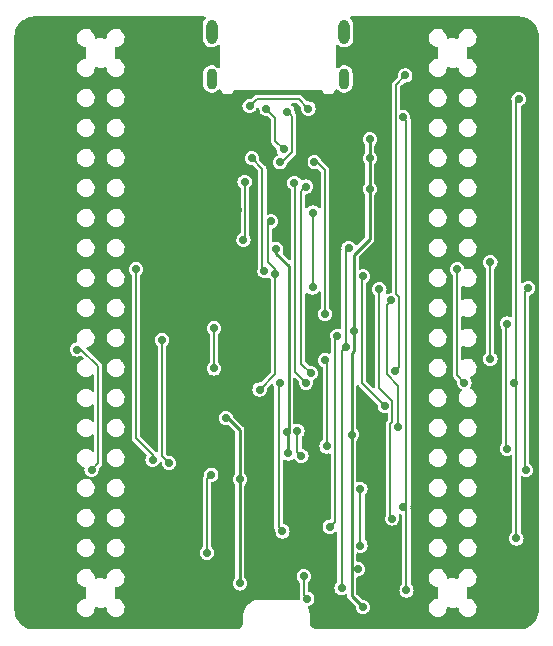
<source format=gbr>
G04 #@! TF.GenerationSoftware,KiCad,Pcbnew,7.0.9-7.0.9~ubuntu22.04.1*
G04 #@! TF.CreationDate,2023-12-06T03:49:37-05:00*
G04 #@! TF.ProjectId,caravel-breakout-fpga-ICE40UP5K-TT3,63617261-7665-46c2-9d62-7265616b6f75,1.0*
G04 #@! TF.SameCoordinates,PX2dc6c00PY42c1d80*
G04 #@! TF.FileFunction,Copper,L2,Bot*
G04 #@! TF.FilePolarity,Positive*
%FSLAX46Y46*%
G04 Gerber Fmt 4.6, Leading zero omitted, Abs format (unit mm)*
G04 Created by KiCad (PCBNEW 7.0.9-7.0.9~ubuntu22.04.1) date 2023-12-06 03:49:37*
%MOMM*%
%LPD*%
G01*
G04 APERTURE LIST*
G04 #@! TA.AperFunction,ComponentPad*
%ADD10C,0.620000*%
G04 #@! TD*
G04 #@! TA.AperFunction,ComponentPad*
%ADD11O,0.950000X2.100000*%
G04 #@! TD*
G04 #@! TA.AperFunction,ComponentPad*
%ADD12O,0.900000X1.800000*%
G04 #@! TD*
G04 #@! TA.AperFunction,ViaPad*
%ADD13C,0.700000*%
G04 #@! TD*
G04 #@! TA.AperFunction,Conductor*
%ADD14C,0.200000*%
G04 #@! TD*
G04 #@! TA.AperFunction,Conductor*
%ADD15C,0.180000*%
G04 #@! TD*
G04 #@! TA.AperFunction,Conductor*
%ADD16C,0.254000*%
G04 #@! TD*
G04 APERTURE END LIST*
D10*
X44200000Y3700000D03*
X8180000Y700000D03*
X44200000Y43440000D03*
X1000000Y33960000D03*
X8180000Y51700000D03*
X38660000Y700000D03*
X44200000Y12960000D03*
X12600000Y46000000D03*
X17100000Y28300000D03*
X44200000Y7880000D03*
X20600000Y27400000D03*
X31800000Y33900000D03*
X43740000Y51600000D03*
X38660000Y51700000D03*
X15600000Y34400000D03*
X1000000Y44120000D03*
X29800000Y3900000D03*
X3100000Y700000D03*
X35000000Y49000000D03*
X31800000Y38700000D03*
X28500000Y700000D03*
X33580000Y700000D03*
X43740000Y900000D03*
X44200000Y33800000D03*
X23100000Y37000000D03*
X44200000Y38360000D03*
X44200000Y49000000D03*
X30700000Y13600000D03*
X33580000Y51700000D03*
X13260000Y51700000D03*
X12000000Y26200000D03*
X29100000Y49000000D03*
X1000000Y3480000D03*
X29500000Y51700000D03*
X18500000Y11300000D03*
X1000000Y8560000D03*
X29100000Y36400000D03*
X20600000Y24600000D03*
X15700000Y23100000D03*
X1000000Y23800000D03*
X25200000Y19900000D03*
X19300000Y39400000D03*
X1000000Y39040000D03*
X14400000Y31000000D03*
D11*
X28240000Y50900000D03*
D12*
X17000000Y46900000D03*
X28240000Y46900000D03*
D11*
X17000000Y50900000D03*
D10*
X1000000Y49200000D03*
X3100000Y51700000D03*
X14100000Y16000000D03*
X18340000Y700000D03*
X13260000Y700000D03*
X27500000Y29100000D03*
X1000000Y18720000D03*
X1000000Y28880000D03*
X18400000Y30800000D03*
X25400000Y12300000D03*
X16000000Y49000000D03*
X12200000Y11400000D03*
X1000000Y13640000D03*
D13*
X15000000Y38400000D03*
X18400000Y36800000D03*
X4800000Y16000000D03*
X4800000Y49200000D03*
X40400000Y3000000D03*
X42000000Y7200000D03*
X4800000Y26300000D03*
X15000000Y43400000D03*
X10300000Y41400000D03*
X17000000Y44600000D03*
X29000000Y43200000D03*
X25200000Y42200000D03*
X25800000Y37200000D03*
X34600000Y13200000D03*
X40400000Y5800000D03*
X27400000Y34000000D03*
X21400000Y41600000D03*
X31400000Y17400000D03*
X26700000Y45100000D03*
X10300000Y15800000D03*
X18400000Y45200000D03*
X34800000Y41600000D03*
X30400000Y27600000D03*
X4800000Y38800000D03*
X10400000Y3100000D03*
X21800000Y11400000D03*
X20400000Y10200000D03*
X22800000Y34200000D03*
X10400000Y49000000D03*
X30400000Y26600000D03*
X20600000Y34000000D03*
X19200000Y35800000D03*
X4700000Y3200000D03*
X40200000Y10800000D03*
X40200000Y13200000D03*
X10600000Y30800000D03*
X11999500Y14672567D03*
X13400000Y14400000D03*
X12800000Y24800000D03*
X6833056Y13820000D03*
X5600000Y24000000D03*
X17200000Y22400000D03*
X17200000Y25800000D03*
X32800000Y17400000D03*
X32218282Y28151594D03*
X37800000Y30800000D03*
X38400000Y21200000D03*
X29800000Y30200000D03*
X31658886Y19252168D03*
X40600000Y31400000D03*
X40600000Y23200000D03*
X32521851Y22151423D03*
X33400000Y47200000D03*
X20400000Y40200000D03*
X21478363Y30630409D03*
X30400000Y37600000D03*
X29065103Y25600000D03*
X30400000Y40200000D03*
X19400000Y13000000D03*
X23500000Y15200000D03*
X18200000Y18200000D03*
X23365682Y17021248D03*
X29400000Y5400000D03*
X19800000Y38200000D03*
X19700000Y33300000D03*
X28871922Y16800000D03*
X24800000Y4800000D03*
X25100000Y2900000D03*
X22474114Y32505983D03*
X19400000Y4200000D03*
X30400000Y41800000D03*
X29800000Y2200000D03*
X25546404Y29258096D03*
X25600000Y35600000D03*
X33500000Y3600000D03*
X33239639Y10654146D03*
X33221851Y43659605D03*
X21999172Y34845500D03*
X21060000Y20611415D03*
X22400000Y30400000D03*
X16973234Y13400000D03*
X16600000Y6800000D03*
X20220000Y44600000D03*
X25200000Y44400000D03*
X26600000Y23100000D03*
X26735000Y15800000D03*
X29600000Y7400000D03*
X43600000Y13800000D03*
X43800000Y29200000D03*
X29598922Y12200420D03*
X31200000Y29090000D03*
X32288886Y9688886D03*
X27000000Y9000000D03*
X27638103Y25164879D03*
X42800000Y8000000D03*
X43000000Y45200000D03*
X22800000Y21200000D03*
X23000000Y8600000D03*
X42600000Y21200000D03*
X28000000Y3800000D03*
X28338103Y24200000D03*
X28600000Y32600000D03*
X42000000Y15600000D03*
X42000000Y26200000D03*
X24000000Y38090000D03*
X25000000Y21200000D03*
X21645025Y44359386D03*
X23095101Y40956728D03*
X26600000Y27000000D03*
X25690631Y39892947D03*
X22797541Y39849847D03*
X23425025Y44145025D03*
X25000000Y37800000D03*
X25400000Y22000000D03*
X24600000Y15000000D03*
X24268153Y17108727D03*
D14*
X25800000Y38000000D02*
X25800000Y37200000D01*
X25040631Y38759369D02*
X25800000Y38000000D01*
X25200000Y42200000D02*
X25040631Y42040631D01*
X25040631Y42040631D02*
X25040631Y38759369D01*
D15*
X11999500Y14672567D02*
X11999500Y15076308D01*
X11999500Y15076308D02*
X10600000Y16475808D01*
X10600000Y16475808D02*
X10600000Y30800000D01*
X12800000Y15000000D02*
X13400000Y14400000D01*
X12800000Y24800000D02*
X12800000Y15000000D01*
X7400000Y14386944D02*
X6833056Y13820000D01*
X5972082Y24000000D02*
X7400000Y22572082D01*
X5600000Y24000000D02*
X5972082Y24000000D01*
X7400000Y22572082D02*
X7400000Y14386944D01*
X17200000Y25800000D02*
X17200000Y22400000D01*
X31831851Y27765163D02*
X31831851Y21891409D01*
X31831851Y21891409D02*
X32800000Y20923260D01*
X32218282Y28151594D02*
X31831851Y27765163D01*
X32800000Y20923260D02*
X32800000Y17400000D01*
X37800000Y30800000D02*
X37800000Y21800000D01*
X37800000Y21800000D02*
X38400000Y21200000D01*
X29710000Y30110000D02*
X29710000Y21201054D01*
X29800000Y30200000D02*
X29710000Y30110000D01*
X29710000Y21201054D02*
X31658886Y19252168D01*
X40600000Y31400000D02*
X40600000Y23200000D01*
X33400000Y47200000D02*
X32600000Y46400000D01*
X32600000Y46400000D02*
X32600000Y28676740D01*
X32851851Y28424889D02*
X32851851Y22481423D01*
X32851851Y22481423D02*
X32521851Y22151423D01*
X32600000Y28676740D02*
X32851851Y28424889D01*
X21478363Y30630409D02*
X21309172Y30799600D01*
X21309172Y39290828D02*
X20400000Y40200000D01*
X21309172Y30799600D02*
X21309172Y39290828D01*
D16*
X23500000Y15200000D02*
X23500000Y16886930D01*
X29065103Y32036969D02*
X29065103Y25600000D01*
X23527000Y31073000D02*
X23527000Y17182566D01*
D14*
X24800000Y3200000D02*
X25100000Y2900000D01*
D16*
X28871922Y16800000D02*
X28871922Y5400000D01*
D15*
X19800000Y38200000D02*
X19840501Y38159499D01*
D16*
X19400000Y13000000D02*
X19400000Y4200000D01*
X28871922Y23705685D02*
X28871922Y16800000D01*
X30400000Y33371866D02*
X29065103Y32036969D01*
X28871922Y5400000D02*
X28871922Y3128078D01*
X22474114Y32505983D02*
X22474114Y32125886D01*
X22474114Y32125886D02*
X23527000Y31073000D01*
X23500000Y16886930D02*
X23365682Y17021248D01*
D14*
X24800000Y4800000D02*
X24800000Y3200000D01*
D15*
X19840501Y38159499D02*
X19840501Y33440501D01*
D16*
X30400000Y37600000D02*
X30400000Y33371866D01*
X18400000Y18200000D02*
X18200000Y18200000D01*
X30400000Y41800000D02*
X30400000Y40200000D01*
D15*
X19840501Y33440501D02*
X19700000Y33300000D01*
D16*
X29400000Y5400000D02*
X28871922Y5400000D01*
X23527000Y17182566D02*
X23365682Y17021248D01*
X19400000Y17200000D02*
X18400000Y18200000D01*
X29065103Y25600000D02*
X29065103Y23898866D01*
X28871922Y3128078D02*
X29800000Y2200000D01*
X30400000Y40200000D02*
X30400000Y37600000D01*
X29065103Y23898866D02*
X28871922Y23705685D01*
X19400000Y13000000D02*
X19400000Y17200000D01*
D15*
X25546404Y29258096D02*
X25546404Y35546404D01*
X25546404Y35546404D02*
X25600000Y35600000D01*
D14*
X33500000Y43381456D02*
X33500000Y10914507D01*
X33221851Y43659605D02*
X33500000Y43381456D01*
X33500000Y3600000D02*
X33500000Y10393785D01*
X33500000Y10393785D02*
X33239639Y10654146D01*
X33500000Y10914507D02*
X33239639Y10654146D01*
D15*
X21800000Y31400000D02*
X21800000Y34646328D01*
X22400000Y30400000D02*
X22400000Y30800000D01*
X22400000Y30800000D02*
X21800000Y31400000D01*
X22400000Y30400000D02*
X22400000Y21951415D01*
X22400000Y21951415D02*
X21060000Y20611415D01*
X21800000Y34646328D02*
X21999172Y34845500D01*
X16600000Y6800000D02*
X16600000Y13026766D01*
X16600000Y13026766D02*
X16973234Y13400000D01*
D14*
X25200000Y44400000D02*
X24400000Y45200000D01*
X20820000Y45200000D02*
X20220000Y44600000D01*
X24400000Y45200000D02*
X20820000Y45200000D01*
X26800000Y15865000D02*
X26800000Y22900000D01*
X26800000Y22900000D02*
X26600000Y23100000D01*
X26735000Y15800000D02*
X26800000Y15865000D01*
X43500000Y13900000D02*
X43600000Y13800000D01*
X29600000Y12199342D02*
X29600000Y7400000D01*
X29598922Y12200420D02*
X29600000Y12199342D01*
X43800000Y29200000D02*
X43500000Y28900000D01*
X43500000Y28900000D02*
X43500000Y13900000D01*
X32288886Y17878836D02*
X32288886Y19612118D01*
X32100000Y9877772D02*
X32100000Y17689950D01*
X32288886Y19612118D02*
X31200000Y20701004D01*
X32288886Y9688886D02*
X32100000Y9877772D01*
X32100000Y17689950D02*
X32288886Y17878836D01*
X31200000Y20701004D02*
X31200000Y29090000D01*
D15*
X27425000Y9425000D02*
X27425000Y24951776D01*
X27425000Y24951776D02*
X27638103Y25164879D01*
X27000000Y9000000D02*
X27425000Y9425000D01*
D14*
X43000000Y45200000D02*
X42800000Y45000000D01*
X42800000Y8000000D02*
X42800000Y21000000D01*
X22800000Y21200000D02*
X22665682Y21065682D01*
X42800000Y21000000D02*
X42600000Y21200000D01*
X22665682Y21065682D02*
X22665682Y8934318D01*
X22665682Y8934318D02*
X23000000Y8600000D01*
X42800000Y21400000D02*
X42600000Y21200000D01*
X42800000Y45000000D02*
X42800000Y21400000D01*
X28338103Y24200000D02*
X28000000Y23861897D01*
X28338103Y32338103D02*
X28338103Y24200000D01*
X28000000Y23861897D02*
X28000000Y3800000D01*
X28600000Y32600000D02*
X28338103Y32338103D01*
D15*
X42000000Y26200000D02*
X41910000Y26110000D01*
X41910000Y26110000D02*
X41910000Y15690000D01*
X41910000Y15690000D02*
X42000000Y15600000D01*
X25000000Y21200000D02*
X24100000Y22100000D01*
X24100000Y22100000D02*
X24100000Y37990000D01*
X24100000Y37990000D02*
X24000000Y38090000D01*
D14*
X23095101Y40956728D02*
X22400000Y41651829D01*
X22400000Y41651829D02*
X22400000Y43604411D01*
X22400000Y43604411D02*
X21645025Y44359386D01*
D15*
X26600000Y27000000D02*
X26600000Y39200000D01*
X26600000Y39200000D02*
X25907053Y39892947D01*
X25907053Y39892947D02*
X25690631Y39892947D01*
D14*
X22797541Y39849847D02*
X22950153Y39849847D01*
X22950153Y39849847D02*
X23795101Y40694795D01*
X23795101Y43774949D02*
X23425025Y44145025D01*
X23795101Y40694795D02*
X23795101Y43774949D01*
D15*
X25000000Y37800000D02*
X24600000Y37400000D01*
X24600000Y22800000D02*
X25400000Y22000000D01*
X24600000Y37400000D02*
X24600000Y22800000D01*
D14*
X24268153Y15331847D02*
X24268153Y17108727D01*
X24600000Y15000000D02*
X24268153Y15331847D01*
G04 #@! TA.AperFunction,Conductor*
G36*
X16456754Y52179815D02*
G01*
X16502509Y52127011D01*
X16512453Y52057853D01*
X16484704Y51995794D01*
X16386363Y51878597D01*
X16386362Y51878595D01*
X16309829Y51726207D01*
X16309828Y51726202D01*
X16270500Y51560266D01*
X16270500Y50282514D01*
X16284773Y50160404D01*
X16285332Y50155620D01*
X16285333Y50155617D01*
X16343655Y49995375D01*
X16437366Y49852894D01*
X16561405Y49735869D01*
X16561407Y49735868D01*
X16709093Y49650601D01*
X16872461Y49601692D01*
X16985957Y49595082D01*
X17042703Y49591777D01*
X17042703Y49591778D01*
X17042705Y49591777D01*
X17210647Y49621389D01*
X17367233Y49688934D01*
X17501453Y49788858D01*
X17566981Y49813101D01*
X17635214Y49798069D01*
X17684489Y49748533D01*
X17699500Y49689394D01*
X17699500Y47947016D01*
X17679815Y47879977D01*
X17627011Y47834222D01*
X17557853Y47824278D01*
X17494297Y47853303D01*
X17493273Y47854200D01*
X17403141Y47934050D01*
X17251654Y48013557D01*
X17251653Y48013558D01*
X17251650Y48013559D01*
X17085543Y48054500D01*
X17085542Y48054500D01*
X16914458Y48054500D01*
X16914457Y48054500D01*
X16748349Y48013559D01*
X16596859Y47934050D01*
X16468800Y47820601D01*
X16371616Y47679804D01*
X16371615Y47679803D01*
X16310948Y47519840D01*
X16310947Y47519835D01*
X16295500Y47392614D01*
X16295500Y46407387D01*
X16310947Y46280166D01*
X16310948Y46280161D01*
X16371615Y46120198D01*
X16412821Y46060500D01*
X16468799Y45979401D01*
X16468801Y45979399D01*
X16596859Y45865950D01*
X16748346Y45786443D01*
X16748348Y45786443D01*
X16748349Y45786442D01*
X16914457Y45745500D01*
X16914458Y45745500D01*
X17085543Y45745500D01*
X17251650Y45786442D01*
X17251650Y45786443D01*
X17251654Y45786443D01*
X17403141Y45865950D01*
X17531199Y45979399D01*
X17543053Y45996574D01*
X17597335Y46040564D01*
X17666783Y46048225D01*
X17729349Y46017123D01*
X17758754Y45972706D01*
X17759217Y45972934D01*
X17761005Y45969306D01*
X17761767Y45968155D01*
X17762294Y45966690D01*
X17781047Y45937441D01*
X17843170Y45840545D01*
X17950085Y45735562D01*
X18077680Y45657003D01*
X18219557Y45608805D01*
X18241801Y45606505D01*
X18249642Y45605181D01*
X18255238Y45603863D01*
X18255247Y45603859D01*
X18292187Y45601112D01*
X18298343Y45600654D01*
X18307575Y45599699D01*
X18341421Y45596197D01*
X18341429Y45596199D01*
X18347199Y45596511D01*
X18355147Y45596431D01*
X18370558Y45595284D01*
X18505098Y45615639D01*
X18631736Y45665421D01*
X18744120Y45742135D01*
X18836617Y45841934D01*
X18891688Y45937441D01*
X18942228Y45985684D01*
X18999109Y45999500D01*
X26240889Y45999500D01*
X26307928Y45979815D01*
X26348310Y45937441D01*
X26403378Y45841938D01*
X26403380Y45841936D01*
X26403381Y45841934D01*
X26495877Y45742135D01*
X26608263Y45665420D01*
X26695480Y45631134D01*
X26734895Y45615639D01*
X26734901Y45615637D01*
X26869441Y45595282D01*
X26884860Y45596430D01*
X26892810Y45596510D01*
X26898570Y45596199D01*
X26898579Y45596197D01*
X26941620Y45600651D01*
X26984753Y45603858D01*
X26984762Y45603863D01*
X26990377Y45605184D01*
X26998207Y45606506D01*
X27020443Y45608806D01*
X27162320Y45657004D01*
X27289915Y45735563D01*
X27396829Y45840545D01*
X27477702Y45966686D01*
X27478229Y45968151D01*
X27478824Y45968965D01*
X27480781Y45972934D01*
X27481475Y45972592D01*
X27519460Y46024553D01*
X27584643Y46049713D01*
X27653080Y46035637D01*
X27696944Y45996577D01*
X27708799Y45979401D01*
X27708801Y45979399D01*
X27836859Y45865950D01*
X27988346Y45786443D01*
X27988348Y45786443D01*
X27988349Y45786442D01*
X28154457Y45745500D01*
X28154458Y45745500D01*
X28325543Y45745500D01*
X28491650Y45786442D01*
X28491650Y45786443D01*
X28491654Y45786443D01*
X28643141Y45865950D01*
X28771199Y45979399D01*
X28868385Y46120198D01*
X28929052Y46280164D01*
X28944500Y46407389D01*
X28944500Y47392611D01*
X28929052Y47519836D01*
X28929051Y47519838D01*
X28929051Y47519840D01*
X28890913Y47620401D01*
X28868385Y47679802D01*
X28771199Y47820601D01*
X28643141Y47934050D01*
X28491654Y48013557D01*
X28491653Y48013558D01*
X28491650Y48013559D01*
X28325543Y48054500D01*
X28325542Y48054500D01*
X28154458Y48054500D01*
X28154457Y48054500D01*
X27988349Y48013559D01*
X27861563Y47947016D01*
X27836859Y47934050D01*
X27752711Y47859501D01*
X27746727Y47854200D01*
X27683494Y47824479D01*
X27614230Y47833663D01*
X27560927Y47878835D01*
X27540507Y47945654D01*
X27540500Y47947016D01*
X27540500Y49694557D01*
X27560185Y49761596D01*
X27612989Y49807351D01*
X27682147Y49817295D01*
X27745703Y49788270D01*
X27749565Y49784778D01*
X27801407Y49735868D01*
X27949093Y49650601D01*
X28112461Y49601692D01*
X28225957Y49595082D01*
X28282703Y49591777D01*
X28282703Y49591778D01*
X28282705Y49591777D01*
X28450647Y49621389D01*
X28607233Y49688934D01*
X28744021Y49790769D01*
X28853637Y49921404D01*
X28930172Y50073798D01*
X28969500Y50239734D01*
X28969500Y51517486D01*
X28954668Y51644380D01*
X28896343Y51804628D01*
X28802634Y51947106D01*
X28762142Y51985308D01*
X28726890Y52045629D01*
X28729845Y52115436D01*
X28770072Y52172564D01*
X28834798Y52198874D01*
X28847238Y52199500D01*
X42952405Y52199500D01*
X42997786Y52199500D01*
X43002208Y52199343D01*
X43233020Y52182835D01*
X43250529Y52180317D01*
X43470144Y52132542D01*
X43487103Y52127563D01*
X43697694Y52049017D01*
X43713777Y52041673D01*
X43886961Y51947106D01*
X43911036Y51933960D01*
X43925919Y51924395D01*
X44105836Y51789711D01*
X44119207Y51778125D01*
X44278124Y51619208D01*
X44289710Y51605837D01*
X44424394Y51425920D01*
X44433959Y51411037D01*
X44541669Y51213783D01*
X44549019Y51197689D01*
X44627559Y50987113D01*
X44632543Y50970138D01*
X44680316Y50750530D01*
X44682834Y50733018D01*
X44699342Y50502211D01*
X44699500Y50497787D01*
X44699500Y2002214D01*
X44699342Y1997790D01*
X44682834Y1766983D01*
X44680316Y1749471D01*
X44632543Y1529863D01*
X44627559Y1512888D01*
X44549019Y1302312D01*
X44541669Y1286218D01*
X44433959Y1088964D01*
X44424394Y1074081D01*
X44289710Y894164D01*
X44278124Y880793D01*
X44119207Y721876D01*
X44105836Y710290D01*
X43925919Y575606D01*
X43911036Y566041D01*
X43713782Y458331D01*
X43697688Y450981D01*
X43487112Y372441D01*
X43470137Y367457D01*
X43250529Y319684D01*
X43233017Y317166D01*
X43019172Y301872D01*
X43002208Y300658D01*
X42997786Y300500D01*
X26003049Y300500D01*
X25996968Y300799D01*
X25875688Y312744D01*
X25851848Y317486D01*
X25743997Y350202D01*
X25721541Y359504D01*
X25622150Y412630D01*
X25601940Y426134D01*
X25514820Y497631D01*
X25497630Y514821D01*
X25426133Y601941D01*
X25412629Y622151D01*
X25373441Y695466D01*
X25359501Y721547D01*
X25350201Y743998D01*
X25330881Y807689D01*
X25317483Y851855D01*
X25312744Y875683D01*
X25300799Y996969D01*
X25300500Y1003049D01*
X25300500Y1602352D01*
X25268477Y1804535D01*
X25237327Y1900404D01*
X25205220Y1999219D01*
X25205218Y1999222D01*
X25205218Y1999224D01*
X25139278Y2128637D01*
X25126382Y2197306D01*
X25152658Y2262047D01*
X25209765Y2302304D01*
X25233575Y2307870D01*
X25257806Y2311060D01*
X25404858Y2371970D01*
X25531134Y2468866D01*
X25628030Y2595142D01*
X25688940Y2742194D01*
X25709716Y2900000D01*
X25709277Y2903331D01*
X25707298Y2918360D01*
X25688940Y3057806D01*
X25628030Y3204858D01*
X25531134Y3331134D01*
X25404858Y3428030D01*
X25404857Y3428031D01*
X25404855Y3428032D01*
X25257809Y3488939D01*
X25257807Y3488940D01*
X25257806Y3488940D01*
X25257804Y3488941D01*
X25249956Y3491043D01*
X25250618Y3493516D01*
X25198398Y3516630D01*
X25159939Y3574963D01*
X25154500Y3611286D01*
X25154500Y4248914D01*
X25174185Y4315953D01*
X25203010Y4347287D01*
X25231134Y4368866D01*
X25328030Y4495142D01*
X25388940Y4642194D01*
X25409716Y4800000D01*
X25408454Y4809582D01*
X25400241Y4871969D01*
X25388940Y4957806D01*
X25348333Y5055841D01*
X25328031Y5104856D01*
X25328030Y5104857D01*
X25328030Y5104858D01*
X25231134Y5231134D01*
X25104858Y5328030D01*
X25104857Y5328031D01*
X25104855Y5328032D01*
X24957809Y5388939D01*
X24957807Y5388940D01*
X24957806Y5388940D01*
X24835540Y5405037D01*
X24800001Y5409716D01*
X24799999Y5409716D01*
X24642194Y5388940D01*
X24642190Y5388939D01*
X24495144Y5328032D01*
X24368866Y5231134D01*
X24271968Y5104856D01*
X24211061Y4957810D01*
X24211060Y4957806D01*
X24191546Y4809582D01*
X24190284Y4800000D01*
X24202854Y4704520D01*
X24211060Y4642195D01*
X24211061Y4642191D01*
X24271968Y4495145D01*
X24271969Y4495143D01*
X24271970Y4495142D01*
X24368866Y4368866D01*
X24396987Y4347288D01*
X24438188Y4290864D01*
X24445500Y4248914D01*
X24445500Y3249627D01*
X24442861Y3224183D01*
X24440905Y3214855D01*
X24440905Y3214851D01*
X24445023Y3181811D01*
X24445500Y3174135D01*
X24445500Y3170623D01*
X24445997Y3167645D01*
X24449128Y3148878D01*
X24455539Y3097445D01*
X24457655Y3090338D01*
X24460069Y3083305D01*
X24466204Y3071969D01*
X24484739Y3037719D01*
X24486979Y3033138D01*
X24498731Y2964264D01*
X24498512Y2962504D01*
X24490284Y2900003D01*
X24490284Y2900000D01*
X24491022Y2894392D01*
X24480253Y2825357D01*
X24433872Y2773103D01*
X24366602Y2754220D01*
X24329764Y2760280D01*
X24304537Y2768477D01*
X24152897Y2792495D01*
X24102352Y2800500D01*
X24056173Y2800500D01*
X21047595Y2800500D01*
X21000000Y2800500D01*
X20897648Y2800500D01*
X20873329Y2796649D01*
X20695465Y2768478D01*
X20500776Y2705219D01*
X20318386Y2612285D01*
X20152786Y2491972D01*
X20008028Y2347214D01*
X19887715Y2181614D01*
X19794781Y1999224D01*
X19731522Y1804535D01*
X19699500Y1602352D01*
X19699500Y1003049D01*
X19699201Y996968D01*
X19687256Y875689D01*
X19682514Y851849D01*
X19649798Y743998D01*
X19640495Y721539D01*
X19587370Y622151D01*
X19573866Y601941D01*
X19502369Y514821D01*
X19485179Y497631D01*
X19398059Y426134D01*
X19377849Y412630D01*
X19278461Y359505D01*
X19256002Y350202D01*
X19148151Y317486D01*
X19124311Y312744D01*
X19003032Y300799D01*
X18996951Y300500D01*
X2002214Y300500D01*
X1997791Y300658D01*
X1979142Y301992D01*
X1766982Y317166D01*
X1749470Y319684D01*
X1529862Y367457D01*
X1512887Y372441D01*
X1302311Y450981D01*
X1286217Y458331D01*
X1088963Y566041D01*
X1074080Y575606D01*
X894163Y710290D01*
X880792Y721876D01*
X721875Y880793D01*
X710289Y894164D01*
X575605Y1074081D01*
X566040Y1088964D01*
X458330Y1286218D01*
X450983Y1302306D01*
X372437Y1512897D01*
X367458Y1529856D01*
X319683Y1749471D01*
X317165Y1766983D01*
X317030Y1768866D01*
X300657Y1997792D01*
X300500Y2002214D01*
X300500Y2075480D01*
X5565618Y2075480D01*
X5579875Y1994621D01*
X5596489Y1900401D01*
X5613552Y1860845D01*
X5666904Y1737161D01*
X5741870Y1636466D01*
X5773067Y1594561D01*
X5909254Y1480286D01*
X5987990Y1440743D01*
X6068118Y1400501D01*
X6068119Y1400501D01*
X6068123Y1400499D01*
X6241110Y1359500D01*
X6241113Y1359500D01*
X6374285Y1359500D01*
X6374292Y1359500D01*
X6506577Y1374962D01*
X6673635Y1435766D01*
X6822168Y1533457D01*
X6944167Y1662769D01*
X7033057Y1816731D01*
X7084045Y1987042D01*
X7089131Y2074372D01*
X7112680Y2140151D01*
X7168055Y2182759D01*
X7237674Y2188664D01*
X7256491Y2183253D01*
X7265976Y2179693D01*
X7321345Y2169645D01*
X7487450Y2139500D01*
X7487453Y2139500D01*
X7656148Y2139500D01*
X7656155Y2139500D01*
X7824188Y2154623D01*
X7948770Y2189006D01*
X8018627Y2187867D01*
X8076782Y2149139D01*
X8104766Y2085118D01*
X8105546Y2076698D01*
X8105616Y2075489D01*
X8121211Y1987042D01*
X8136489Y1900401D01*
X8153552Y1860845D01*
X8206904Y1737161D01*
X8281870Y1636466D01*
X8313067Y1594561D01*
X8449254Y1480286D01*
X8527990Y1440743D01*
X8608118Y1400501D01*
X8608119Y1400501D01*
X8608123Y1400499D01*
X8781110Y1359500D01*
X8781113Y1359500D01*
X8914285Y1359500D01*
X8914292Y1359500D01*
X9046577Y1374962D01*
X9213635Y1435766D01*
X9362168Y1533457D01*
X9484167Y1662769D01*
X9573057Y1816731D01*
X9624045Y1987042D01*
X9634382Y2164520D01*
X9603511Y2339599D01*
X9533096Y2502838D01*
X9531592Y2504858D01*
X9426932Y2645440D01*
X9290746Y2759714D01*
X9290744Y2759715D01*
X9131881Y2839500D01*
X9109561Y2844790D01*
X8958890Y2880500D01*
X8921860Y2880500D01*
X8854821Y2900185D01*
X8809066Y2952989D01*
X8799122Y3022147D01*
X8800969Y3032092D01*
X8817470Y3104391D01*
X8844191Y3221463D01*
X8854290Y3446330D01*
X8824075Y3669387D01*
X8802007Y3737303D01*
X8800013Y3807141D01*
X8836093Y3866974D01*
X8898793Y3897803D01*
X8912725Y3899409D01*
X8914284Y3899500D01*
X8914292Y3899500D01*
X9046577Y3914962D01*
X9213635Y3975766D01*
X9362168Y4073457D01*
X9484167Y4202769D01*
X9573057Y4356731D01*
X9624045Y4527042D01*
X9634382Y4704520D01*
X9603511Y4879599D01*
X9533096Y5042838D01*
X9426933Y5185439D01*
X9354112Y5246543D01*
X9290746Y5299714D01*
X9290744Y5299715D01*
X9131881Y5379500D01*
X9131877Y5379501D01*
X8958890Y5420500D01*
X8825708Y5420500D01*
X8709958Y5406971D01*
X8693422Y5405038D01*
X8693419Y5405037D01*
X8526367Y5344236D01*
X8458675Y5299714D01*
X8377832Y5246543D01*
X8377831Y5246543D01*
X8377831Y5246542D01*
X8255833Y5117233D01*
X8166944Y4963272D01*
X8166943Y4963270D01*
X8166943Y4963269D01*
X8154000Y4920038D01*
X8115955Y4792959D01*
X8115954Y4792954D01*
X8110868Y4705630D01*
X8087318Y4639849D01*
X8031943Y4597242D01*
X7962323Y4591337D01*
X7943507Y4596748D01*
X7934022Y4600308D01*
X7712550Y4640500D01*
X7712547Y4640500D01*
X7543845Y4640500D01*
X7510434Y4637493D01*
X7375813Y4625378D01*
X7375807Y4625377D01*
X7251231Y4590995D01*
X7181370Y4592135D01*
X7123217Y4630863D01*
X7095233Y4694884D01*
X7094452Y4703317D01*
X7094381Y4704512D01*
X7094382Y4704520D01*
X7063511Y4879599D01*
X6993096Y5042838D01*
X6886933Y5185439D01*
X6814112Y5246543D01*
X6750746Y5299714D01*
X6750744Y5299715D01*
X6591881Y5379500D01*
X6591877Y5379501D01*
X6418890Y5420500D01*
X6285708Y5420500D01*
X6169958Y5406971D01*
X6153422Y5405038D01*
X6153419Y5405037D01*
X5986367Y5344236D01*
X5918675Y5299714D01*
X5837832Y5246543D01*
X5837831Y5246543D01*
X5837831Y5246542D01*
X5715833Y5117233D01*
X5626944Y4963272D01*
X5626943Y4963270D01*
X5626943Y4963269D01*
X5614000Y4920038D01*
X5575955Y4792959D01*
X5575954Y4792954D01*
X5565618Y4615481D01*
X5565618Y4615480D01*
X5596488Y4440404D01*
X5666904Y4277161D01*
X5724349Y4200000D01*
X5773067Y4134561D01*
X5909254Y4020286D01*
X5987990Y3980743D01*
X6068118Y3940501D01*
X6068119Y3940501D01*
X6068123Y3940499D01*
X6241110Y3899500D01*
X6241113Y3899500D01*
X6278140Y3899500D01*
X6345179Y3879815D01*
X6390934Y3827011D01*
X6400878Y3757853D01*
X6399031Y3747908D01*
X6355810Y3558543D01*
X6355808Y3558532D01*
X6345880Y3337463D01*
X6345710Y3333670D01*
X6375925Y3110613D01*
X6375926Y3110609D01*
X6397991Y3042700D01*
X6399986Y2972859D01*
X6363906Y2913026D01*
X6301205Y2882198D01*
X6287299Y2880594D01*
X6285737Y2880503D01*
X6285711Y2880500D01*
X6285708Y2880500D01*
X6197775Y2870222D01*
X6153422Y2865038D01*
X6153419Y2865037D01*
X5986367Y2804236D01*
X5887343Y2739107D01*
X5837832Y2706543D01*
X5837831Y2706543D01*
X5837831Y2706542D01*
X5715833Y2577233D01*
X5626944Y2423272D01*
X5575955Y2252959D01*
X5575954Y2252954D01*
X5565618Y2075481D01*
X5565618Y2075480D01*
X300500Y2075480D01*
X300500Y7155480D01*
X5565618Y7155480D01*
X5576256Y7095145D01*
X5596489Y6980401D01*
X5601465Y6968866D01*
X5666904Y6817161D01*
X5751394Y6703673D01*
X5773067Y6674561D01*
X5909254Y6560286D01*
X5987990Y6520743D01*
X6068118Y6480501D01*
X6068119Y6480501D01*
X6068123Y6480499D01*
X6241110Y6439500D01*
X6241113Y6439500D01*
X6374285Y6439500D01*
X6374292Y6439500D01*
X6506577Y6454962D01*
X6673635Y6515766D01*
X6822168Y6613457D01*
X6944167Y6742769D01*
X7033057Y6896731D01*
X7084045Y7067042D01*
X7089196Y7155480D01*
X8105618Y7155480D01*
X8116256Y7095145D01*
X8136489Y6980401D01*
X8141465Y6968866D01*
X8206904Y6817161D01*
X8291394Y6703673D01*
X8313067Y6674561D01*
X8449254Y6560286D01*
X8527990Y6520743D01*
X8608118Y6480501D01*
X8608119Y6480501D01*
X8608123Y6480499D01*
X8781110Y6439500D01*
X8781113Y6439500D01*
X8914285Y6439500D01*
X8914292Y6439500D01*
X9046577Y6454962D01*
X9213635Y6515766D01*
X9362168Y6613457D01*
X9484167Y6742769D01*
X9517209Y6800000D01*
X15990284Y6800000D01*
X16011060Y6642195D01*
X16011061Y6642191D01*
X16071968Y6495145D01*
X16071969Y6495143D01*
X16071970Y6495142D01*
X16168866Y6368866D01*
X16295142Y6271970D01*
X16442194Y6211060D01*
X16581640Y6192702D01*
X16599999Y6190284D01*
X16600000Y6190284D01*
X16600001Y6190284D01*
X16616446Y6192450D01*
X16757806Y6211060D01*
X16904858Y6271970D01*
X17031134Y6368866D01*
X17128030Y6495142D01*
X17188940Y6642194D01*
X17209716Y6800000D01*
X17188940Y6957806D01*
X17128030Y7104858D01*
X17128029Y7104859D01*
X17128029Y7104860D01*
X17031133Y7231135D01*
X16993012Y7260387D01*
X16951810Y7316816D01*
X16944500Y7358762D01*
X16944500Y12677757D01*
X16964185Y12744796D01*
X17016989Y12790551D01*
X17052311Y12800695D01*
X17131040Y12811060D01*
X17278092Y12871970D01*
X17404368Y12968866D01*
X17501264Y13095142D01*
X17562174Y13242194D01*
X17582950Y13400000D01*
X17562174Y13557806D01*
X17501264Y13704858D01*
X17404368Y13831134D01*
X17278092Y13928030D01*
X17278091Y13928031D01*
X17278089Y13928032D01*
X17131043Y13988939D01*
X17131041Y13988940D01*
X17131040Y13988940D01*
X17052137Y13999328D01*
X16973235Y14009716D01*
X16973233Y14009716D01*
X16815428Y13988940D01*
X16815424Y13988939D01*
X16668378Y13928032D01*
X16542100Y13831134D01*
X16445202Y13704856D01*
X16384295Y13557810D01*
X16384294Y13557806D01*
X16363518Y13400001D01*
X16363518Y13399998D01*
X16369096Y13357624D01*
X16358330Y13288589D01*
X16337334Y13261329D01*
X16339000Y13259931D01*
X16332025Y13251620D01*
X16310533Y13214394D01*
X16307627Y13209832D01*
X16282960Y13174603D01*
X16281794Y13172103D01*
X16272233Y13149023D01*
X16271281Y13146406D01*
X16263814Y13104062D01*
X16262643Y13098781D01*
X16251516Y13057255D01*
X16255264Y13014427D01*
X16255500Y13009020D01*
X16255500Y7358762D01*
X16235815Y7291723D01*
X16206988Y7260387D01*
X16168866Y7231135D01*
X16071970Y7104860D01*
X16071969Y7104857D01*
X16011061Y6957810D01*
X16011060Y6957806D01*
X15990284Y6800001D01*
X15990284Y6800000D01*
X9517209Y6800000D01*
X9573057Y6896731D01*
X9624045Y7067042D01*
X9634382Y7244520D01*
X9603511Y7419599D01*
X9533096Y7582838D01*
X9426933Y7725439D01*
X9354112Y7786543D01*
X9290746Y7839714D01*
X9290744Y7839715D01*
X9131881Y7919500D01*
X9131877Y7919501D01*
X8958890Y7960500D01*
X8825708Y7960500D01*
X8709958Y7946971D01*
X8693422Y7945038D01*
X8693419Y7945037D01*
X8526367Y7884236D01*
X8458675Y7839714D01*
X8377832Y7786543D01*
X8377831Y7786543D01*
X8377831Y7786542D01*
X8255833Y7657233D01*
X8166944Y7503272D01*
X8115955Y7332959D01*
X8115954Y7332954D01*
X8105618Y7155481D01*
X8105618Y7155480D01*
X7089196Y7155480D01*
X7094382Y7244520D01*
X7063511Y7419599D01*
X6993096Y7582838D01*
X6886933Y7725439D01*
X6814112Y7786543D01*
X6750746Y7839714D01*
X6750744Y7839715D01*
X6591881Y7919500D01*
X6591877Y7919501D01*
X6418890Y7960500D01*
X6285708Y7960500D01*
X6169958Y7946971D01*
X6153422Y7945038D01*
X6153419Y7945037D01*
X5986367Y7884236D01*
X5918675Y7839714D01*
X5837832Y7786543D01*
X5837831Y7786543D01*
X5837831Y7786542D01*
X5715833Y7657233D01*
X5626944Y7503272D01*
X5575955Y7332959D01*
X5575954Y7332954D01*
X5565618Y7155481D01*
X5565618Y7155480D01*
X300500Y7155480D01*
X300500Y9695480D01*
X5565618Y9695480D01*
X5596488Y9520404D01*
X5666904Y9357161D01*
X5740912Y9257752D01*
X5773067Y9214561D01*
X5909254Y9100286D01*
X5987990Y9060743D01*
X6068118Y9020501D01*
X6068119Y9020501D01*
X6068123Y9020499D01*
X6241110Y8979500D01*
X6241113Y8979500D01*
X6374285Y8979500D01*
X6374292Y8979500D01*
X6506577Y8994962D01*
X6673635Y9055766D01*
X6822168Y9153457D01*
X6944167Y9282769D01*
X7033057Y9436731D01*
X7084045Y9607042D01*
X7089196Y9695480D01*
X8105618Y9695480D01*
X8136488Y9520404D01*
X8206904Y9357161D01*
X8280912Y9257752D01*
X8313067Y9214561D01*
X8449254Y9100286D01*
X8527990Y9060743D01*
X8608118Y9020501D01*
X8608119Y9020501D01*
X8608123Y9020499D01*
X8781110Y8979500D01*
X8781113Y8979500D01*
X8914285Y8979500D01*
X8914292Y8979500D01*
X9046577Y8994962D01*
X9213635Y9055766D01*
X9362168Y9153457D01*
X9484167Y9282769D01*
X9573057Y9436731D01*
X9624045Y9607042D01*
X9634382Y9784520D01*
X9603511Y9959599D01*
X9533096Y10122838D01*
X9426933Y10265439D01*
X9354112Y10326543D01*
X9290746Y10379714D01*
X9290744Y10379715D01*
X9131881Y10459500D01*
X9131877Y10459501D01*
X8958890Y10500500D01*
X8825708Y10500500D01*
X8709958Y10486971D01*
X8693422Y10485038D01*
X8693419Y10485037D01*
X8526367Y10424236D01*
X8427343Y10359107D01*
X8377832Y10326543D01*
X8377831Y10326543D01*
X8377831Y10326542D01*
X8255833Y10197233D01*
X8166944Y10043272D01*
X8115955Y9872959D01*
X8115954Y9872954D01*
X8105618Y9695481D01*
X8105618Y9695480D01*
X7089196Y9695480D01*
X7094382Y9784520D01*
X7063511Y9959599D01*
X6993096Y10122838D01*
X6886933Y10265439D01*
X6814112Y10326543D01*
X6750746Y10379714D01*
X6750744Y10379715D01*
X6591881Y10459500D01*
X6591877Y10459501D01*
X6418890Y10500500D01*
X6285708Y10500500D01*
X6169958Y10486971D01*
X6153422Y10485038D01*
X6153419Y10485037D01*
X5986367Y10424236D01*
X5887343Y10359107D01*
X5837832Y10326543D01*
X5837831Y10326543D01*
X5837831Y10326542D01*
X5715833Y10197233D01*
X5626944Y10043272D01*
X5575955Y9872959D01*
X5575954Y9872954D01*
X5565618Y9695481D01*
X5565618Y9695480D01*
X300500Y9695480D01*
X300500Y12235480D01*
X5565618Y12235480D01*
X5596488Y12060404D01*
X5666904Y11897161D01*
X5762103Y11769288D01*
X5773067Y11754561D01*
X5909254Y11640286D01*
X5987990Y11600743D01*
X6068118Y11560501D01*
X6068119Y11560501D01*
X6068123Y11560499D01*
X6241110Y11519500D01*
X6241113Y11519500D01*
X6374285Y11519500D01*
X6374292Y11519500D01*
X6506577Y11534962D01*
X6673635Y11595766D01*
X6822168Y11693457D01*
X6944167Y11822769D01*
X7033057Y11976731D01*
X7084045Y12147042D01*
X7089196Y12235480D01*
X8105618Y12235480D01*
X8136488Y12060404D01*
X8206904Y11897161D01*
X8302103Y11769288D01*
X8313067Y11754561D01*
X8449254Y11640286D01*
X8527990Y11600743D01*
X8608118Y11560501D01*
X8608119Y11560501D01*
X8608123Y11560499D01*
X8781110Y11519500D01*
X8781113Y11519500D01*
X8914285Y11519500D01*
X8914292Y11519500D01*
X9046577Y11534962D01*
X9213635Y11595766D01*
X9362168Y11693457D01*
X9484167Y11822769D01*
X9573057Y11976731D01*
X9624045Y12147042D01*
X9634382Y12324520D01*
X9603511Y12499599D01*
X9533096Y12662838D01*
X9521989Y12677757D01*
X9438903Y12789360D01*
X9426933Y12805439D01*
X9421335Y12810136D01*
X9290746Y12919714D01*
X9290744Y12919715D01*
X9131881Y12999500D01*
X9131877Y12999501D01*
X8958890Y13040500D01*
X8825708Y13040500D01*
X8709958Y13026971D01*
X8693422Y13025038D01*
X8693419Y13025037D01*
X8526367Y12964236D01*
X8458675Y12919714D01*
X8377832Y12866543D01*
X8377831Y12866543D01*
X8377831Y12866542D01*
X8255833Y12737233D01*
X8166944Y12583272D01*
X8115955Y12412959D01*
X8115954Y12412954D01*
X8105618Y12235481D01*
X8105618Y12235480D01*
X7089196Y12235480D01*
X7094382Y12324520D01*
X7063511Y12499599D01*
X6993096Y12662838D01*
X6981989Y12677757D01*
X6898903Y12789360D01*
X6886933Y12805439D01*
X6881335Y12810136D01*
X6750746Y12919714D01*
X6750744Y12919715D01*
X6592719Y12999079D01*
X6592051Y12999703D01*
X6588345Y13000338D01*
X6418890Y13040500D01*
X6285708Y13040500D01*
X6169958Y13026971D01*
X6153422Y13025038D01*
X6153419Y13025037D01*
X5986367Y12964236D01*
X5918675Y12919714D01*
X5837832Y12866543D01*
X5837831Y12866543D01*
X5837831Y12866542D01*
X5715833Y12737233D01*
X5626944Y12583272D01*
X5575955Y12412959D01*
X5575954Y12412954D01*
X5565618Y12235481D01*
X5565618Y12235480D01*
X300500Y12235480D01*
X300500Y24000000D01*
X4990284Y24000000D01*
X5011060Y23842195D01*
X5011061Y23842191D01*
X5071968Y23695145D01*
X5071969Y23695143D01*
X5071970Y23695142D01*
X5168866Y23568866D01*
X5295142Y23471970D01*
X5295143Y23471970D01*
X5295144Y23471969D01*
X5344159Y23451667D01*
X5442194Y23411060D01*
X5581640Y23392702D01*
X5599999Y23390284D01*
X5600000Y23390284D01*
X5600001Y23390284D01*
X5616446Y23392450D01*
X5757806Y23411060D01*
X5904721Y23471914D01*
X5974188Y23479382D01*
X6036667Y23448107D01*
X6039852Y23445033D01*
X6123142Y23361743D01*
X6156627Y23300420D01*
X6151643Y23230728D01*
X6109771Y23174795D01*
X6077872Y23157540D01*
X5986366Y23124235D01*
X5918677Y23079715D01*
X5837832Y23026543D01*
X5837831Y23026543D01*
X5837831Y23026542D01*
X5715833Y22897233D01*
X5626944Y22743272D01*
X5575955Y22572959D01*
X5575954Y22572954D01*
X5565618Y22395481D01*
X5565618Y22395480D01*
X5596488Y22220404D01*
X5666904Y22057161D01*
X5768328Y21920927D01*
X5773067Y21914561D01*
X5909254Y21800286D01*
X5961522Y21774036D01*
X6068118Y21720501D01*
X6068119Y21720501D01*
X6068123Y21720499D01*
X6241110Y21679500D01*
X6241113Y21679500D01*
X6374285Y21679500D01*
X6374292Y21679500D01*
X6506577Y21694962D01*
X6673635Y21755766D01*
X6822168Y21853457D01*
X6841305Y21873743D01*
X6901627Y21908997D01*
X6971434Y21906043D01*
X7028563Y21865817D01*
X7054874Y21801091D01*
X7055500Y21788649D01*
X7055500Y20549914D01*
X7035815Y20482875D01*
X6983011Y20437120D01*
X6913853Y20427176D01*
X6851794Y20454924D01*
X6750746Y20539714D01*
X6722422Y20553939D01*
X6591881Y20619500D01*
X6581455Y20621971D01*
X6418890Y20660500D01*
X6285708Y20660500D01*
X6169958Y20646971D01*
X6153422Y20645038D01*
X6153419Y20645037D01*
X5986367Y20584236D01*
X5918675Y20539714D01*
X5837832Y20486543D01*
X5837831Y20486543D01*
X5837831Y20486542D01*
X5715833Y20357233D01*
X5626944Y20203272D01*
X5575955Y20032959D01*
X5575954Y20032954D01*
X5565618Y19855481D01*
X5565618Y19855480D01*
X5596488Y19680404D01*
X5666904Y19517161D01*
X5751393Y19403674D01*
X5773067Y19374561D01*
X5909254Y19260286D01*
X5987990Y19220743D01*
X6068118Y19180501D01*
X6068119Y19180501D01*
X6068123Y19180499D01*
X6241110Y19139500D01*
X6241113Y19139500D01*
X6374285Y19139500D01*
X6374292Y19139500D01*
X6506577Y19154962D01*
X6673635Y19215766D01*
X6822168Y19313457D01*
X6841305Y19333743D01*
X6901627Y19368997D01*
X6971434Y19366043D01*
X7028563Y19325817D01*
X7054874Y19261091D01*
X7055500Y19248649D01*
X7055500Y18009914D01*
X7035815Y17942875D01*
X6983011Y17897120D01*
X6913853Y17887176D01*
X6851794Y17914924D01*
X6845927Y17919847D01*
X6750746Y17999714D01*
X6730267Y18009999D01*
X6591881Y18079500D01*
X6591877Y18079501D01*
X6418890Y18120500D01*
X6285708Y18120500D01*
X6169958Y18106971D01*
X6153422Y18105038D01*
X6153419Y18105037D01*
X5986367Y18044236D01*
X5918675Y17999714D01*
X5837832Y17946543D01*
X5837831Y17946543D01*
X5837831Y17946542D01*
X5715833Y17817233D01*
X5626944Y17663272D01*
X5575955Y17492959D01*
X5575954Y17492954D01*
X5565618Y17315481D01*
X5565618Y17315480D01*
X5595224Y17147572D01*
X5596489Y17140401D01*
X5610152Y17108728D01*
X5666904Y16977161D01*
X5745217Y16871970D01*
X5773067Y16834561D01*
X5909254Y16720286D01*
X5987990Y16680743D01*
X6068118Y16640501D01*
X6068119Y16640501D01*
X6068123Y16640499D01*
X6241110Y16599500D01*
X6241113Y16599500D01*
X6374285Y16599500D01*
X6374292Y16599500D01*
X6506577Y16614962D01*
X6673635Y16675766D01*
X6822168Y16773457D01*
X6841305Y16793743D01*
X6901627Y16828997D01*
X6971434Y16826043D01*
X7028563Y16785817D01*
X7054874Y16721091D01*
X7055500Y16708649D01*
X7055500Y15469914D01*
X7035815Y15402875D01*
X6983011Y15357120D01*
X6913853Y15347176D01*
X6851794Y15374924D01*
X6750746Y15459714D01*
X6730436Y15469914D01*
X6591881Y15539500D01*
X6591877Y15539501D01*
X6418890Y15580500D01*
X6285708Y15580500D01*
X6176104Y15567689D01*
X6153422Y15565038D01*
X6153419Y15565037D01*
X5986367Y15504236D01*
X5887343Y15439107D01*
X5837832Y15406543D01*
X5837831Y15406543D01*
X5837831Y15406542D01*
X5715833Y15277233D01*
X5626944Y15123272D01*
X5575955Y14952959D01*
X5575954Y14952954D01*
X5565618Y14775481D01*
X5565618Y14775480D01*
X5596488Y14600404D01*
X5666904Y14437161D01*
X5732621Y14348889D01*
X5773067Y14294561D01*
X5909254Y14180286D01*
X6068123Y14100499D01*
X6145496Y14082161D01*
X6206188Y14047547D01*
X6238532Y13985615D01*
X6239838Y13945319D01*
X6223340Y13820003D01*
X6223340Y13820000D01*
X6244116Y13662195D01*
X6244117Y13662191D01*
X6305024Y13515145D01*
X6305025Y13515143D01*
X6305026Y13515142D01*
X6401922Y13388866D01*
X6528198Y13291970D01*
X6528199Y13291970D01*
X6528200Y13291969D01*
X6664393Y13235557D01*
X6668942Y13231891D01*
X6669662Y13231796D01*
X6670548Y13231890D01*
X6672814Y13231381D01*
X6675249Y13231061D01*
X6675250Y13231060D01*
X6782739Y13216909D01*
X6833055Y13210284D01*
X6833056Y13210284D01*
X6833057Y13210284D01*
X6849502Y13212450D01*
X6990862Y13231060D01*
X7137914Y13291970D01*
X7264190Y13388866D01*
X7361086Y13515142D01*
X7421996Y13662194D01*
X7442772Y13820000D01*
X7436500Y13867640D01*
X7447265Y13936676D01*
X7471752Y13971501D01*
X7631068Y14130817D01*
X7635016Y14134435D01*
X7667973Y14162088D01*
X7689484Y14199348D01*
X7692371Y14203878D01*
X7717039Y14239106D01*
X7717040Y14239109D01*
X7718233Y14241667D01*
X7727754Y14264651D01*
X7728717Y14267299D01*
X7728717Y14267300D01*
X7728718Y14267301D01*
X7736188Y14309675D01*
X7737344Y14314888D01*
X7748483Y14356456D01*
X7744735Y14399289D01*
X7744500Y14404692D01*
X7744500Y14775480D01*
X8105618Y14775480D01*
X8136488Y14600404D01*
X8206904Y14437161D01*
X8272621Y14348889D01*
X8313067Y14294561D01*
X8449254Y14180286D01*
X8520436Y14144537D01*
X8608118Y14100501D01*
X8608119Y14100501D01*
X8608123Y14100499D01*
X8781110Y14059500D01*
X8781113Y14059500D01*
X8914285Y14059500D01*
X8914292Y14059500D01*
X9046577Y14074962D01*
X9213635Y14135766D01*
X9362168Y14233457D01*
X9484167Y14362769D01*
X9573057Y14516731D01*
X9624045Y14687042D01*
X9634382Y14864520D01*
X9603511Y15039599D01*
X9533096Y15202838D01*
X9528299Y15209281D01*
X9426932Y15345440D01*
X9290746Y15459714D01*
X9290744Y15459715D01*
X9131881Y15539500D01*
X9131877Y15539501D01*
X8958890Y15580500D01*
X8825708Y15580500D01*
X8716104Y15567689D01*
X8693422Y15565038D01*
X8693419Y15565037D01*
X8526367Y15504236D01*
X8427343Y15439107D01*
X8377832Y15406543D01*
X8377831Y15406543D01*
X8377831Y15406542D01*
X8255833Y15277233D01*
X8166944Y15123272D01*
X8115955Y14952959D01*
X8115954Y14952954D01*
X8105618Y14775481D01*
X8105618Y14775480D01*
X7744500Y14775480D01*
X7744500Y17315480D01*
X8105618Y17315480D01*
X8135224Y17147572D01*
X8136489Y17140401D01*
X8150152Y17108728D01*
X8206904Y16977161D01*
X8285217Y16871970D01*
X8313067Y16834561D01*
X8449254Y16720286D01*
X8527990Y16680743D01*
X8608118Y16640501D01*
X8608119Y16640501D01*
X8608123Y16640499D01*
X8781110Y16599500D01*
X8781113Y16599500D01*
X8914285Y16599500D01*
X8914292Y16599500D01*
X9046577Y16614962D01*
X9213635Y16675766D01*
X9362168Y16773457D01*
X9484167Y16902769D01*
X9573057Y17056731D01*
X9624045Y17227042D01*
X9634382Y17404520D01*
X9603511Y17579599D01*
X9533096Y17742838D01*
X9426933Y17885439D01*
X9415369Y17895142D01*
X9290746Y17999714D01*
X9290744Y17999715D01*
X9131881Y18079500D01*
X9131877Y18079501D01*
X8958890Y18120500D01*
X8825708Y18120500D01*
X8709958Y18106971D01*
X8693422Y18105038D01*
X8693419Y18105037D01*
X8526367Y18044236D01*
X8458675Y17999714D01*
X8377832Y17946543D01*
X8377831Y17946543D01*
X8377831Y17946542D01*
X8255833Y17817233D01*
X8166944Y17663272D01*
X8115955Y17492959D01*
X8115954Y17492954D01*
X8105618Y17315481D01*
X8105618Y17315480D01*
X7744500Y17315480D01*
X7744500Y19855480D01*
X8105618Y19855480D01*
X8136488Y19680404D01*
X8206904Y19517161D01*
X8291393Y19403674D01*
X8313067Y19374561D01*
X8449254Y19260286D01*
X8527990Y19220743D01*
X8608118Y19180501D01*
X8608119Y19180501D01*
X8608123Y19180499D01*
X8781110Y19139500D01*
X8781113Y19139500D01*
X8914285Y19139500D01*
X8914292Y19139500D01*
X9046577Y19154962D01*
X9213635Y19215766D01*
X9362168Y19313457D01*
X9484167Y19442769D01*
X9573057Y19596731D01*
X9624045Y19767042D01*
X9634382Y19944520D01*
X9603511Y20119599D01*
X9533096Y20282838D01*
X9426933Y20425439D01*
X9393361Y20453609D01*
X9290746Y20539714D01*
X9290744Y20539715D01*
X9131881Y20619500D01*
X9121455Y20621971D01*
X8958890Y20660500D01*
X8825708Y20660500D01*
X8709958Y20646971D01*
X8693422Y20645038D01*
X8693419Y20645037D01*
X8526367Y20584236D01*
X8458675Y20539714D01*
X8377832Y20486543D01*
X8377831Y20486543D01*
X8377831Y20486542D01*
X8255833Y20357233D01*
X8166944Y20203272D01*
X8115955Y20032959D01*
X8115954Y20032954D01*
X8105618Y19855481D01*
X8105618Y19855480D01*
X7744500Y19855480D01*
X7744500Y22395480D01*
X8105618Y22395480D01*
X8136488Y22220404D01*
X8206904Y22057161D01*
X8308328Y21920927D01*
X8313067Y21914561D01*
X8449254Y21800286D01*
X8501522Y21774036D01*
X8608118Y21720501D01*
X8608119Y21720501D01*
X8608123Y21720499D01*
X8781110Y21679500D01*
X8781113Y21679500D01*
X8914285Y21679500D01*
X8914292Y21679500D01*
X9046577Y21694962D01*
X9213635Y21755766D01*
X9362168Y21853457D01*
X9484167Y21982769D01*
X9573057Y22136731D01*
X9624045Y22307042D01*
X9634382Y22484520D01*
X9603511Y22659599D01*
X9533096Y22822838D01*
X9530511Y22826310D01*
X9463132Y22916816D01*
X9426933Y22965439D01*
X9354112Y23026543D01*
X9290746Y23079714D01*
X9290744Y23079715D01*
X9131881Y23159500D01*
X9131877Y23159501D01*
X8958890Y23200500D01*
X8825708Y23200500D01*
X8709958Y23186971D01*
X8693422Y23185038D01*
X8693419Y23185037D01*
X8526367Y23124236D01*
X8458675Y23079714D01*
X8377832Y23026543D01*
X8377831Y23026543D01*
X8377831Y23026542D01*
X8255833Y22897233D01*
X8166944Y22743272D01*
X8115955Y22572959D01*
X8115954Y22572954D01*
X8105618Y22395481D01*
X8105618Y22395480D01*
X7744500Y22395480D01*
X7744500Y22554336D01*
X7744736Y22559742D01*
X7747290Y22588939D01*
X7748483Y22602570D01*
X7737351Y22644111D01*
X7736184Y22649380D01*
X7728718Y22691725D01*
X7728715Y22691730D01*
X7727759Y22694359D01*
X7718223Y22717379D01*
X7717038Y22719922D01*
X7692375Y22755145D01*
X7689467Y22759708D01*
X7684180Y22768866D01*
X7667973Y22796938D01*
X7635035Y22824577D01*
X7631063Y22828216D01*
X6434963Y24024316D01*
X6401478Y24085639D01*
X6406462Y24155331D01*
X6448334Y24211264D01*
X6499899Y24231823D01*
X6499550Y24233297D01*
X6506566Y24234961D01*
X6506577Y24234962D01*
X6673635Y24295766D01*
X6822168Y24393457D01*
X6944167Y24522769D01*
X7033057Y24676731D01*
X7084045Y24847042D01*
X7089196Y24935480D01*
X8105618Y24935480D01*
X8136488Y24760404D01*
X8206904Y24597161D01*
X8275622Y24504858D01*
X8313067Y24454561D01*
X8449254Y24340286D01*
X8500401Y24314599D01*
X8608118Y24260501D01*
X8608119Y24260501D01*
X8608123Y24260499D01*
X8781110Y24219500D01*
X8781113Y24219500D01*
X8914285Y24219500D01*
X8914292Y24219500D01*
X9046577Y24234962D01*
X9213635Y24295766D01*
X9362168Y24393457D01*
X9484167Y24522769D01*
X9573057Y24676731D01*
X9624045Y24847042D01*
X9634382Y25024520D01*
X9603511Y25199599D01*
X9533096Y25362838D01*
X9528608Y25368866D01*
X9434599Y25495142D01*
X9426933Y25505439D01*
X9354112Y25566543D01*
X9290746Y25619714D01*
X9290744Y25619715D01*
X9131881Y25699500D01*
X9131877Y25699501D01*
X8958890Y25740500D01*
X8825708Y25740500D01*
X8709958Y25726971D01*
X8693422Y25725038D01*
X8693419Y25725037D01*
X8526367Y25664236D01*
X8458675Y25619714D01*
X8377832Y25566543D01*
X8377831Y25566543D01*
X8377831Y25566542D01*
X8255833Y25437233D01*
X8166944Y25283272D01*
X8115955Y25112959D01*
X8115954Y25112954D01*
X8105618Y24935481D01*
X8105618Y24935480D01*
X7089196Y24935480D01*
X7094382Y25024520D01*
X7063511Y25199599D01*
X6993096Y25362838D01*
X6988608Y25368866D01*
X6894599Y25495142D01*
X6886933Y25505439D01*
X6814112Y25566543D01*
X6750746Y25619714D01*
X6750744Y25619715D01*
X6591881Y25699500D01*
X6591877Y25699501D01*
X6418890Y25740500D01*
X6285708Y25740500D01*
X6169958Y25726971D01*
X6153422Y25725038D01*
X6153419Y25725037D01*
X5986367Y25664236D01*
X5918675Y25619714D01*
X5837832Y25566543D01*
X5837831Y25566543D01*
X5837831Y25566542D01*
X5715833Y25437233D01*
X5626944Y25283272D01*
X5575955Y25112959D01*
X5575954Y25112954D01*
X5565618Y24935481D01*
X5565618Y24935480D01*
X5596488Y24760402D01*
X5598260Y24754486D01*
X5598633Y24684618D01*
X5561172Y24625639D01*
X5497772Y24596276D01*
X5495658Y24595979D01*
X5442194Y24588940D01*
X5442190Y24588939D01*
X5295144Y24528032D01*
X5168866Y24431134D01*
X5071968Y24304856D01*
X5011061Y24157810D01*
X5011060Y24157806D01*
X4990284Y24000001D01*
X4990284Y24000000D01*
X300500Y24000000D01*
X300500Y27475480D01*
X5565618Y27475480D01*
X5596488Y27300404D01*
X5666904Y27137161D01*
X5769017Y27000001D01*
X5773067Y26994561D01*
X5909254Y26880286D01*
X5958900Y26855353D01*
X6068118Y26800501D01*
X6068119Y26800501D01*
X6068123Y26800499D01*
X6241110Y26759500D01*
X6241113Y26759500D01*
X6374285Y26759500D01*
X6374292Y26759500D01*
X6506577Y26774962D01*
X6673635Y26835766D01*
X6822168Y26933457D01*
X6944167Y27062769D01*
X7033057Y27216731D01*
X7084045Y27387042D01*
X7089196Y27475480D01*
X8105618Y27475480D01*
X8136488Y27300404D01*
X8206904Y27137161D01*
X8309017Y27000001D01*
X8313067Y26994561D01*
X8449254Y26880286D01*
X8498900Y26855353D01*
X8608118Y26800501D01*
X8608119Y26800501D01*
X8608123Y26800499D01*
X8781110Y26759500D01*
X8781113Y26759500D01*
X8914285Y26759500D01*
X8914292Y26759500D01*
X9046577Y26774962D01*
X9213635Y26835766D01*
X9362168Y26933457D01*
X9484167Y27062769D01*
X9573057Y27216731D01*
X9624045Y27387042D01*
X9634382Y27564520D01*
X9603511Y27739599D01*
X9533096Y27902838D01*
X9426933Y28045439D01*
X9354112Y28106543D01*
X9290746Y28159714D01*
X9290744Y28159715D01*
X9131881Y28239500D01*
X9131877Y28239501D01*
X8958890Y28280500D01*
X8825708Y28280500D01*
X8709958Y28266971D01*
X8693422Y28265038D01*
X8693419Y28265037D01*
X8526367Y28204236D01*
X8458675Y28159714D01*
X8377832Y28106543D01*
X8377831Y28106543D01*
X8377831Y28106542D01*
X8255833Y27977233D01*
X8166944Y27823272D01*
X8115955Y27652959D01*
X8115954Y27652954D01*
X8105618Y27475481D01*
X8105618Y27475480D01*
X7089196Y27475480D01*
X7094382Y27564520D01*
X7063511Y27739599D01*
X6993096Y27902838D01*
X6886933Y28045439D01*
X6814112Y28106543D01*
X6750746Y28159714D01*
X6750744Y28159715D01*
X6591881Y28239500D01*
X6591877Y28239501D01*
X6418890Y28280500D01*
X6285708Y28280500D01*
X6169958Y28266971D01*
X6153422Y28265038D01*
X6153419Y28265037D01*
X5986367Y28204236D01*
X5918675Y28159714D01*
X5837832Y28106543D01*
X5837831Y28106543D01*
X5837831Y28106542D01*
X5715833Y27977233D01*
X5626944Y27823272D01*
X5575955Y27652959D01*
X5575954Y27652954D01*
X5565618Y27475481D01*
X5565618Y27475480D01*
X300500Y27475480D01*
X300500Y30015480D01*
X5565618Y30015480D01*
X5596488Y29840404D01*
X5666904Y29677161D01*
X5739624Y29579482D01*
X5773067Y29534561D01*
X5909254Y29420286D01*
X5960401Y29394599D01*
X6068118Y29340501D01*
X6068119Y29340501D01*
X6068123Y29340499D01*
X6241110Y29299500D01*
X6241113Y29299500D01*
X6374285Y29299500D01*
X6374292Y29299500D01*
X6506577Y29314962D01*
X6673635Y29375766D01*
X6822168Y29473457D01*
X6944167Y29602769D01*
X7033057Y29756731D01*
X7084045Y29927042D01*
X7089196Y30015480D01*
X8105618Y30015480D01*
X8136488Y29840404D01*
X8206904Y29677161D01*
X8279624Y29579482D01*
X8313067Y29534561D01*
X8449254Y29420286D01*
X8500401Y29394599D01*
X8608118Y29340501D01*
X8608119Y29340501D01*
X8608123Y29340499D01*
X8781110Y29299500D01*
X8781113Y29299500D01*
X8914285Y29299500D01*
X8914292Y29299500D01*
X9046577Y29314962D01*
X9213635Y29375766D01*
X9362168Y29473457D01*
X9484167Y29602769D01*
X9573057Y29756731D01*
X9624045Y29927042D01*
X9634382Y30104520D01*
X9603511Y30279599D01*
X9533096Y30442838D01*
X9426933Y30585439D01*
X9354112Y30646543D01*
X9290746Y30699714D01*
X9290744Y30699715D01*
X9131881Y30779500D01*
X9131877Y30779501D01*
X9045386Y30800000D01*
X9990284Y30800000D01*
X10010487Y30646543D01*
X10011060Y30642195D01*
X10011061Y30642191D01*
X10071968Y30495145D01*
X10071969Y30495143D01*
X10071970Y30495142D01*
X10168866Y30368866D01*
X10206987Y30339615D01*
X10248189Y30283188D01*
X10255500Y30241240D01*
X10255500Y16493556D01*
X10255264Y16488150D01*
X10251516Y16445321D01*
X10262644Y16403791D01*
X10263815Y16398509D01*
X10271282Y16356163D01*
X10272227Y16353566D01*
X10281795Y16330469D01*
X10282960Y16327970D01*
X10307622Y16292750D01*
X10310529Y16288187D01*
X10332027Y16250952D01*
X10332029Y16250951D01*
X10332030Y16250949D01*
X10364963Y16223314D01*
X10368952Y16219659D01*
X10946420Y15642191D01*
X11455329Y15133283D01*
X11488814Y15071960D01*
X11483830Y15002268D01*
X11475040Y14983610D01*
X11471469Y14977426D01*
X11410561Y14830377D01*
X11410560Y14830373D01*
X11392757Y14695145D01*
X11389784Y14672567D01*
X11397881Y14611062D01*
X11410560Y14514762D01*
X11410561Y14514758D01*
X11471468Y14367712D01*
X11471469Y14367711D01*
X11471470Y14367709D01*
X11568366Y14241433D01*
X11694642Y14144537D01*
X11694643Y14144537D01*
X11694644Y14144536D01*
X11743659Y14124234D01*
X11841694Y14083627D01*
X11981140Y14065269D01*
X11999499Y14062851D01*
X11999500Y14062851D01*
X11999501Y14062851D01*
X12015946Y14065017D01*
X12157306Y14083627D01*
X12304358Y14144537D01*
X12430634Y14241433D01*
X12527530Y14367709D01*
X12553042Y14429304D01*
X12596882Y14483705D01*
X12663176Y14505771D01*
X12730875Y14488493D01*
X12778486Y14437356D01*
X12790542Y14398036D01*
X12802180Y14309643D01*
X12809509Y14253972D01*
X12811060Y14242196D01*
X12811061Y14242191D01*
X12871968Y14095145D01*
X12871969Y14095143D01*
X12871970Y14095142D01*
X12968866Y13968866D01*
X13095142Y13871970D01*
X13095143Y13871970D01*
X13095144Y13871969D01*
X13144159Y13851667D01*
X13242194Y13811060D01*
X13381640Y13792702D01*
X13399999Y13790284D01*
X13400000Y13790284D01*
X13400001Y13790284D01*
X13416446Y13792450D01*
X13557806Y13811060D01*
X13704858Y13871970D01*
X13831134Y13968866D01*
X13928030Y14095142D01*
X13988940Y14242194D01*
X14009716Y14400000D01*
X13988940Y14557806D01*
X13941783Y14671656D01*
X13928031Y14704856D01*
X13928030Y14704857D01*
X13928030Y14704858D01*
X13831134Y14831134D01*
X13704858Y14928030D01*
X13704857Y14928031D01*
X13704855Y14928032D01*
X13557809Y14988939D01*
X13557807Y14988940D01*
X13557806Y14988940D01*
X13447632Y15003445D01*
X13400001Y15009716D01*
X13399997Y15009716D01*
X13352359Y15003445D01*
X13283323Y15014211D01*
X13248494Y15038703D01*
X13180819Y15106378D01*
X13147334Y15167701D01*
X13144500Y15194059D01*
X13144500Y18200000D01*
X17590284Y18200000D01*
X17610791Y18044234D01*
X17611060Y18042195D01*
X17611061Y18042191D01*
X17671968Y17895145D01*
X17671969Y17895143D01*
X17671970Y17895142D01*
X17768866Y17768866D01*
X17895142Y17671970D01*
X18042194Y17611060D01*
X18181640Y17592702D01*
X18199999Y17590284D01*
X18200000Y17590284D01*
X18200001Y17590284D01*
X18218359Y17592702D01*
X18357806Y17611060D01*
X18357812Y17611063D01*
X18360907Y17611891D01*
X18363625Y17611827D01*
X18365864Y17612121D01*
X18365909Y17611772D01*
X18430757Y17610228D01*
X18480681Y17579797D01*
X18982181Y17078297D01*
X19015666Y17016974D01*
X19018500Y16990616D01*
X19018500Y13530370D01*
X18998815Y13463331D01*
X18974544Y13436949D01*
X18974612Y13436881D01*
X18972987Y13435257D01*
X18969987Y13431995D01*
X18968868Y13431137D01*
X18871968Y13304856D01*
X18811061Y13157810D01*
X18811060Y13157806D01*
X18791472Y13009020D01*
X18790284Y13000000D01*
X18807854Y12866542D01*
X18811060Y12842195D01*
X18811061Y12842191D01*
X18871968Y12695145D01*
X18871969Y12695143D01*
X18871970Y12695142D01*
X18968866Y12568866D01*
X18969977Y12568013D01*
X18970681Y12567050D01*
X18974613Y12563118D01*
X18974000Y12562506D01*
X19011185Y12511590D01*
X19018500Y12469631D01*
X19018500Y4730370D01*
X18998815Y4663331D01*
X18974544Y4636949D01*
X18974612Y4636881D01*
X18972987Y4635257D01*
X18969987Y4631995D01*
X18968868Y4631137D01*
X18871968Y4504856D01*
X18811061Y4357810D01*
X18811060Y4357806D01*
X18790284Y4200001D01*
X18790284Y4200000D01*
X18811060Y4042195D01*
X18811061Y4042191D01*
X18871968Y3895145D01*
X18871969Y3895143D01*
X18871970Y3895142D01*
X18968866Y3768866D01*
X19095142Y3671970D01*
X19095143Y3671970D01*
X19095144Y3671969D01*
X19101378Y3669387D01*
X19242194Y3611060D01*
X19381640Y3592702D01*
X19399999Y3590284D01*
X19400000Y3590284D01*
X19400001Y3590284D01*
X19416446Y3592450D01*
X19557806Y3611060D01*
X19704858Y3671970D01*
X19831134Y3768866D01*
X19928030Y3895142D01*
X19988940Y4042194D01*
X20009716Y4200000D01*
X20009351Y4202769D01*
X19999557Y4277162D01*
X19988940Y4357806D01*
X19948333Y4455841D01*
X19928031Y4504856D01*
X19928030Y4504857D01*
X19928030Y4504858D01*
X19831134Y4631134D01*
X19831132Y4631136D01*
X19831131Y4631137D01*
X19830013Y4631995D01*
X19829306Y4632963D01*
X19825388Y4636881D01*
X19825999Y4637493D01*
X19788810Y4688423D01*
X19781500Y4730370D01*
X19781500Y12469631D01*
X19801185Y12536670D01*
X19825455Y12563050D01*
X19825387Y12563118D01*
X19827031Y12564763D01*
X19830021Y12568013D01*
X19831134Y12568866D01*
X19928030Y12695142D01*
X19988940Y12842194D01*
X20009716Y13000000D01*
X20008528Y13009020D01*
X20002178Y13057255D01*
X19988940Y13157806D01*
X19941653Y13271969D01*
X19928031Y13304856D01*
X19928030Y13304857D01*
X19928030Y13304858D01*
X19831134Y13431134D01*
X19831132Y13431136D01*
X19831131Y13431137D01*
X19830013Y13431995D01*
X19829306Y13432963D01*
X19825388Y13436881D01*
X19825999Y13437493D01*
X19788810Y13488423D01*
X19781500Y13530370D01*
X19781500Y17147572D01*
X19784139Y17173017D01*
X19784810Y17176220D01*
X19786445Y17184016D01*
X19784353Y17200799D01*
X19781977Y17219866D01*
X19781500Y17227542D01*
X19781500Y17231609D01*
X19781499Y17231618D01*
X19777595Y17255007D01*
X19776158Y17266537D01*
X19770696Y17310360D01*
X19770693Y17310366D01*
X19768418Y17318008D01*
X19765819Y17325579D01*
X19765818Y17325586D01*
X19739276Y17374632D01*
X19714777Y17424746D01*
X19714776Y17424747D01*
X19714775Y17424750D01*
X19710151Y17431226D01*
X19705218Y17437564D01*
X19664192Y17475331D01*
X18811489Y18328034D01*
X18784609Y18368263D01*
X18728031Y18504856D01*
X18728030Y18504857D01*
X18728030Y18504858D01*
X18631134Y18631134D01*
X18504858Y18728030D01*
X18504857Y18728031D01*
X18504855Y18728032D01*
X18357809Y18788939D01*
X18357807Y18788940D01*
X18357806Y18788940D01*
X18278903Y18799328D01*
X18200001Y18809716D01*
X18199999Y18809716D01*
X18042194Y18788940D01*
X18042190Y18788939D01*
X17895144Y18728032D01*
X17768866Y18631134D01*
X17671968Y18504856D01*
X17611061Y18357810D01*
X17611060Y18357806D01*
X17590284Y18200000D01*
X13144500Y18200000D01*
X13144500Y22400000D01*
X16590284Y22400000D01*
X16611060Y22242195D01*
X16611061Y22242191D01*
X16671968Y22095145D01*
X16671969Y22095143D01*
X16671970Y22095142D01*
X16768866Y21968866D01*
X16895142Y21871970D01*
X17042194Y21811060D01*
X17181640Y21792702D01*
X17199999Y21790284D01*
X17200000Y21790284D01*
X17200001Y21790284D01*
X17216446Y21792450D01*
X17357806Y21811060D01*
X17504858Y21871970D01*
X17631134Y21968866D01*
X17728030Y22095142D01*
X17788940Y22242194D01*
X17809716Y22400000D01*
X17788940Y22557806D01*
X17728030Y22704858D01*
X17728029Y22704859D01*
X17728029Y22704860D01*
X17654306Y22800936D01*
X17631134Y22831134D01*
X17593012Y22860387D01*
X17551810Y22916816D01*
X17544500Y22958762D01*
X17544500Y25241240D01*
X17564185Y25308279D01*
X17593011Y25339614D01*
X17631134Y25368866D01*
X17728030Y25495142D01*
X17788940Y25642194D01*
X17809716Y25800000D01*
X17788940Y25957806D01*
X17728030Y26104858D01*
X17631134Y26231134D01*
X17504858Y26328030D01*
X17504857Y26328031D01*
X17504855Y26328032D01*
X17357809Y26388939D01*
X17357807Y26388940D01*
X17357806Y26388940D01*
X17278903Y26399328D01*
X17200001Y26409716D01*
X17199999Y26409716D01*
X17042194Y26388940D01*
X17042190Y26388939D01*
X16895144Y26328032D01*
X16768866Y26231134D01*
X16671968Y26104856D01*
X16611061Y25957810D01*
X16611060Y25957806D01*
X16590284Y25800000D01*
X16608418Y25662258D01*
X16611060Y25642195D01*
X16611061Y25642191D01*
X16671968Y25495145D01*
X16671969Y25495143D01*
X16671970Y25495142D01*
X16768866Y25368866D01*
X16806987Y25339615D01*
X16848189Y25283188D01*
X16855500Y25241240D01*
X16855500Y22958762D01*
X16835815Y22891723D01*
X16806988Y22860387D01*
X16768866Y22831135D01*
X16671970Y22704860D01*
X16671969Y22704857D01*
X16611061Y22557810D01*
X16611060Y22557806D01*
X16590284Y22400001D01*
X16590284Y22400000D01*
X13144500Y22400000D01*
X13144500Y24241240D01*
X13164185Y24308279D01*
X13193011Y24339614D01*
X13231134Y24368866D01*
X13328030Y24495142D01*
X13388940Y24642194D01*
X13409716Y24800000D01*
X13388940Y24957806D01*
X13328030Y25104858D01*
X13231134Y25231134D01*
X13104858Y25328030D01*
X13104857Y25328031D01*
X13104855Y25328032D01*
X12957809Y25388939D01*
X12957807Y25388940D01*
X12957806Y25388940D01*
X12878903Y25399328D01*
X12800001Y25409716D01*
X12799999Y25409716D01*
X12642194Y25388940D01*
X12642190Y25388939D01*
X12495144Y25328032D01*
X12368866Y25231134D01*
X12271968Y25104856D01*
X12211061Y24957810D01*
X12211060Y24957806D01*
X12190284Y24800001D01*
X12190284Y24800000D01*
X12211060Y24642195D01*
X12211061Y24642191D01*
X12271968Y24495145D01*
X12271969Y24495143D01*
X12271970Y24495142D01*
X12368866Y24368866D01*
X12406987Y24339615D01*
X12448189Y24283188D01*
X12455500Y24241240D01*
X12455500Y15409310D01*
X12435815Y15342271D01*
X12383011Y15296516D01*
X12313853Y15286572D01*
X12251796Y15314319D01*
X12245719Y15319418D01*
X12234527Y15328809D01*
X12230557Y15332447D01*
X10980819Y16582186D01*
X10947334Y16643509D01*
X10944500Y16669867D01*
X10944500Y30241240D01*
X10964185Y30308279D01*
X10993011Y30339614D01*
X11031134Y30368866D01*
X11128030Y30495142D01*
X11188940Y30642194D01*
X11209716Y30800000D01*
X11188940Y30957806D01*
X11148208Y31056144D01*
X11128031Y31104856D01*
X11128030Y31104857D01*
X11128030Y31104858D01*
X11031134Y31231134D01*
X10904858Y31328030D01*
X10904857Y31328031D01*
X10904855Y31328032D01*
X10757809Y31388939D01*
X10757807Y31388940D01*
X10757806Y31388940D01*
X10673791Y31400001D01*
X10600001Y31409716D01*
X10599999Y31409716D01*
X10442194Y31388940D01*
X10442190Y31388939D01*
X10295144Y31328032D01*
X10168866Y31231134D01*
X10071968Y31104856D01*
X10011061Y30957810D01*
X10011060Y30957806D01*
X10002130Y30889974D01*
X9990284Y30800000D01*
X9045386Y30800000D01*
X8958890Y30820500D01*
X8825708Y30820500D01*
X8709958Y30806971D01*
X8693422Y30805038D01*
X8693419Y30805037D01*
X8526367Y30744236D01*
X8458675Y30699714D01*
X8377832Y30646543D01*
X8377831Y30646543D01*
X8377831Y30646542D01*
X8255833Y30517233D01*
X8166944Y30363272D01*
X8166943Y30363270D01*
X8166943Y30363269D01*
X8159862Y30339616D01*
X8115955Y30192959D01*
X8115954Y30192954D01*
X8105618Y30015481D01*
X8105618Y30015480D01*
X7089196Y30015480D01*
X7094382Y30104520D01*
X7063511Y30279599D01*
X6993096Y30442838D01*
X6886933Y30585439D01*
X6814112Y30646543D01*
X6750746Y30699714D01*
X6750744Y30699715D01*
X6591881Y30779500D01*
X6591877Y30779501D01*
X6418890Y30820500D01*
X6285708Y30820500D01*
X6169958Y30806971D01*
X6153422Y30805038D01*
X6153419Y30805037D01*
X5986367Y30744236D01*
X5918675Y30699714D01*
X5837832Y30646543D01*
X5837831Y30646543D01*
X5837831Y30646542D01*
X5715833Y30517233D01*
X5626944Y30363272D01*
X5626943Y30363270D01*
X5626943Y30363269D01*
X5619862Y30339616D01*
X5575955Y30192959D01*
X5575954Y30192954D01*
X5565618Y30015481D01*
X5565618Y30015480D01*
X300500Y30015480D01*
X300500Y32555480D01*
X5565618Y32555480D01*
X5594839Y32389754D01*
X5596489Y32380401D01*
X5617894Y32330779D01*
X5666904Y32217161D01*
X5756017Y32097463D01*
X5773067Y32074561D01*
X5909254Y31960286D01*
X5966588Y31931492D01*
X6068118Y31880501D01*
X6068119Y31880501D01*
X6068123Y31880499D01*
X6241110Y31839500D01*
X6241113Y31839500D01*
X6374285Y31839500D01*
X6374292Y31839500D01*
X6506577Y31854962D01*
X6673635Y31915766D01*
X6822168Y32013457D01*
X6944167Y32142769D01*
X7033057Y32296731D01*
X7084045Y32467042D01*
X7089196Y32555480D01*
X8105618Y32555480D01*
X8134839Y32389754D01*
X8136489Y32380401D01*
X8157894Y32330779D01*
X8206904Y32217161D01*
X8296017Y32097463D01*
X8313067Y32074561D01*
X8449254Y31960286D01*
X8506588Y31931492D01*
X8608118Y31880501D01*
X8608119Y31880501D01*
X8608123Y31880499D01*
X8781110Y31839500D01*
X8781113Y31839500D01*
X8914285Y31839500D01*
X8914292Y31839500D01*
X9046577Y31854962D01*
X9213635Y31915766D01*
X9362168Y32013457D01*
X9484167Y32142769D01*
X9573057Y32296731D01*
X9624045Y32467042D01*
X9634382Y32644520D01*
X9603511Y32819599D01*
X9533096Y32982838D01*
X9494997Y33034013D01*
X9434184Y33115699D01*
X9426933Y33125439D01*
X9354112Y33186543D01*
X9290746Y33239714D01*
X9290744Y33239715D01*
X9170708Y33300000D01*
X19090284Y33300000D01*
X19103186Y33201998D01*
X19111060Y33142195D01*
X19111061Y33142191D01*
X19171968Y32995145D01*
X19171969Y32995143D01*
X19171970Y32995142D01*
X19268866Y32868866D01*
X19395142Y32771970D01*
X19542194Y32711060D01*
X19681640Y32692702D01*
X19699999Y32690284D01*
X19700000Y32690284D01*
X19700001Y32690284D01*
X19716446Y32692450D01*
X19857806Y32711060D01*
X20004858Y32771970D01*
X20131134Y32868866D01*
X20228030Y32995142D01*
X20288940Y33142194D01*
X20309716Y33300000D01*
X20288940Y33457806D01*
X20228030Y33604858D01*
X20210625Y33627541D01*
X20185431Y33692710D01*
X20185001Y33703027D01*
X20185001Y37672318D01*
X20204686Y37739357D01*
X20225995Y37762518D01*
X20225391Y37763123D01*
X20231131Y37768863D01*
X20231132Y37768865D01*
X20231134Y37768866D01*
X20328030Y37895142D01*
X20388940Y38042194D01*
X20409716Y38200000D01*
X20388940Y38357806D01*
X20328030Y38504858D01*
X20231134Y38631134D01*
X20104858Y38728030D01*
X20104857Y38728031D01*
X20104855Y38728032D01*
X19957809Y38788939D01*
X19957807Y38788940D01*
X19957806Y38788940D01*
X19878903Y38799328D01*
X19800001Y38809716D01*
X19799999Y38809716D01*
X19642194Y38788940D01*
X19642190Y38788939D01*
X19495144Y38728032D01*
X19368866Y38631134D01*
X19271968Y38504856D01*
X19211061Y38357810D01*
X19211060Y38357806D01*
X19190284Y38200001D01*
X19190284Y38200000D01*
X19211060Y38042195D01*
X19211061Y38042191D01*
X19271968Y37895145D01*
X19368867Y37768865D01*
X19389626Y37752936D01*
X19447488Y37708537D01*
X19488690Y37652110D01*
X19496001Y37610162D01*
X19496001Y33952662D01*
X19476316Y33885623D01*
X19423512Y33839868D01*
X19419455Y33838101D01*
X19395144Y33828031D01*
X19395142Y33828030D01*
X19268866Y33731134D01*
X19171968Y33604856D01*
X19111061Y33457810D01*
X19111060Y33457806D01*
X19092428Y33316282D01*
X19090284Y33300000D01*
X9170708Y33300000D01*
X9131881Y33319500D01*
X9112793Y33324024D01*
X8958890Y33360500D01*
X8825708Y33360500D01*
X8709958Y33346971D01*
X8693422Y33345038D01*
X8693419Y33345037D01*
X8526367Y33284236D01*
X8458675Y33239714D01*
X8377832Y33186543D01*
X8377831Y33186543D01*
X8377831Y33186542D01*
X8255833Y33057233D01*
X8166944Y32903272D01*
X8115955Y32732959D01*
X8115954Y32732954D01*
X8105618Y32555481D01*
X8105618Y32555480D01*
X7089196Y32555480D01*
X7094382Y32644520D01*
X7063511Y32819599D01*
X6993096Y32982838D01*
X6954997Y33034013D01*
X6894184Y33115699D01*
X6886933Y33125439D01*
X6814112Y33186543D01*
X6750746Y33239714D01*
X6750744Y33239715D01*
X6591881Y33319500D01*
X6572793Y33324024D01*
X6418890Y33360500D01*
X6285708Y33360500D01*
X6169958Y33346971D01*
X6153422Y33345038D01*
X6153419Y33345037D01*
X5986367Y33284236D01*
X5918675Y33239714D01*
X5837832Y33186543D01*
X5837831Y33186543D01*
X5837831Y33186542D01*
X5715833Y33057233D01*
X5626944Y32903272D01*
X5575955Y32732959D01*
X5575954Y32732954D01*
X5565618Y32555481D01*
X5565618Y32555480D01*
X300500Y32555480D01*
X300500Y35095480D01*
X5565618Y35095480D01*
X5596488Y34920404D01*
X5666904Y34757161D01*
X5773067Y34614561D01*
X5909254Y34500286D01*
X5987990Y34460743D01*
X6068118Y34420501D01*
X6068119Y34420501D01*
X6068123Y34420499D01*
X6241110Y34379500D01*
X6241113Y34379500D01*
X6374285Y34379500D01*
X6374292Y34379500D01*
X6506577Y34394962D01*
X6673635Y34455766D01*
X6822168Y34553457D01*
X6944167Y34682769D01*
X7033057Y34836731D01*
X7084045Y35007042D01*
X7089196Y35095480D01*
X8105618Y35095480D01*
X8136488Y34920404D01*
X8206904Y34757161D01*
X8313067Y34614561D01*
X8449254Y34500286D01*
X8527990Y34460743D01*
X8608118Y34420501D01*
X8608119Y34420501D01*
X8608123Y34420499D01*
X8781110Y34379500D01*
X8781113Y34379500D01*
X8914285Y34379500D01*
X8914292Y34379500D01*
X9046577Y34394962D01*
X9213635Y34455766D01*
X9362168Y34553457D01*
X9484167Y34682769D01*
X9573057Y34836731D01*
X9624045Y35007042D01*
X9634382Y35184520D01*
X9603511Y35359599D01*
X9533096Y35522838D01*
X9518626Y35542274D01*
X9426932Y35665440D01*
X9290746Y35779714D01*
X9290744Y35779715D01*
X9131881Y35859500D01*
X9131877Y35859501D01*
X8958890Y35900500D01*
X8825708Y35900500D01*
X8709958Y35886971D01*
X8693422Y35885038D01*
X8693419Y35885037D01*
X8526367Y35824236D01*
X8458675Y35779714D01*
X8377832Y35726543D01*
X8377831Y35726543D01*
X8377831Y35726542D01*
X8255833Y35597233D01*
X8166944Y35443272D01*
X8166943Y35443270D01*
X8166943Y35443269D01*
X8162286Y35427712D01*
X8115955Y35272959D01*
X8115954Y35272954D01*
X8105618Y35095481D01*
X8105618Y35095480D01*
X7089196Y35095480D01*
X7094382Y35184520D01*
X7063511Y35359599D01*
X6993096Y35522838D01*
X6978626Y35542274D01*
X6886932Y35665440D01*
X6750746Y35779714D01*
X6750744Y35779715D01*
X6591881Y35859500D01*
X6591877Y35859501D01*
X6418890Y35900500D01*
X6285708Y35900500D01*
X6169958Y35886971D01*
X6153422Y35885038D01*
X6153419Y35885037D01*
X5986367Y35824236D01*
X5918675Y35779714D01*
X5837832Y35726543D01*
X5837831Y35726543D01*
X5837831Y35726542D01*
X5715833Y35597233D01*
X5626944Y35443272D01*
X5626943Y35443270D01*
X5626943Y35443269D01*
X5622286Y35427712D01*
X5575955Y35272959D01*
X5575954Y35272954D01*
X5565618Y35095481D01*
X5565618Y35095480D01*
X300500Y35095480D01*
X300500Y37635480D01*
X5565618Y37635480D01*
X5590362Y37495145D01*
X5596489Y37460401D01*
X5604343Y37442194D01*
X5666904Y37297161D01*
X5766747Y37163050D01*
X5773067Y37154561D01*
X5909254Y37040286D01*
X5987990Y37000743D01*
X6068118Y36960501D01*
X6068119Y36960501D01*
X6068123Y36960499D01*
X6241110Y36919500D01*
X6241113Y36919500D01*
X6374285Y36919500D01*
X6374292Y36919500D01*
X6506577Y36934962D01*
X6673635Y36995766D01*
X6822168Y37093457D01*
X6944167Y37222769D01*
X7033057Y37376731D01*
X7084045Y37547042D01*
X7089196Y37635480D01*
X8105618Y37635480D01*
X8130362Y37495145D01*
X8136489Y37460401D01*
X8144343Y37442194D01*
X8206904Y37297161D01*
X8306747Y37163050D01*
X8313067Y37154561D01*
X8449254Y37040286D01*
X8527990Y37000743D01*
X8608118Y36960501D01*
X8608119Y36960501D01*
X8608123Y36960499D01*
X8781110Y36919500D01*
X8781113Y36919500D01*
X8914285Y36919500D01*
X8914292Y36919500D01*
X9046577Y36934962D01*
X9213635Y36995766D01*
X9362168Y37093457D01*
X9484167Y37222769D01*
X9573057Y37376731D01*
X9624045Y37547042D01*
X9634382Y37724520D01*
X9603511Y37899599D01*
X9533096Y38062838D01*
X9426933Y38205439D01*
X9376437Y38247810D01*
X9290746Y38319714D01*
X9290744Y38319715D01*
X9131881Y38399500D01*
X9131877Y38399501D01*
X8958890Y38440500D01*
X8825708Y38440500D01*
X8709958Y38426971D01*
X8693422Y38425038D01*
X8693419Y38425037D01*
X8526367Y38364236D01*
X8427343Y38299107D01*
X8377832Y38266543D01*
X8377831Y38266543D01*
X8377831Y38266542D01*
X8255833Y38137233D01*
X8166944Y37983272D01*
X8115955Y37812959D01*
X8115954Y37812954D01*
X8105618Y37635481D01*
X8105618Y37635480D01*
X7089196Y37635480D01*
X7094382Y37724520D01*
X7063511Y37899599D01*
X6993096Y38062838D01*
X6886933Y38205439D01*
X6836437Y38247810D01*
X6750746Y38319714D01*
X6750744Y38319715D01*
X6591881Y38399500D01*
X6591877Y38399501D01*
X6418890Y38440500D01*
X6285708Y38440500D01*
X6169958Y38426971D01*
X6153422Y38425038D01*
X6153419Y38425037D01*
X5986367Y38364236D01*
X5887343Y38299107D01*
X5837832Y38266543D01*
X5837831Y38266543D01*
X5837831Y38266542D01*
X5715833Y38137233D01*
X5626944Y37983272D01*
X5575955Y37812959D01*
X5575954Y37812954D01*
X5565618Y37635481D01*
X5565618Y37635480D01*
X300500Y37635480D01*
X300500Y40175480D01*
X5565618Y40175480D01*
X5596488Y40000404D01*
X5666904Y39837161D01*
X5726454Y39757173D01*
X5773067Y39694561D01*
X5909254Y39580286D01*
X5975588Y39546972D01*
X6068118Y39500501D01*
X6068119Y39500501D01*
X6068123Y39500499D01*
X6241110Y39459500D01*
X6241113Y39459500D01*
X6374285Y39459500D01*
X6374292Y39459500D01*
X6506577Y39474962D01*
X6673635Y39535766D01*
X6822168Y39633457D01*
X6944167Y39762769D01*
X7033057Y39916731D01*
X7084045Y40087042D01*
X7089196Y40175480D01*
X8105618Y40175480D01*
X8136488Y40000404D01*
X8206904Y39837161D01*
X8266454Y39757173D01*
X8313067Y39694561D01*
X8449254Y39580286D01*
X8515588Y39546972D01*
X8608118Y39500501D01*
X8608119Y39500501D01*
X8608123Y39500499D01*
X8781110Y39459500D01*
X8781113Y39459500D01*
X8914285Y39459500D01*
X8914292Y39459500D01*
X9046577Y39474962D01*
X9213635Y39535766D01*
X9362168Y39633457D01*
X9484167Y39762769D01*
X9573057Y39916731D01*
X9624045Y40087042D01*
X9630624Y40200000D01*
X19790284Y40200000D01*
X19810230Y40048495D01*
X19811060Y40042195D01*
X19811061Y40042191D01*
X19871968Y39895145D01*
X19871969Y39895143D01*
X19871970Y39895142D01*
X19968866Y39768866D01*
X20095142Y39671970D01*
X20242194Y39611060D01*
X20400000Y39590284D01*
X20400001Y39590284D01*
X20447638Y39596556D01*
X20516673Y39585791D01*
X20551505Y39561298D01*
X20928353Y39184450D01*
X20961838Y39123127D01*
X20964672Y39096769D01*
X20964672Y30993329D01*
X20951360Y30943639D01*
X20953443Y30942776D01*
X20889424Y30788219D01*
X20889423Y30788215D01*
X20870199Y30642194D01*
X20868647Y30630409D01*
X20885176Y30504858D01*
X20889423Y30472604D01*
X20889424Y30472600D01*
X20950331Y30325554D01*
X20950332Y30325552D01*
X20950333Y30325551D01*
X21047229Y30199275D01*
X21173505Y30102379D01*
X21320557Y30041469D01*
X21460003Y30023111D01*
X21478362Y30020693D01*
X21478363Y30020693D01*
X21478364Y30020693D01*
X21494809Y30022859D01*
X21636169Y30041469D01*
X21758446Y30092117D01*
X21827915Y30099586D01*
X21890394Y30068311D01*
X21904273Y30053043D01*
X21968863Y29968869D01*
X21968864Y29968868D01*
X21968866Y29968866D01*
X22006987Y29939615D01*
X22048189Y29883188D01*
X22055500Y29841240D01*
X22055500Y22145475D01*
X22035815Y22078436D01*
X22019181Y22057794D01*
X21211504Y21250118D01*
X21150181Y21216633D01*
X21107639Y21214860D01*
X21060003Y21221131D01*
X21059999Y21221131D01*
X20902194Y21200355D01*
X20902190Y21200354D01*
X20755144Y21139447D01*
X20628866Y21042549D01*
X20531968Y20916271D01*
X20471061Y20769225D01*
X20471060Y20769221D01*
X20451349Y20619501D01*
X20450284Y20611415D01*
X20467088Y20483775D01*
X20471060Y20453610D01*
X20471061Y20453606D01*
X20531968Y20306560D01*
X20531969Y20306558D01*
X20531970Y20306557D01*
X20628866Y20180281D01*
X20755142Y20083385D01*
X20902194Y20022475D01*
X21041640Y20004117D01*
X21059999Y20001699D01*
X21060000Y20001699D01*
X21060001Y20001699D01*
X21076446Y20003865D01*
X21217806Y20022475D01*
X21364858Y20083385D01*
X21491134Y20180281D01*
X21588030Y20306557D01*
X21648940Y20453609D01*
X21669716Y20611415D01*
X21668652Y20619500D01*
X21663444Y20659055D01*
X21674209Y20728091D01*
X21698699Y20762919D01*
X22011568Y21075788D01*
X22072889Y21109271D01*
X22142581Y21104287D01*
X22198514Y21062415D01*
X22213808Y21035558D01*
X22270287Y20899205D01*
X22271970Y20895142D01*
X22285556Y20877436D01*
X22310752Y20812269D01*
X22311182Y20801949D01*
X22311182Y8983945D01*
X22308543Y8958501D01*
X22306587Y8949173D01*
X22306587Y8949169D01*
X22310705Y8916129D01*
X22311182Y8908453D01*
X22311182Y8904941D01*
X22314810Y8883196D01*
X22321221Y8831763D01*
X22323337Y8824656D01*
X22325752Y8817623D01*
X22325753Y8817620D01*
X22350421Y8772037D01*
X22373183Y8725478D01*
X22373184Y8725477D01*
X22377696Y8716248D01*
X22376573Y8715700D01*
X22396102Y8659503D01*
X22395189Y8637263D01*
X22390284Y8600003D01*
X22390284Y8600000D01*
X22411060Y8442195D01*
X22411061Y8442191D01*
X22471968Y8295145D01*
X22471969Y8295143D01*
X22471970Y8295142D01*
X22568866Y8168866D01*
X22695142Y8071970D01*
X22842194Y8011060D01*
X22981640Y7992702D01*
X22999999Y7990284D01*
X23000000Y7990284D01*
X23000001Y7990284D01*
X23016446Y7992450D01*
X23157806Y8011060D01*
X23304858Y8071970D01*
X23431134Y8168866D01*
X23528030Y8295142D01*
X23588940Y8442194D01*
X23609716Y8600000D01*
X23588940Y8757806D01*
X23528030Y8904858D01*
X23431134Y9031134D01*
X23304858Y9128030D01*
X23304857Y9128031D01*
X23304855Y9128032D01*
X23157809Y9188939D01*
X23157806Y9188940D01*
X23127994Y9192865D01*
X23064098Y9221133D01*
X23025628Y9279458D01*
X23020182Y9315804D01*
X23020182Y14558862D01*
X23039867Y14625901D01*
X23092671Y14671656D01*
X23161829Y14681600D01*
X23191634Y14673423D01*
X23195142Y14671970D01*
X23342194Y14611060D01*
X23481640Y14592702D01*
X23499999Y14590284D01*
X23500000Y14590284D01*
X23500001Y14590284D01*
X23516446Y14592450D01*
X23657806Y14611060D01*
X23804858Y14671970D01*
X23887059Y14735047D01*
X23952228Y14760241D01*
X24020673Y14746203D01*
X24066958Y14701541D01*
X24067023Y14701590D01*
X24067354Y14701159D01*
X24069935Y14698668D01*
X24071968Y14695146D01*
X24071970Y14695142D01*
X24168866Y14568866D01*
X24295142Y14471970D01*
X24442194Y14411060D01*
X24581640Y14392702D01*
X24599999Y14390284D01*
X24600000Y14390284D01*
X24600001Y14390284D01*
X24616446Y14392450D01*
X24757806Y14411060D01*
X24904858Y14471970D01*
X25031134Y14568866D01*
X25128030Y14695142D01*
X25188940Y14842194D01*
X25209716Y15000000D01*
X25209417Y15002268D01*
X25205055Y15035403D01*
X25188940Y15157806D01*
X25141653Y15271969D01*
X25128031Y15304856D01*
X25128030Y15304857D01*
X25128030Y15304858D01*
X25031134Y15431134D01*
X24904858Y15528030D01*
X24904857Y15528031D01*
X24904855Y15528032D01*
X24757809Y15588939D01*
X24757806Y15588940D01*
X24730464Y15592540D01*
X24666568Y15620809D01*
X24628099Y15679134D01*
X24622653Y15715479D01*
X24622653Y16557641D01*
X24642338Y16624680D01*
X24671163Y16656014D01*
X24699287Y16677593D01*
X24796183Y16803869D01*
X24857093Y16950921D01*
X24877869Y17108727D01*
X24857093Y17266533D01*
X24799938Y17404520D01*
X24796184Y17413583D01*
X24796183Y17413584D01*
X24796183Y17413585D01*
X24699287Y17539861D01*
X24573011Y17636757D01*
X24573010Y17636758D01*
X24573008Y17636759D01*
X24425962Y17697666D01*
X24425960Y17697667D01*
X24425959Y17697667D01*
X24340744Y17708886D01*
X24268154Y17718443D01*
X24268152Y17718443D01*
X24110347Y17697667D01*
X24110343Y17697666D01*
X24079950Y17685077D01*
X24010481Y17677610D01*
X23948002Y17708886D01*
X23912351Y17768976D01*
X23908500Y17799639D01*
X23908500Y21504941D01*
X23928185Y21571980D01*
X23980989Y21617735D01*
X24050147Y21627679D01*
X24113703Y21598654D01*
X24120181Y21592622D01*
X24361297Y21351506D01*
X24394782Y21290183D01*
X24396555Y21247641D01*
X24390284Y21200003D01*
X24390284Y21200000D01*
X24406637Y21075786D01*
X24411060Y21042195D01*
X24411061Y21042191D01*
X24471968Y20895145D01*
X24471969Y20895144D01*
X24471970Y20895142D01*
X24568866Y20768866D01*
X24695142Y20671970D01*
X24695143Y20671970D01*
X24695144Y20671969D01*
X24722833Y20660500D01*
X24842194Y20611060D01*
X24981640Y20592702D01*
X24999999Y20590284D01*
X25000000Y20590284D01*
X25000001Y20590284D01*
X25016446Y20592450D01*
X25157806Y20611060D01*
X25304858Y20671970D01*
X25431134Y20768866D01*
X25528030Y20895142D01*
X25588940Y21042194D01*
X25609716Y21200000D01*
X25593100Y21326204D01*
X25603865Y21395235D01*
X25650244Y21447491D01*
X25668581Y21456945D01*
X25704858Y21471970D01*
X25831134Y21568866D01*
X25928030Y21695142D01*
X25988940Y21842194D01*
X26009716Y22000000D01*
X25988940Y22157806D01*
X25928030Y22304858D01*
X25831134Y22431134D01*
X25704858Y22528030D01*
X25704857Y22528031D01*
X25704855Y22528032D01*
X25557809Y22588939D01*
X25557807Y22588940D01*
X25557806Y22588940D01*
X25454278Y22602570D01*
X25400001Y22609716D01*
X25399997Y22609716D01*
X25352359Y22603445D01*
X25283323Y22614211D01*
X25248494Y22638703D01*
X24980819Y22906378D01*
X24947334Y22967701D01*
X24944500Y22994059D01*
X24944500Y23100000D01*
X25990284Y23100000D01*
X25997894Y23042194D01*
X26011060Y22942195D01*
X26011061Y22942191D01*
X26071968Y22795145D01*
X26071969Y22795143D01*
X26071970Y22795142D01*
X26168866Y22668866D01*
X26295142Y22571970D01*
X26368954Y22541397D01*
X26423355Y22497559D01*
X26445421Y22431265D01*
X26445500Y22426837D01*
X26445500Y16400965D01*
X26425815Y16333926D01*
X26396987Y16302590D01*
X26303868Y16231137D01*
X26206968Y16104856D01*
X26146061Y15957810D01*
X26146060Y15957806D01*
X26125284Y15800001D01*
X26125284Y15800000D01*
X26146060Y15642195D01*
X26146061Y15642191D01*
X26206968Y15495145D01*
X26206969Y15495143D01*
X26206970Y15495142D01*
X26303866Y15368866D01*
X26430142Y15271970D01*
X26577194Y15211060D01*
X26706327Y15194059D01*
X26734999Y15190284D01*
X26735000Y15190284D01*
X26735001Y15190284D01*
X26751446Y15192450D01*
X26892806Y15211060D01*
X26909047Y15217788D01*
X26978515Y15225257D01*
X27040994Y15193983D01*
X27076648Y15133895D01*
X27080500Y15103227D01*
X27080500Y9729060D01*
X27060815Y9662021D01*
X27008011Y9616266D01*
X26972687Y9606121D01*
X26842194Y9588940D01*
X26842190Y9588939D01*
X26695144Y9528032D01*
X26568866Y9431134D01*
X26471968Y9304856D01*
X26411061Y9157810D01*
X26411060Y9157806D01*
X26390284Y9000001D01*
X26390284Y9000000D01*
X26411060Y8842195D01*
X26411061Y8842191D01*
X26471968Y8695145D01*
X26471969Y8695143D01*
X26471970Y8695142D01*
X26568866Y8568866D01*
X26695142Y8471970D01*
X26842194Y8411060D01*
X26981640Y8392702D01*
X26999999Y8390284D01*
X27000000Y8390284D01*
X27000001Y8390284D01*
X27016446Y8392450D01*
X27157806Y8411060D01*
X27304858Y8471970D01*
X27431134Y8568866D01*
X27431136Y8568869D01*
X27431139Y8568871D01*
X27433819Y8571550D01*
X27436636Y8573089D01*
X27437582Y8573814D01*
X27437695Y8573667D01*
X27495142Y8605035D01*
X27564834Y8600051D01*
X27620767Y8558179D01*
X27645184Y8492715D01*
X27645500Y8483869D01*
X27645500Y4351088D01*
X27625815Y4284049D01*
X27596987Y4252713D01*
X27568868Y4231137D01*
X27471968Y4104856D01*
X27411061Y3957810D01*
X27411060Y3957806D01*
X27390284Y3800001D01*
X27390284Y3800000D01*
X27411060Y3642195D01*
X27411061Y3642191D01*
X27471968Y3495145D01*
X27471969Y3495143D01*
X27471970Y3495142D01*
X27568866Y3368866D01*
X27695142Y3271970D01*
X27695143Y3271970D01*
X27695144Y3271969D01*
X27744159Y3251667D01*
X27842194Y3211060D01*
X27981640Y3192702D01*
X27999999Y3190284D01*
X28000000Y3190284D01*
X28000001Y3190284D01*
X28016446Y3192450D01*
X28157806Y3211060D01*
X28270431Y3257711D01*
X28312367Y3275080D01*
X28313394Y3272600D01*
X28368438Y3285965D01*
X28434469Y3263126D01*
X28477671Y3208214D01*
X28482815Y3154456D01*
X28485901Y3154328D01*
X28485476Y3144064D01*
X28489945Y3108213D01*
X28490422Y3100537D01*
X28490422Y3096467D01*
X28491445Y3090338D01*
X28494325Y3073073D01*
X28501226Y3017717D01*
X28503502Y3010069D01*
X28506103Y3002493D01*
X28532651Y2953437D01*
X28557146Y2903331D01*
X28561791Y2896825D01*
X28566703Y2890514D01*
X28607741Y2852737D01*
X29155210Y2305268D01*
X29188695Y2243945D01*
X29190189Y2208127D01*
X29190284Y2208127D01*
X29190284Y2205844D01*
X29190469Y2201407D01*
X29190284Y2200002D01*
X29190284Y2200000D01*
X29211060Y2042195D01*
X29211061Y2042191D01*
X29271968Y1895145D01*
X29271969Y1895143D01*
X29271970Y1895142D01*
X29368866Y1768866D01*
X29495142Y1671970D01*
X29495143Y1671970D01*
X29495144Y1671969D01*
X29517358Y1662768D01*
X29642194Y1611060D01*
X29767514Y1594561D01*
X29799999Y1590284D01*
X29800000Y1590284D01*
X29800001Y1590284D01*
X29816446Y1592450D01*
X29957806Y1611060D01*
X30104858Y1671970D01*
X30231134Y1768866D01*
X30328030Y1895142D01*
X30388940Y2042194D01*
X30393322Y2075480D01*
X35365618Y2075480D01*
X35379875Y1994621D01*
X35396489Y1900401D01*
X35413552Y1860845D01*
X35466904Y1737161D01*
X35541870Y1636466D01*
X35573067Y1594561D01*
X35709254Y1480286D01*
X35787990Y1440743D01*
X35868118Y1400501D01*
X35868119Y1400501D01*
X35868123Y1400499D01*
X36041110Y1359500D01*
X36041113Y1359500D01*
X36174285Y1359500D01*
X36174292Y1359500D01*
X36306577Y1374962D01*
X36473635Y1435766D01*
X36622168Y1533457D01*
X36744167Y1662769D01*
X36833057Y1816731D01*
X36884045Y1987042D01*
X36889131Y2074372D01*
X36912680Y2140151D01*
X36968055Y2182759D01*
X37037674Y2188664D01*
X37056491Y2183253D01*
X37065976Y2179693D01*
X37121345Y2169645D01*
X37287450Y2139500D01*
X37287453Y2139500D01*
X37456148Y2139500D01*
X37456155Y2139500D01*
X37624188Y2154623D01*
X37748770Y2189006D01*
X37818627Y2187867D01*
X37876782Y2149139D01*
X37904766Y2085118D01*
X37905546Y2076698D01*
X37905616Y2075489D01*
X37921211Y1987042D01*
X37936489Y1900401D01*
X37953552Y1860845D01*
X38006904Y1737161D01*
X38081870Y1636466D01*
X38113067Y1594561D01*
X38249254Y1480286D01*
X38327990Y1440743D01*
X38408118Y1400501D01*
X38408119Y1400501D01*
X38408123Y1400499D01*
X38581110Y1359500D01*
X38581113Y1359500D01*
X38714285Y1359500D01*
X38714292Y1359500D01*
X38846577Y1374962D01*
X39013635Y1435766D01*
X39162168Y1533457D01*
X39284167Y1662769D01*
X39373057Y1816731D01*
X39424045Y1987042D01*
X39434382Y2164520D01*
X39403511Y2339599D01*
X39333096Y2502838D01*
X39331592Y2504858D01*
X39226932Y2645440D01*
X39090746Y2759714D01*
X39090744Y2759715D01*
X38931881Y2839500D01*
X38909561Y2844790D01*
X38758890Y2880500D01*
X38721860Y2880500D01*
X38654821Y2900185D01*
X38609066Y2952989D01*
X38599122Y3022147D01*
X38600969Y3032092D01*
X38617470Y3104391D01*
X38644191Y3221463D01*
X38654290Y3446330D01*
X38624075Y3669387D01*
X38602007Y3737303D01*
X38600013Y3807141D01*
X38636093Y3866974D01*
X38698793Y3897803D01*
X38712725Y3899409D01*
X38714284Y3899500D01*
X38714292Y3899500D01*
X38846577Y3914962D01*
X39013635Y3975766D01*
X39162168Y4073457D01*
X39284167Y4202769D01*
X39373057Y4356731D01*
X39424045Y4527042D01*
X39434382Y4704520D01*
X39403511Y4879599D01*
X39333096Y5042838D01*
X39226933Y5185439D01*
X39154112Y5246543D01*
X39090746Y5299714D01*
X39090744Y5299715D01*
X38931881Y5379500D01*
X38931877Y5379501D01*
X38758890Y5420500D01*
X38625708Y5420500D01*
X38509958Y5406971D01*
X38493422Y5405038D01*
X38493419Y5405037D01*
X38326367Y5344236D01*
X38258675Y5299714D01*
X38177832Y5246543D01*
X38177831Y5246543D01*
X38177831Y5246542D01*
X38055833Y5117233D01*
X37966944Y4963272D01*
X37966943Y4963270D01*
X37966943Y4963269D01*
X37954000Y4920038D01*
X37915955Y4792959D01*
X37915954Y4792954D01*
X37910868Y4705630D01*
X37887318Y4639849D01*
X37831943Y4597242D01*
X37762323Y4591337D01*
X37743507Y4596748D01*
X37734022Y4600308D01*
X37512550Y4640500D01*
X37512547Y4640500D01*
X37343845Y4640500D01*
X37310434Y4637493D01*
X37175813Y4625378D01*
X37175807Y4625377D01*
X37051231Y4590995D01*
X36981370Y4592135D01*
X36923217Y4630863D01*
X36895233Y4694884D01*
X36894452Y4703317D01*
X36894381Y4704512D01*
X36894382Y4704520D01*
X36863511Y4879599D01*
X36793096Y5042838D01*
X36686933Y5185439D01*
X36614112Y5246543D01*
X36550746Y5299714D01*
X36550744Y5299715D01*
X36391881Y5379500D01*
X36391877Y5379501D01*
X36218890Y5420500D01*
X36085708Y5420500D01*
X35969958Y5406971D01*
X35953422Y5405038D01*
X35953419Y5405037D01*
X35786367Y5344236D01*
X35718675Y5299714D01*
X35637832Y5246543D01*
X35637831Y5246543D01*
X35637831Y5246542D01*
X35515833Y5117233D01*
X35426944Y4963272D01*
X35426943Y4963270D01*
X35426943Y4963269D01*
X35414000Y4920038D01*
X35375955Y4792959D01*
X35375954Y4792954D01*
X35365618Y4615481D01*
X35365618Y4615480D01*
X35396488Y4440404D01*
X35466904Y4277161D01*
X35524349Y4200000D01*
X35573067Y4134561D01*
X35709254Y4020286D01*
X35787990Y3980743D01*
X35868118Y3940501D01*
X35868119Y3940501D01*
X35868123Y3940499D01*
X36041110Y3899500D01*
X36041113Y3899500D01*
X36078140Y3899500D01*
X36145179Y3879815D01*
X36190934Y3827011D01*
X36200878Y3757853D01*
X36199031Y3747908D01*
X36155810Y3558543D01*
X36155808Y3558532D01*
X36145880Y3337463D01*
X36145710Y3333670D01*
X36175925Y3110613D01*
X36175926Y3110609D01*
X36197991Y3042700D01*
X36199986Y2972859D01*
X36163906Y2913026D01*
X36101205Y2882198D01*
X36087299Y2880594D01*
X36085737Y2880503D01*
X36085711Y2880500D01*
X36085708Y2880500D01*
X35997775Y2870222D01*
X35953422Y2865038D01*
X35953419Y2865037D01*
X35786367Y2804236D01*
X35687343Y2739107D01*
X35637832Y2706543D01*
X35637831Y2706543D01*
X35637831Y2706542D01*
X35515833Y2577233D01*
X35426944Y2423272D01*
X35375955Y2252959D01*
X35375954Y2252954D01*
X35365618Y2075481D01*
X35365618Y2075480D01*
X30393322Y2075480D01*
X30409716Y2200000D01*
X30388940Y2357806D01*
X30333370Y2491966D01*
X30328031Y2504856D01*
X30328030Y2504857D01*
X30328030Y2504858D01*
X30231134Y2631134D01*
X30104858Y2728030D01*
X30104857Y2728031D01*
X30104855Y2728032D01*
X29957809Y2788939D01*
X29957807Y2788940D01*
X29957806Y2788940D01*
X29862026Y2801550D01*
X29800001Y2809716D01*
X29799999Y2809716D01*
X29798593Y2809531D01*
X29797407Y2809716D01*
X29791873Y2809716D01*
X29791873Y2810580D01*
X29729558Y2820300D01*
X29694732Y2844790D01*
X29289741Y3249782D01*
X29256256Y3311105D01*
X29253422Y3337463D01*
X29253422Y4668187D01*
X29273107Y4735226D01*
X29325911Y4780981D01*
X29393612Y4791125D01*
X29399998Y4790284D01*
X29400000Y4790284D01*
X29400001Y4790284D01*
X29420280Y4792954D01*
X29557806Y4811060D01*
X29704858Y4871970D01*
X29831134Y4968866D01*
X29928030Y5095142D01*
X29988940Y5242194D01*
X30009716Y5400000D01*
X29988940Y5557806D01*
X29928030Y5704858D01*
X29831134Y5831134D01*
X29704858Y5928030D01*
X29704857Y5928031D01*
X29704855Y5928032D01*
X29557809Y5988939D01*
X29557807Y5988940D01*
X29557806Y5988940D01*
X29478903Y5999328D01*
X29400001Y6009716D01*
X29400000Y6009716D01*
X29393603Y6008874D01*
X29324568Y6019642D01*
X29272314Y6066024D01*
X29253422Y6131814D01*
X29253422Y6703673D01*
X29273107Y6770712D01*
X29325911Y6816467D01*
X29395069Y6826411D01*
X29424874Y6818234D01*
X29442194Y6811060D01*
X29581640Y6792702D01*
X29599999Y6790284D01*
X29600000Y6790284D01*
X29600001Y6790284D01*
X29616446Y6792450D01*
X29757806Y6811060D01*
X29904858Y6871970D01*
X30031134Y6968866D01*
X30128030Y7095142D01*
X30188940Y7242194D01*
X30209716Y7400000D01*
X30188940Y7557806D01*
X30147757Y7657233D01*
X30128031Y7704856D01*
X30128030Y7704857D01*
X30128030Y7704858D01*
X30031134Y7831134D01*
X30031132Y7831136D01*
X30031131Y7831137D01*
X30003013Y7852713D01*
X29961811Y7909141D01*
X29954500Y7951088D01*
X29954500Y11650161D01*
X29974185Y11717200D01*
X30003011Y11748534D01*
X30030056Y11769286D01*
X30126952Y11895562D01*
X30187862Y12042614D01*
X30208638Y12200420D01*
X30187862Y12358226D01*
X30126952Y12505278D01*
X30030056Y12631554D01*
X29903780Y12728450D01*
X29903779Y12728451D01*
X29903777Y12728452D01*
X29756731Y12789359D01*
X29756729Y12789360D01*
X29756728Y12789360D01*
X29670624Y12800696D01*
X29598923Y12810136D01*
X29598921Y12810136D01*
X29441116Y12789360D01*
X29441112Y12789359D01*
X29424872Y12782632D01*
X29355403Y12775165D01*
X29292924Y12806441D01*
X29257273Y12866530D01*
X29253422Y12897194D01*
X29253422Y16269631D01*
X29273107Y16336670D01*
X29297377Y16363050D01*
X29297309Y16363118D01*
X29298953Y16364763D01*
X29301943Y16368013D01*
X29303056Y16368866D01*
X29399952Y16495142D01*
X29460862Y16642194D01*
X29481638Y16800000D01*
X29460862Y16957806D01*
X29399952Y17104858D01*
X29303056Y17231134D01*
X29303054Y17231136D01*
X29303053Y17231137D01*
X29301935Y17231995D01*
X29301228Y17232963D01*
X29297310Y17236881D01*
X29297921Y17237493D01*
X29260732Y17288423D01*
X29253422Y17330370D01*
X29253422Y20868538D01*
X29273107Y20935577D01*
X29325911Y20981332D01*
X29395069Y20991276D01*
X29457130Y20963525D01*
X29465099Y20956838D01*
X29474965Y20948559D01*
X29478941Y20944916D01*
X30265333Y20158524D01*
X31020183Y19403674D01*
X31053668Y19342351D01*
X31055441Y19299809D01*
X31049170Y19252171D01*
X31049170Y19252168D01*
X31061967Y19154964D01*
X31069946Y19094363D01*
X31069947Y19094359D01*
X31130854Y18947313D01*
X31130855Y18947311D01*
X31130856Y18947310D01*
X31227752Y18821034D01*
X31354028Y18724138D01*
X31501080Y18663228D01*
X31640526Y18644870D01*
X31658885Y18642452D01*
X31658886Y18642452D01*
X31658887Y18642452D01*
X31714007Y18649710D01*
X31794200Y18660267D01*
X31863235Y18649502D01*
X31915491Y18603122D01*
X31934386Y18537328D01*
X31934386Y18077038D01*
X31914701Y18009999D01*
X31898064Y17989354D01*
X31884417Y17975708D01*
X31864568Y17959588D01*
X31856584Y17954372D01*
X31836134Y17928098D01*
X31831050Y17922341D01*
X31828569Y17919860D01*
X31828553Y17919841D01*
X31815742Y17901899D01*
X31783914Y17861007D01*
X31780364Y17854446D01*
X31777117Y17847804D01*
X31762325Y17798119D01*
X31745499Y17749106D01*
X31744278Y17741788D01*
X31743357Y17734406D01*
X31745500Y17682626D01*
X31745500Y9981335D01*
X31736061Y9933883D01*
X31699947Y9846696D01*
X31699946Y9846692D01*
X31679961Y9694891D01*
X31679170Y9688886D01*
X31692328Y9588940D01*
X31699946Y9531081D01*
X31699947Y9531077D01*
X31760854Y9384031D01*
X31760855Y9384029D01*
X31760856Y9384028D01*
X31857752Y9257752D01*
X31984028Y9160856D01*
X31984029Y9160856D01*
X31984030Y9160855D01*
X31991391Y9157806D01*
X32131080Y9099946D01*
X32270526Y9081588D01*
X32288885Y9079170D01*
X32288886Y9079170D01*
X32288887Y9079170D01*
X32305332Y9081336D01*
X32446692Y9099946D01*
X32593744Y9160856D01*
X32720020Y9257752D01*
X32816916Y9384028D01*
X32877826Y9531080D01*
X32898561Y9688574D01*
X32898650Y9688777D01*
X32898561Y9689199D01*
X32886011Y9784521D01*
X32877826Y9846692D01*
X32840878Y9935892D01*
X32833410Y10005360D01*
X32864685Y10067839D01*
X32924774Y10103491D01*
X32994600Y10100997D01*
X33002875Y10097911D01*
X33068954Y10070541D01*
X33123355Y10026702D01*
X33145421Y9960408D01*
X33145500Y9955981D01*
X33145500Y9705385D01*
X33142418Y9694891D01*
X33144019Y9691494D01*
X33145500Y9672388D01*
X33145500Y4151088D01*
X33125815Y4084049D01*
X33096987Y4052713D01*
X33068868Y4031137D01*
X32971968Y3904856D01*
X32911061Y3757810D01*
X32911060Y3757806D01*
X32899420Y3669390D01*
X32890284Y3600000D01*
X32910515Y3446330D01*
X32911060Y3442195D01*
X32911061Y3442191D01*
X32971968Y3295145D01*
X32971969Y3295143D01*
X32971970Y3295142D01*
X33068866Y3168866D01*
X33195142Y3071970D01*
X33342194Y3011060D01*
X33481640Y2992702D01*
X33499999Y2990284D01*
X33500000Y2990284D01*
X33500001Y2990284D01*
X33516446Y2992450D01*
X33657806Y3011060D01*
X33804858Y3071970D01*
X33931134Y3168866D01*
X34028030Y3295142D01*
X34088940Y3442194D01*
X34109716Y3600000D01*
X34088940Y3757806D01*
X34036892Y3883464D01*
X34028031Y3904856D01*
X34028030Y3904857D01*
X34028030Y3904858D01*
X33931134Y4031134D01*
X33931132Y4031136D01*
X33931131Y4031137D01*
X33903013Y4052713D01*
X33861811Y4109141D01*
X33854500Y4151088D01*
X33854500Y7155480D01*
X35365618Y7155480D01*
X35376256Y7095145D01*
X35396489Y6980401D01*
X35401465Y6968866D01*
X35466904Y6817161D01*
X35551394Y6703673D01*
X35573067Y6674561D01*
X35709254Y6560286D01*
X35787990Y6520743D01*
X35868118Y6480501D01*
X35868119Y6480501D01*
X35868123Y6480499D01*
X36041110Y6439500D01*
X36041113Y6439500D01*
X36174285Y6439500D01*
X36174292Y6439500D01*
X36306577Y6454962D01*
X36473635Y6515766D01*
X36622168Y6613457D01*
X36744167Y6742769D01*
X36833057Y6896731D01*
X36884045Y7067042D01*
X36889196Y7155480D01*
X37905618Y7155480D01*
X37916256Y7095145D01*
X37936489Y6980401D01*
X37941465Y6968866D01*
X38006904Y6817161D01*
X38091394Y6703673D01*
X38113067Y6674561D01*
X38249254Y6560286D01*
X38327990Y6520743D01*
X38408118Y6480501D01*
X38408119Y6480501D01*
X38408123Y6480499D01*
X38581110Y6439500D01*
X38581113Y6439500D01*
X38714285Y6439500D01*
X38714292Y6439500D01*
X38846577Y6454962D01*
X39013635Y6515766D01*
X39162168Y6613457D01*
X39284167Y6742769D01*
X39373057Y6896731D01*
X39424045Y7067042D01*
X39434382Y7244520D01*
X39403511Y7419599D01*
X39333096Y7582838D01*
X39226933Y7725439D01*
X39154112Y7786543D01*
X39090746Y7839714D01*
X39090744Y7839715D01*
X38931881Y7919500D01*
X38931877Y7919501D01*
X38758890Y7960500D01*
X38625708Y7960500D01*
X38509958Y7946971D01*
X38493422Y7945038D01*
X38493419Y7945037D01*
X38326367Y7884236D01*
X38258675Y7839714D01*
X38177832Y7786543D01*
X38177831Y7786543D01*
X38177831Y7786542D01*
X38055833Y7657233D01*
X37966944Y7503272D01*
X37915955Y7332959D01*
X37915954Y7332954D01*
X37905618Y7155481D01*
X37905618Y7155480D01*
X36889196Y7155480D01*
X36894382Y7244520D01*
X36863511Y7419599D01*
X36793096Y7582838D01*
X36686933Y7725439D01*
X36614112Y7786543D01*
X36550746Y7839714D01*
X36550744Y7839715D01*
X36391881Y7919500D01*
X36391877Y7919501D01*
X36218890Y7960500D01*
X36085708Y7960500D01*
X35969958Y7946971D01*
X35953422Y7945038D01*
X35953419Y7945037D01*
X35786367Y7884236D01*
X35718675Y7839714D01*
X35637832Y7786543D01*
X35637831Y7786543D01*
X35637831Y7786542D01*
X35515833Y7657233D01*
X35426944Y7503272D01*
X35375955Y7332959D01*
X35375954Y7332954D01*
X35365618Y7155481D01*
X35365618Y7155480D01*
X33854500Y7155480D01*
X33854500Y9695480D01*
X35365618Y9695480D01*
X35396488Y9520404D01*
X35466904Y9357161D01*
X35540912Y9257752D01*
X35573067Y9214561D01*
X35709254Y9100286D01*
X35787990Y9060743D01*
X35868118Y9020501D01*
X35868119Y9020501D01*
X35868123Y9020499D01*
X36041110Y8979500D01*
X36041113Y8979500D01*
X36174285Y8979500D01*
X36174292Y8979500D01*
X36306577Y8994962D01*
X36473635Y9055766D01*
X36622168Y9153457D01*
X36744167Y9282769D01*
X36833057Y9436731D01*
X36884045Y9607042D01*
X36889196Y9695480D01*
X37905618Y9695480D01*
X37936488Y9520404D01*
X38006904Y9357161D01*
X38080912Y9257752D01*
X38113067Y9214561D01*
X38249254Y9100286D01*
X38327990Y9060743D01*
X38408118Y9020501D01*
X38408119Y9020501D01*
X38408123Y9020499D01*
X38581110Y8979500D01*
X38581113Y8979500D01*
X38714285Y8979500D01*
X38714292Y8979500D01*
X38846577Y8994962D01*
X39013635Y9055766D01*
X39162168Y9153457D01*
X39284167Y9282769D01*
X39373057Y9436731D01*
X39424045Y9607042D01*
X39434382Y9784520D01*
X39403511Y9959599D01*
X39333096Y10122838D01*
X39226933Y10265439D01*
X39154112Y10326543D01*
X39090746Y10379714D01*
X39090744Y10379715D01*
X38931881Y10459500D01*
X38931877Y10459501D01*
X38758890Y10500500D01*
X38625708Y10500500D01*
X38509958Y10486971D01*
X38493422Y10485038D01*
X38493419Y10485037D01*
X38326367Y10424236D01*
X38227343Y10359107D01*
X38177832Y10326543D01*
X38177831Y10326543D01*
X38177831Y10326542D01*
X38055833Y10197233D01*
X37966944Y10043272D01*
X37915955Y9872959D01*
X37915954Y9872954D01*
X37905618Y9695481D01*
X37905618Y9695480D01*
X36889196Y9695480D01*
X36894382Y9784520D01*
X36863511Y9959599D01*
X36793096Y10122838D01*
X36686933Y10265439D01*
X36614112Y10326543D01*
X36550746Y10379714D01*
X36550744Y10379715D01*
X36391881Y10459500D01*
X36391877Y10459501D01*
X36218890Y10500500D01*
X36085708Y10500500D01*
X35969958Y10486971D01*
X35953422Y10485038D01*
X35953419Y10485037D01*
X35786367Y10424236D01*
X35687343Y10359107D01*
X35637832Y10326543D01*
X35637831Y10326543D01*
X35637831Y10326542D01*
X35515833Y10197233D01*
X35426944Y10043272D01*
X35375955Y9872959D01*
X35375954Y9872954D01*
X35365618Y9695481D01*
X35365618Y9695480D01*
X33854500Y9695480D01*
X33854500Y10344158D01*
X33857139Y10369604D01*
X33859095Y10378932D01*
X33857200Y10394129D01*
X33854977Y10411976D01*
X33854500Y10419652D01*
X33854500Y10423158D01*
X33854499Y10423167D01*
X33850871Y10444909D01*
X33845869Y10485038D01*
X33844461Y10496336D01*
X33844459Y10496340D01*
X33841979Y10504671D01*
X33841931Y10504823D01*
X33841456Y10506431D01*
X33840620Y10509238D01*
X33838884Y10516743D01*
X33838235Y10520639D01*
X33840707Y10521052D01*
X33836874Y10559352D01*
X33849355Y10654146D01*
X33835437Y10759860D01*
X33841095Y10816306D01*
X33854500Y10855351D01*
X33854500Y10855354D01*
X33855723Y10862685D01*
X33856642Y10870053D01*
X33854500Y10921832D01*
X33854500Y12235480D01*
X35365618Y12235480D01*
X35396488Y12060404D01*
X35466904Y11897161D01*
X35562103Y11769288D01*
X35573067Y11754561D01*
X35709254Y11640286D01*
X35787990Y11600743D01*
X35868118Y11560501D01*
X35868119Y11560501D01*
X35868123Y11560499D01*
X36041110Y11519500D01*
X36041113Y11519500D01*
X36174285Y11519500D01*
X36174292Y11519500D01*
X36306577Y11534962D01*
X36473635Y11595766D01*
X36622168Y11693457D01*
X36744167Y11822769D01*
X36833057Y11976731D01*
X36884045Y12147042D01*
X36889196Y12235480D01*
X37905618Y12235480D01*
X37936488Y12060404D01*
X38006904Y11897161D01*
X38102103Y11769288D01*
X38113067Y11754561D01*
X38249254Y11640286D01*
X38327990Y11600743D01*
X38408118Y11560501D01*
X38408119Y11560501D01*
X38408123Y11560499D01*
X38581110Y11519500D01*
X38581113Y11519500D01*
X38714285Y11519500D01*
X38714292Y11519500D01*
X38846577Y11534962D01*
X39013635Y11595766D01*
X39162168Y11693457D01*
X39284167Y11822769D01*
X39373057Y11976731D01*
X39424045Y12147042D01*
X39434382Y12324520D01*
X39403511Y12499599D01*
X39333096Y12662838D01*
X39321989Y12677757D01*
X39238903Y12789360D01*
X39226933Y12805439D01*
X39221335Y12810136D01*
X39090746Y12919714D01*
X39090744Y12919715D01*
X38931881Y12999500D01*
X38931877Y12999501D01*
X38758890Y13040500D01*
X38625708Y13040500D01*
X38509958Y13026971D01*
X38493422Y13025038D01*
X38493419Y13025037D01*
X38326367Y12964236D01*
X38258675Y12919714D01*
X38177832Y12866543D01*
X38177831Y12866543D01*
X38177831Y12866542D01*
X38055833Y12737233D01*
X37966944Y12583272D01*
X37915955Y12412959D01*
X37915954Y12412954D01*
X37905618Y12235481D01*
X37905618Y12235480D01*
X36889196Y12235480D01*
X36894382Y12324520D01*
X36863511Y12499599D01*
X36793096Y12662838D01*
X36781989Y12677757D01*
X36698903Y12789360D01*
X36686933Y12805439D01*
X36681335Y12810136D01*
X36550746Y12919714D01*
X36550744Y12919715D01*
X36391881Y12999500D01*
X36391877Y12999501D01*
X36218890Y13040500D01*
X36085708Y13040500D01*
X35969958Y13026971D01*
X35953422Y13025038D01*
X35953419Y13025037D01*
X35786367Y12964236D01*
X35718675Y12919714D01*
X35637832Y12866543D01*
X35637831Y12866543D01*
X35637831Y12866542D01*
X35515833Y12737233D01*
X35426944Y12583272D01*
X35375955Y12412959D01*
X35375954Y12412954D01*
X35365618Y12235481D01*
X35365618Y12235480D01*
X33854500Y12235480D01*
X33854500Y14775480D01*
X35365618Y14775480D01*
X35396488Y14600404D01*
X35466904Y14437161D01*
X35532621Y14348889D01*
X35573067Y14294561D01*
X35709254Y14180286D01*
X35780436Y14144537D01*
X35868118Y14100501D01*
X35868119Y14100501D01*
X35868123Y14100499D01*
X36041110Y14059500D01*
X36041113Y14059500D01*
X36174285Y14059500D01*
X36174292Y14059500D01*
X36306577Y14074962D01*
X36473635Y14135766D01*
X36622168Y14233457D01*
X36744167Y14362769D01*
X36833057Y14516731D01*
X36884045Y14687042D01*
X36889196Y14775480D01*
X37905618Y14775480D01*
X37936488Y14600404D01*
X38006904Y14437161D01*
X38072621Y14348889D01*
X38113067Y14294561D01*
X38249254Y14180286D01*
X38320436Y14144537D01*
X38408118Y14100501D01*
X38408119Y14100501D01*
X38408123Y14100499D01*
X38581110Y14059500D01*
X38581113Y14059500D01*
X38714285Y14059500D01*
X38714292Y14059500D01*
X38846577Y14074962D01*
X39013635Y14135766D01*
X39162168Y14233457D01*
X39284167Y14362769D01*
X39373057Y14516731D01*
X39424045Y14687042D01*
X39434382Y14864520D01*
X39403511Y15039599D01*
X39333096Y15202838D01*
X39328299Y15209281D01*
X39226932Y15345440D01*
X39090746Y15459714D01*
X39090744Y15459715D01*
X38931881Y15539500D01*
X38931877Y15539501D01*
X38758890Y15580500D01*
X38625708Y15580500D01*
X38516104Y15567689D01*
X38493422Y15565038D01*
X38493419Y15565037D01*
X38326367Y15504236D01*
X38227343Y15439107D01*
X38177832Y15406543D01*
X38177831Y15406543D01*
X38177831Y15406542D01*
X38055833Y15277233D01*
X37966944Y15123272D01*
X37915955Y14952959D01*
X37915954Y14952954D01*
X37905618Y14775481D01*
X37905618Y14775480D01*
X36889196Y14775480D01*
X36894382Y14864520D01*
X36863511Y15039599D01*
X36793096Y15202838D01*
X36788299Y15209281D01*
X36686932Y15345440D01*
X36550746Y15459714D01*
X36550744Y15459715D01*
X36391881Y15539500D01*
X36391877Y15539501D01*
X36218890Y15580500D01*
X36085708Y15580500D01*
X35976104Y15567689D01*
X35953422Y15565038D01*
X35953419Y15565037D01*
X35786367Y15504236D01*
X35687343Y15439107D01*
X35637832Y15406543D01*
X35637831Y15406543D01*
X35637831Y15406542D01*
X35515833Y15277233D01*
X35426944Y15123272D01*
X35375955Y14952959D01*
X35375954Y14952954D01*
X35365618Y14775481D01*
X35365618Y14775480D01*
X33854500Y14775480D01*
X33854500Y15600000D01*
X41390284Y15600000D01*
X41408753Y15459714D01*
X41411060Y15442195D01*
X41411061Y15442191D01*
X41471968Y15295145D01*
X41471969Y15295143D01*
X41471970Y15295142D01*
X41568866Y15168866D01*
X41695142Y15071970D01*
X41842194Y15011060D01*
X41981640Y14992702D01*
X41999999Y14990284D01*
X42000000Y14990284D01*
X42000001Y14990284D01*
X42016446Y14992450D01*
X42157806Y15011060D01*
X42274050Y15059210D01*
X42343517Y15066678D01*
X42405996Y15035403D01*
X42441648Y14975314D01*
X42445500Y14944648D01*
X42445500Y8551088D01*
X42425815Y8484049D01*
X42396987Y8452713D01*
X42368868Y8431137D01*
X42271968Y8304856D01*
X42211061Y8157810D01*
X42211060Y8157806D01*
X42190284Y8000001D01*
X42190284Y8000000D01*
X42211060Y7842195D01*
X42211061Y7842191D01*
X42271968Y7695145D01*
X42271969Y7695143D01*
X42271970Y7695142D01*
X42368866Y7568866D01*
X42495142Y7471970D01*
X42642194Y7411060D01*
X42781640Y7392702D01*
X42799999Y7390284D01*
X42800000Y7390284D01*
X42800001Y7390284D01*
X42816446Y7392450D01*
X42957806Y7411060D01*
X43104858Y7471970D01*
X43231134Y7568866D01*
X43328030Y7695142D01*
X43388940Y7842194D01*
X43409716Y8000000D01*
X43388940Y8157806D01*
X43348333Y8255841D01*
X43328031Y8304856D01*
X43328030Y8304857D01*
X43328030Y8304858D01*
X43231134Y8431134D01*
X43231132Y8431136D01*
X43231131Y8431137D01*
X43203013Y8452713D01*
X43161811Y8509141D01*
X43154500Y8551088D01*
X43154500Y13144648D01*
X43174185Y13211687D01*
X43226989Y13257442D01*
X43296147Y13267386D01*
X43325944Y13259212D01*
X43442194Y13211060D01*
X43581640Y13192702D01*
X43599999Y13190284D01*
X43600000Y13190284D01*
X43600001Y13190284D01*
X43616446Y13192450D01*
X43757806Y13211060D01*
X43904858Y13271970D01*
X44031134Y13368866D01*
X44128030Y13495142D01*
X44188940Y13642194D01*
X44209716Y13800000D01*
X44188940Y13957806D01*
X44136823Y14083629D01*
X44128031Y14104856D01*
X44128030Y14104857D01*
X44128030Y14104858D01*
X44031134Y14231134D01*
X43904858Y14328030D01*
X43904855Y14328031D01*
X43903013Y14329445D01*
X43861811Y14385873D01*
X43854500Y14427821D01*
X43854500Y28488715D01*
X43874185Y28555754D01*
X43926989Y28601509D01*
X43950166Y28608165D01*
X43949954Y28608956D01*
X43957802Y28611060D01*
X43957806Y28611060D01*
X44104858Y28671970D01*
X44231134Y28768866D01*
X44328030Y28895142D01*
X44388940Y29042194D01*
X44409716Y29200000D01*
X44388940Y29357806D01*
X44328030Y29504858D01*
X44231134Y29631134D01*
X44104858Y29728030D01*
X44104857Y29728031D01*
X44104855Y29728032D01*
X43957809Y29788939D01*
X43957807Y29788940D01*
X43957806Y29788940D01*
X43878903Y29799328D01*
X43800001Y29809716D01*
X43799999Y29809716D01*
X43642194Y29788940D01*
X43642190Y29788939D01*
X43495144Y29728032D01*
X43368860Y29631130D01*
X43366181Y29628450D01*
X43363363Y29626912D01*
X43362418Y29626186D01*
X43362304Y29626334D01*
X43304858Y29594965D01*
X43235166Y29599949D01*
X43179233Y29641821D01*
X43154816Y29707285D01*
X43154500Y29716131D01*
X43154500Y44526837D01*
X43174185Y44593876D01*
X43226989Y44639631D01*
X43230991Y44641374D01*
X43304858Y44671970D01*
X43431134Y44768866D01*
X43528030Y44895142D01*
X43588940Y45042194D01*
X43609716Y45200000D01*
X43608812Y45206863D01*
X43604404Y45240348D01*
X43588940Y45357806D01*
X43528030Y45504858D01*
X43431134Y45631134D01*
X43304858Y45728030D01*
X43304857Y45728031D01*
X43304855Y45728032D01*
X43157809Y45788939D01*
X43157807Y45788940D01*
X43157806Y45788940D01*
X43078903Y45799328D01*
X43000001Y45809716D01*
X42999999Y45809716D01*
X42842194Y45788940D01*
X42842190Y45788939D01*
X42695144Y45728032D01*
X42568866Y45631134D01*
X42471968Y45504856D01*
X42411061Y45357810D01*
X42411060Y45357806D01*
X42391188Y45206863D01*
X42390284Y45200000D01*
X42411060Y45042194D01*
X42433118Y44988940D01*
X42436061Y44981837D01*
X42445500Y44934384D01*
X42445500Y26855353D01*
X42425815Y26788314D01*
X42373011Y26742559D01*
X42303853Y26732615D01*
X42274048Y26740792D01*
X42157809Y26788939D01*
X42157807Y26788940D01*
X42157806Y26788940D01*
X42069993Y26800501D01*
X42000001Y26809716D01*
X41999999Y26809716D01*
X41842194Y26788940D01*
X41842190Y26788939D01*
X41695144Y26728032D01*
X41568866Y26631134D01*
X41471968Y26504856D01*
X41411061Y26357810D01*
X41411060Y26357806D01*
X41390284Y26200001D01*
X41390284Y26200000D01*
X41411060Y26042195D01*
X41411061Y26042191D01*
X41471969Y25895144D01*
X41471970Y25895142D01*
X41539875Y25806648D01*
X41565070Y25741479D01*
X41565500Y25731161D01*
X41565500Y16068842D01*
X41545815Y16001803D01*
X41539876Y15993356D01*
X41471970Y15904859D01*
X41471969Y15904857D01*
X41411061Y15757810D01*
X41411060Y15757806D01*
X41391171Y15606734D01*
X41390284Y15600000D01*
X33854500Y15600000D01*
X33854500Y17315480D01*
X35365618Y17315480D01*
X35395224Y17147572D01*
X35396489Y17140401D01*
X35410152Y17108728D01*
X35466904Y16977161D01*
X35545217Y16871970D01*
X35573067Y16834561D01*
X35709254Y16720286D01*
X35787990Y16680743D01*
X35868118Y16640501D01*
X35868119Y16640501D01*
X35868123Y16640499D01*
X36041110Y16599500D01*
X36041113Y16599500D01*
X36174285Y16599500D01*
X36174292Y16599500D01*
X36306577Y16614962D01*
X36473635Y16675766D01*
X36622168Y16773457D01*
X36744167Y16902769D01*
X36833057Y17056731D01*
X36884045Y17227042D01*
X36889196Y17315480D01*
X37905618Y17315480D01*
X37935224Y17147572D01*
X37936489Y17140401D01*
X37950152Y17108728D01*
X38006904Y16977161D01*
X38085217Y16871970D01*
X38113067Y16834561D01*
X38249254Y16720286D01*
X38327990Y16680743D01*
X38408118Y16640501D01*
X38408119Y16640501D01*
X38408123Y16640499D01*
X38581110Y16599500D01*
X38581113Y16599500D01*
X38714285Y16599500D01*
X38714292Y16599500D01*
X38846577Y16614962D01*
X39013635Y16675766D01*
X39162168Y16773457D01*
X39284167Y16902769D01*
X39373057Y17056731D01*
X39424045Y17227042D01*
X39434382Y17404520D01*
X39403511Y17579599D01*
X39333096Y17742838D01*
X39226933Y17885439D01*
X39215369Y17895142D01*
X39090746Y17999714D01*
X39090744Y17999715D01*
X38931881Y18079500D01*
X38931877Y18079501D01*
X38758890Y18120500D01*
X38625708Y18120500D01*
X38509958Y18106971D01*
X38493422Y18105038D01*
X38493419Y18105037D01*
X38326367Y18044236D01*
X38258675Y17999714D01*
X38177832Y17946543D01*
X38177831Y17946543D01*
X38177831Y17946542D01*
X38055833Y17817233D01*
X37966944Y17663272D01*
X37915955Y17492959D01*
X37915954Y17492954D01*
X37905618Y17315481D01*
X37905618Y17315480D01*
X36889196Y17315480D01*
X36894382Y17404520D01*
X36863511Y17579599D01*
X36793096Y17742838D01*
X36686933Y17885439D01*
X36675369Y17895142D01*
X36550746Y17999714D01*
X36550744Y17999715D01*
X36391881Y18079500D01*
X36391877Y18079501D01*
X36218890Y18120500D01*
X36085708Y18120500D01*
X35969958Y18106971D01*
X35953422Y18105038D01*
X35953419Y18105037D01*
X35786367Y18044236D01*
X35718675Y17999714D01*
X35637832Y17946543D01*
X35637831Y17946543D01*
X35637831Y17946542D01*
X35515833Y17817233D01*
X35426944Y17663272D01*
X35375955Y17492959D01*
X35375954Y17492954D01*
X35365618Y17315481D01*
X35365618Y17315480D01*
X33854500Y17315480D01*
X33854500Y19855480D01*
X35365618Y19855480D01*
X35396488Y19680404D01*
X35466904Y19517161D01*
X35551393Y19403674D01*
X35573067Y19374561D01*
X35709254Y19260286D01*
X35787990Y19220743D01*
X35868118Y19180501D01*
X35868119Y19180501D01*
X35868123Y19180499D01*
X36041110Y19139500D01*
X36041113Y19139500D01*
X36174285Y19139500D01*
X36174292Y19139500D01*
X36306577Y19154962D01*
X36473635Y19215766D01*
X36622168Y19313457D01*
X36744167Y19442769D01*
X36833057Y19596731D01*
X36884045Y19767042D01*
X36894382Y19944520D01*
X36863511Y20119599D01*
X36793096Y20282838D01*
X36686933Y20425439D01*
X36653361Y20453609D01*
X36550746Y20539714D01*
X36550744Y20539715D01*
X36391881Y20619500D01*
X36381455Y20621971D01*
X36218890Y20660500D01*
X36085708Y20660500D01*
X35969958Y20646971D01*
X35953422Y20645038D01*
X35953419Y20645037D01*
X35786367Y20584236D01*
X35718675Y20539714D01*
X35637832Y20486543D01*
X35637831Y20486543D01*
X35637831Y20486542D01*
X35515833Y20357233D01*
X35426944Y20203272D01*
X35375955Y20032959D01*
X35375954Y20032954D01*
X35365618Y19855481D01*
X35365618Y19855480D01*
X33854500Y19855480D01*
X33854500Y22395480D01*
X35365618Y22395480D01*
X35396488Y22220404D01*
X35466904Y22057161D01*
X35568328Y21920927D01*
X35573067Y21914561D01*
X35709254Y21800286D01*
X35761522Y21774036D01*
X35868118Y21720501D01*
X35868119Y21720501D01*
X35868123Y21720499D01*
X36041110Y21679500D01*
X36041113Y21679500D01*
X36174285Y21679500D01*
X36174292Y21679500D01*
X36306577Y21694962D01*
X36473635Y21755766D01*
X36622168Y21853457D01*
X36744167Y21982769D01*
X36833057Y22136731D01*
X36884045Y22307042D01*
X36894382Y22484520D01*
X36863511Y22659599D01*
X36793096Y22822838D01*
X36790511Y22826310D01*
X36723132Y22916816D01*
X36686933Y22965439D01*
X36614112Y23026543D01*
X36550746Y23079714D01*
X36550744Y23079715D01*
X36391881Y23159500D01*
X36391877Y23159501D01*
X36218890Y23200500D01*
X36085708Y23200500D01*
X35969958Y23186971D01*
X35953422Y23185038D01*
X35953419Y23185037D01*
X35786367Y23124236D01*
X35718675Y23079714D01*
X35637832Y23026543D01*
X35637831Y23026543D01*
X35637831Y23026542D01*
X35515833Y22897233D01*
X35426944Y22743272D01*
X35375955Y22572959D01*
X35375954Y22572954D01*
X35365618Y22395481D01*
X35365618Y22395480D01*
X33854500Y22395480D01*
X33854500Y24935480D01*
X35365618Y24935480D01*
X35396488Y24760404D01*
X35466904Y24597161D01*
X35535622Y24504858D01*
X35573067Y24454561D01*
X35709254Y24340286D01*
X35760401Y24314599D01*
X35868118Y24260501D01*
X35868119Y24260501D01*
X35868123Y24260499D01*
X36041110Y24219500D01*
X36041113Y24219500D01*
X36174285Y24219500D01*
X36174292Y24219500D01*
X36306577Y24234962D01*
X36473635Y24295766D01*
X36622168Y24393457D01*
X36744167Y24522769D01*
X36833057Y24676731D01*
X36884045Y24847042D01*
X36894382Y25024520D01*
X36863511Y25199599D01*
X36793096Y25362838D01*
X36788608Y25368866D01*
X36694599Y25495142D01*
X36686933Y25505439D01*
X36614112Y25566543D01*
X36550746Y25619714D01*
X36550744Y25619715D01*
X36391881Y25699500D01*
X36391877Y25699501D01*
X36218890Y25740500D01*
X36085708Y25740500D01*
X35969958Y25726971D01*
X35953422Y25725038D01*
X35953419Y25725037D01*
X35786367Y25664236D01*
X35718675Y25619714D01*
X35637832Y25566543D01*
X35637831Y25566543D01*
X35637831Y25566542D01*
X35515833Y25437233D01*
X35426944Y25283272D01*
X35375955Y25112959D01*
X35375954Y25112954D01*
X35365618Y24935481D01*
X35365618Y24935480D01*
X33854500Y24935480D01*
X33854500Y27475480D01*
X35365618Y27475480D01*
X35396488Y27300404D01*
X35466904Y27137161D01*
X35569017Y27000001D01*
X35573067Y26994561D01*
X35709254Y26880286D01*
X35758900Y26855353D01*
X35868118Y26800501D01*
X35868119Y26800501D01*
X35868123Y26800499D01*
X36041110Y26759500D01*
X36041113Y26759500D01*
X36174285Y26759500D01*
X36174292Y26759500D01*
X36306577Y26774962D01*
X36473635Y26835766D01*
X36622168Y26933457D01*
X36744167Y27062769D01*
X36833057Y27216731D01*
X36884045Y27387042D01*
X36894382Y27564520D01*
X36863511Y27739599D01*
X36793096Y27902838D01*
X36686933Y28045439D01*
X36614112Y28106543D01*
X36550746Y28159714D01*
X36550744Y28159715D01*
X36391881Y28239500D01*
X36391877Y28239501D01*
X36218890Y28280500D01*
X36085708Y28280500D01*
X35969958Y28266971D01*
X35953422Y28265038D01*
X35953419Y28265037D01*
X35786367Y28204236D01*
X35718675Y28159714D01*
X35637832Y28106543D01*
X35637831Y28106543D01*
X35637831Y28106542D01*
X35515833Y27977233D01*
X35426944Y27823272D01*
X35375955Y27652959D01*
X35375954Y27652954D01*
X35365618Y27475481D01*
X35365618Y27475480D01*
X33854500Y27475480D01*
X33854500Y30015480D01*
X35365618Y30015480D01*
X35396488Y29840404D01*
X35466904Y29677161D01*
X35539624Y29579482D01*
X35573067Y29534561D01*
X35709254Y29420286D01*
X35760401Y29394599D01*
X35868118Y29340501D01*
X35868119Y29340501D01*
X35868123Y29340499D01*
X36041110Y29299500D01*
X36041113Y29299500D01*
X36174285Y29299500D01*
X36174292Y29299500D01*
X36306577Y29314962D01*
X36473635Y29375766D01*
X36622168Y29473457D01*
X36744167Y29602769D01*
X36833057Y29756731D01*
X36884045Y29927042D01*
X36894382Y30104520D01*
X36863511Y30279599D01*
X36793096Y30442838D01*
X36686933Y30585439D01*
X36614112Y30646543D01*
X36550746Y30699714D01*
X36550744Y30699715D01*
X36391881Y30779500D01*
X36391877Y30779501D01*
X36305386Y30800000D01*
X37190284Y30800000D01*
X37210487Y30646543D01*
X37211060Y30642195D01*
X37211061Y30642191D01*
X37271968Y30495145D01*
X37271969Y30495143D01*
X37271970Y30495142D01*
X37368866Y30368866D01*
X37406987Y30339615D01*
X37448189Y30283188D01*
X37455500Y30241240D01*
X37455500Y21817748D01*
X37455264Y21812342D01*
X37451516Y21769513D01*
X37462644Y21727983D01*
X37463815Y21722701D01*
X37471282Y21680355D01*
X37472227Y21677758D01*
X37481795Y21654661D01*
X37482960Y21652162D01*
X37507622Y21616942D01*
X37510529Y21612379D01*
X37532027Y21575144D01*
X37532029Y21575143D01*
X37532030Y21575141D01*
X37564963Y21547506D01*
X37568952Y21543851D01*
X37761297Y21351506D01*
X37794782Y21290183D01*
X37796555Y21247641D01*
X37790284Y21200003D01*
X37790284Y21200000D01*
X37806637Y21075786D01*
X37811060Y21042195D01*
X37811061Y21042191D01*
X37871968Y20895145D01*
X37871969Y20895144D01*
X37871970Y20895142D01*
X37968866Y20768866D01*
X38095142Y20671970D01*
X38114212Y20664071D01*
X38168615Y20620233D01*
X38190682Y20553939D01*
X38173404Y20486239D01*
X38156956Y20464416D01*
X38055832Y20357231D01*
X37966944Y20203272D01*
X37915955Y20032959D01*
X37915954Y20032954D01*
X37905618Y19855481D01*
X37905618Y19855480D01*
X37936488Y19680404D01*
X38006904Y19517161D01*
X38091393Y19403674D01*
X38113067Y19374561D01*
X38249254Y19260286D01*
X38327990Y19220743D01*
X38408118Y19180501D01*
X38408119Y19180501D01*
X38408123Y19180499D01*
X38581110Y19139500D01*
X38581113Y19139500D01*
X38714285Y19139500D01*
X38714292Y19139500D01*
X38846577Y19154962D01*
X39013635Y19215766D01*
X39162168Y19313457D01*
X39284167Y19442769D01*
X39373057Y19596731D01*
X39424045Y19767042D01*
X39434382Y19944520D01*
X39403511Y20119599D01*
X39333096Y20282838D01*
X39226933Y20425439D01*
X39193361Y20453609D01*
X39090746Y20539714D01*
X39090744Y20539715D01*
X38931877Y20619502D01*
X38925092Y20621971D01*
X38925932Y20624280D01*
X38875347Y20653137D01*
X38843010Y20715073D01*
X38849292Y20784660D01*
X38866271Y20814657D01*
X38928029Y20895141D01*
X38928028Y20895141D01*
X38928030Y20895142D01*
X38988940Y21042194D01*
X39009716Y21200000D01*
X39009669Y21200354D01*
X39006934Y21221131D01*
X38988940Y21357806D01*
X38928030Y21504858D01*
X38899171Y21542467D01*
X38873977Y21607635D01*
X38888015Y21676080D01*
X38936828Y21726070D01*
X38955138Y21734475D01*
X39013630Y21755764D01*
X39013630Y21755765D01*
X39013635Y21755766D01*
X39162168Y21853457D01*
X39284167Y21982769D01*
X39373057Y22136731D01*
X39424045Y22307042D01*
X39434382Y22484520D01*
X39403511Y22659599D01*
X39333096Y22822838D01*
X39330511Y22826310D01*
X39263132Y22916816D01*
X39226933Y22965439D01*
X39154112Y23026543D01*
X39090746Y23079714D01*
X39090744Y23079715D01*
X38931881Y23159500D01*
X38931877Y23159501D01*
X38761000Y23200000D01*
X39990284Y23200000D01*
X40011060Y23042195D01*
X40011061Y23042191D01*
X40071968Y22895145D01*
X40071969Y22895143D01*
X40071970Y22895142D01*
X40168866Y22768866D01*
X40295142Y22671970D01*
X40295143Y22671970D01*
X40295144Y22671969D01*
X40344159Y22651667D01*
X40442194Y22611060D01*
X40581640Y22592702D01*
X40599999Y22590284D01*
X40600000Y22590284D01*
X40600001Y22590284D01*
X40616446Y22592450D01*
X40757806Y22611060D01*
X40904858Y22671970D01*
X41031134Y22768866D01*
X41128030Y22895142D01*
X41188940Y23042194D01*
X41209716Y23200000D01*
X41188940Y23357806D01*
X41128030Y23504858D01*
X41128029Y23504859D01*
X41128029Y23504860D01*
X41044047Y23614306D01*
X41031134Y23631134D01*
X41011947Y23645857D01*
X40993012Y23660387D01*
X40951810Y23716816D01*
X40944500Y23758762D01*
X40944500Y30841240D01*
X40964185Y30908279D01*
X40993011Y30939614D01*
X41031134Y30968866D01*
X41128030Y31095142D01*
X41188940Y31242194D01*
X41209716Y31400000D01*
X41188940Y31557806D01*
X41136924Y31683385D01*
X41128031Y31704856D01*
X41128030Y31704857D01*
X41128030Y31704858D01*
X41031134Y31831134D01*
X40904858Y31928030D01*
X40904857Y31928031D01*
X40904855Y31928032D01*
X40757809Y31988939D01*
X40757807Y31988940D01*
X40757806Y31988940D01*
X40678903Y31999328D01*
X40600001Y32009716D01*
X40599999Y32009716D01*
X40442194Y31988940D01*
X40442190Y31988939D01*
X40295144Y31928032D01*
X40168866Y31831134D01*
X40071968Y31704856D01*
X40011061Y31557810D01*
X40011060Y31557806D01*
X39990284Y31400001D01*
X39990284Y31400000D01*
X40011060Y31242195D01*
X40011061Y31242191D01*
X40071968Y31095145D01*
X40071969Y31095143D01*
X40071970Y31095142D01*
X40168866Y30968866D01*
X40206987Y30939615D01*
X40248189Y30883188D01*
X40255500Y30841240D01*
X40255500Y23758762D01*
X40235815Y23691723D01*
X40206988Y23660387D01*
X40168866Y23631135D01*
X40071970Y23504860D01*
X40071969Y23504857D01*
X40011061Y23357810D01*
X40011060Y23357806D01*
X39990284Y23200001D01*
X39990284Y23200000D01*
X38761000Y23200000D01*
X38758890Y23200500D01*
X38625708Y23200500D01*
X38509958Y23186971D01*
X38493422Y23185038D01*
X38493419Y23185037D01*
X38326367Y23124236D01*
X38324149Y23123121D01*
X38322465Y23122816D01*
X38319578Y23121764D01*
X38319398Y23122258D01*
X38255405Y23110626D01*
X38190819Y23137280D01*
X38150897Y23194621D01*
X38144500Y23233933D01*
X38144500Y24191861D01*
X38164185Y24258900D01*
X38216989Y24304655D01*
X38286147Y24314599D01*
X38324151Y24302671D01*
X38408118Y24260501D01*
X38408119Y24260501D01*
X38408123Y24260499D01*
X38581110Y24219500D01*
X38581113Y24219500D01*
X38714285Y24219500D01*
X38714292Y24219500D01*
X38846577Y24234962D01*
X39013635Y24295766D01*
X39162168Y24393457D01*
X39284167Y24522769D01*
X39373057Y24676731D01*
X39424045Y24847042D01*
X39434382Y25024520D01*
X39403511Y25199599D01*
X39333096Y25362838D01*
X39328608Y25368866D01*
X39234599Y25495142D01*
X39226933Y25505439D01*
X39154112Y25566543D01*
X39090746Y25619714D01*
X39090744Y25619715D01*
X38931881Y25699500D01*
X38931877Y25699501D01*
X38758890Y25740500D01*
X38625708Y25740500D01*
X38509958Y25726971D01*
X38493422Y25725038D01*
X38493419Y25725037D01*
X38326367Y25664236D01*
X38324149Y25663121D01*
X38322465Y25662816D01*
X38319578Y25661764D01*
X38319398Y25662258D01*
X38255405Y25650626D01*
X38190819Y25677280D01*
X38150897Y25734621D01*
X38144500Y25773933D01*
X38144500Y26731861D01*
X38164185Y26798900D01*
X38216989Y26844655D01*
X38286147Y26854599D01*
X38324151Y26842671D01*
X38408118Y26800501D01*
X38408119Y26800501D01*
X38408123Y26800499D01*
X38581110Y26759500D01*
X38581113Y26759500D01*
X38714285Y26759500D01*
X38714292Y26759500D01*
X38846577Y26774962D01*
X39013635Y26835766D01*
X39162168Y26933457D01*
X39284167Y27062769D01*
X39373057Y27216731D01*
X39424045Y27387042D01*
X39434382Y27564520D01*
X39403511Y27739599D01*
X39333096Y27902838D01*
X39226933Y28045439D01*
X39154112Y28106543D01*
X39090746Y28159714D01*
X39090744Y28159715D01*
X38931881Y28239500D01*
X38931877Y28239501D01*
X38758890Y28280500D01*
X38625708Y28280500D01*
X38509958Y28266971D01*
X38493422Y28265038D01*
X38493419Y28265037D01*
X38326367Y28204236D01*
X38324149Y28203121D01*
X38322465Y28202816D01*
X38319578Y28201764D01*
X38319398Y28202258D01*
X38255405Y28190626D01*
X38190819Y28217280D01*
X38150897Y28274621D01*
X38144500Y28313933D01*
X38144500Y29271861D01*
X38164185Y29338900D01*
X38216989Y29384655D01*
X38286147Y29394599D01*
X38324151Y29382671D01*
X38408118Y29340501D01*
X38408119Y29340501D01*
X38408123Y29340499D01*
X38581110Y29299500D01*
X38581113Y29299500D01*
X38714285Y29299500D01*
X38714292Y29299500D01*
X38846577Y29314962D01*
X39013635Y29375766D01*
X39162168Y29473457D01*
X39284167Y29602769D01*
X39373057Y29756731D01*
X39424045Y29927042D01*
X39434382Y30104520D01*
X39403511Y30279599D01*
X39333096Y30442838D01*
X39226933Y30585439D01*
X39154112Y30646543D01*
X39090746Y30699714D01*
X39090744Y30699715D01*
X38931881Y30779500D01*
X38931877Y30779501D01*
X38758890Y30820500D01*
X38625708Y30820500D01*
X38531711Y30809514D01*
X38462842Y30821282D01*
X38411266Y30868417D01*
X38394379Y30916490D01*
X38391028Y30941941D01*
X38388940Y30957806D01*
X38348208Y31056144D01*
X38328031Y31104856D01*
X38328030Y31104857D01*
X38328030Y31104858D01*
X38231134Y31231134D01*
X38104858Y31328030D01*
X38104857Y31328031D01*
X38104855Y31328032D01*
X37957809Y31388939D01*
X37957807Y31388940D01*
X37957806Y31388940D01*
X37873791Y31400001D01*
X37800001Y31409716D01*
X37799999Y31409716D01*
X37642194Y31388940D01*
X37642190Y31388939D01*
X37495144Y31328032D01*
X37368866Y31231134D01*
X37271968Y31104856D01*
X37211061Y30957810D01*
X37211060Y30957806D01*
X37202130Y30889974D01*
X37190284Y30800000D01*
X36305386Y30800000D01*
X36218890Y30820500D01*
X36085708Y30820500D01*
X35969958Y30806971D01*
X35953422Y30805038D01*
X35953419Y30805037D01*
X35786367Y30744236D01*
X35718675Y30699714D01*
X35637832Y30646543D01*
X35637831Y30646543D01*
X35637831Y30646542D01*
X35515833Y30517233D01*
X35426944Y30363272D01*
X35426943Y30363270D01*
X35426943Y30363269D01*
X35419862Y30339616D01*
X35375955Y30192959D01*
X35375954Y30192954D01*
X35365618Y30015481D01*
X35365618Y30015480D01*
X33854500Y30015480D01*
X33854500Y32555480D01*
X35365618Y32555480D01*
X35394839Y32389754D01*
X35396489Y32380401D01*
X35417894Y32330779D01*
X35466904Y32217161D01*
X35556017Y32097463D01*
X35573067Y32074561D01*
X35709254Y31960286D01*
X35766588Y31931492D01*
X35868118Y31880501D01*
X35868119Y31880501D01*
X35868123Y31880499D01*
X36041110Y31839500D01*
X36041113Y31839500D01*
X36174285Y31839500D01*
X36174292Y31839500D01*
X36306577Y31854962D01*
X36473635Y31915766D01*
X36622168Y32013457D01*
X36744167Y32142769D01*
X36833057Y32296731D01*
X36884045Y32467042D01*
X36889196Y32555480D01*
X37905618Y32555480D01*
X37934839Y32389754D01*
X37936489Y32380401D01*
X37957894Y32330779D01*
X38006904Y32217161D01*
X38096017Y32097463D01*
X38113067Y32074561D01*
X38249254Y31960286D01*
X38306588Y31931492D01*
X38408118Y31880501D01*
X38408119Y31880501D01*
X38408123Y31880499D01*
X38581110Y31839500D01*
X38581113Y31839500D01*
X38714285Y31839500D01*
X38714292Y31839500D01*
X38846577Y31854962D01*
X39013635Y31915766D01*
X39162168Y32013457D01*
X39284167Y32142769D01*
X39373057Y32296731D01*
X39424045Y32467042D01*
X39434382Y32644520D01*
X39403511Y32819599D01*
X39333096Y32982838D01*
X39294997Y33034013D01*
X39234184Y33115699D01*
X39226933Y33125439D01*
X39154112Y33186543D01*
X39090746Y33239714D01*
X39090744Y33239715D01*
X38931881Y33319500D01*
X38912793Y33324024D01*
X38758890Y33360500D01*
X38625708Y33360500D01*
X38509958Y33346971D01*
X38493422Y33345038D01*
X38493419Y33345037D01*
X38326367Y33284236D01*
X38258675Y33239714D01*
X38177832Y33186543D01*
X38177831Y33186543D01*
X38177831Y33186542D01*
X38055833Y33057233D01*
X37966944Y32903272D01*
X37915955Y32732959D01*
X37915954Y32732954D01*
X37905618Y32555481D01*
X37905618Y32555480D01*
X36889196Y32555480D01*
X36894382Y32644520D01*
X36863511Y32819599D01*
X36793096Y32982838D01*
X36754997Y33034013D01*
X36694184Y33115699D01*
X36686933Y33125439D01*
X36614112Y33186543D01*
X36550746Y33239714D01*
X36550744Y33239715D01*
X36391881Y33319500D01*
X36372793Y33324024D01*
X36218890Y33360500D01*
X36085708Y33360500D01*
X35969958Y33346971D01*
X35953422Y33345038D01*
X35953419Y33345037D01*
X35786367Y33284236D01*
X35718675Y33239714D01*
X35637832Y33186543D01*
X35637831Y33186543D01*
X35637831Y33186542D01*
X35515833Y33057233D01*
X35426944Y32903272D01*
X35375955Y32732959D01*
X35375954Y32732954D01*
X35365618Y32555481D01*
X35365618Y32555480D01*
X33854500Y32555480D01*
X33854500Y35095480D01*
X35365618Y35095480D01*
X35396488Y34920404D01*
X35466904Y34757161D01*
X35573067Y34614561D01*
X35709254Y34500286D01*
X35787990Y34460743D01*
X35868118Y34420501D01*
X35868119Y34420501D01*
X35868123Y34420499D01*
X36041110Y34379500D01*
X36041113Y34379500D01*
X36174285Y34379500D01*
X36174292Y34379500D01*
X36306577Y34394962D01*
X36473635Y34455766D01*
X36622168Y34553457D01*
X36744167Y34682769D01*
X36833057Y34836731D01*
X36884045Y35007042D01*
X36889196Y35095480D01*
X37905618Y35095480D01*
X37936488Y34920404D01*
X38006904Y34757161D01*
X38113067Y34614561D01*
X38249254Y34500286D01*
X38327990Y34460743D01*
X38408118Y34420501D01*
X38408119Y34420501D01*
X38408123Y34420499D01*
X38581110Y34379500D01*
X38581113Y34379500D01*
X38714285Y34379500D01*
X38714292Y34379500D01*
X38846577Y34394962D01*
X39013635Y34455766D01*
X39162168Y34553457D01*
X39284167Y34682769D01*
X39373057Y34836731D01*
X39424045Y35007042D01*
X39434382Y35184520D01*
X39403511Y35359599D01*
X39333096Y35522838D01*
X39318626Y35542274D01*
X39226932Y35665440D01*
X39090746Y35779714D01*
X39090744Y35779715D01*
X38931881Y35859500D01*
X38931877Y35859501D01*
X38758890Y35900500D01*
X38625708Y35900500D01*
X38509958Y35886971D01*
X38493422Y35885038D01*
X38493419Y35885037D01*
X38326367Y35824236D01*
X38258675Y35779714D01*
X38177832Y35726543D01*
X38177831Y35726543D01*
X38177831Y35726542D01*
X38055833Y35597233D01*
X37966944Y35443272D01*
X37966943Y35443270D01*
X37966943Y35443269D01*
X37962286Y35427712D01*
X37915955Y35272959D01*
X37915954Y35272954D01*
X37905618Y35095481D01*
X37905618Y35095480D01*
X36889196Y35095480D01*
X36894382Y35184520D01*
X36863511Y35359599D01*
X36793096Y35522838D01*
X36778626Y35542274D01*
X36686932Y35665440D01*
X36550746Y35779714D01*
X36550744Y35779715D01*
X36391881Y35859500D01*
X36391877Y35859501D01*
X36218890Y35900500D01*
X36085708Y35900500D01*
X35969958Y35886971D01*
X35953422Y35885038D01*
X35953419Y35885037D01*
X35786367Y35824236D01*
X35718675Y35779714D01*
X35637832Y35726543D01*
X35637831Y35726543D01*
X35637831Y35726542D01*
X35515833Y35597233D01*
X35426944Y35443272D01*
X35426943Y35443270D01*
X35426943Y35443269D01*
X35422286Y35427712D01*
X35375955Y35272959D01*
X35375954Y35272954D01*
X35365618Y35095481D01*
X35365618Y35095480D01*
X33854500Y35095480D01*
X33854500Y37635480D01*
X35365618Y37635480D01*
X35390362Y37495145D01*
X35396489Y37460401D01*
X35404343Y37442194D01*
X35466904Y37297161D01*
X35566747Y37163050D01*
X35573067Y37154561D01*
X35709254Y37040286D01*
X35787990Y37000743D01*
X35868118Y36960501D01*
X35868119Y36960501D01*
X35868123Y36960499D01*
X36041110Y36919500D01*
X36041113Y36919500D01*
X36174285Y36919500D01*
X36174292Y36919500D01*
X36306577Y36934962D01*
X36473635Y36995766D01*
X36622168Y37093457D01*
X36744167Y37222769D01*
X36833057Y37376731D01*
X36884045Y37547042D01*
X36889196Y37635480D01*
X37905618Y37635480D01*
X37930362Y37495145D01*
X37936489Y37460401D01*
X37944343Y37442194D01*
X38006904Y37297161D01*
X38106747Y37163050D01*
X38113067Y37154561D01*
X38249254Y37040286D01*
X38327990Y37000743D01*
X38408118Y36960501D01*
X38408119Y36960501D01*
X38408123Y36960499D01*
X38581110Y36919500D01*
X38581113Y36919500D01*
X38714285Y36919500D01*
X38714292Y36919500D01*
X38846577Y36934962D01*
X39013635Y36995766D01*
X39162168Y37093457D01*
X39284167Y37222769D01*
X39373057Y37376731D01*
X39424045Y37547042D01*
X39434382Y37724520D01*
X39403511Y37899599D01*
X39333096Y38062838D01*
X39226933Y38205439D01*
X39176437Y38247810D01*
X39090746Y38319714D01*
X39090744Y38319715D01*
X38931881Y38399500D01*
X38931877Y38399501D01*
X38758890Y38440500D01*
X38625708Y38440500D01*
X38509958Y38426971D01*
X38493422Y38425038D01*
X38493419Y38425037D01*
X38326367Y38364236D01*
X38227343Y38299107D01*
X38177832Y38266543D01*
X38177831Y38266543D01*
X38177831Y38266542D01*
X38055833Y38137233D01*
X37966944Y37983272D01*
X37915955Y37812959D01*
X37915954Y37812954D01*
X37905618Y37635481D01*
X37905618Y37635480D01*
X36889196Y37635480D01*
X36894382Y37724520D01*
X36863511Y37899599D01*
X36793096Y38062838D01*
X36686933Y38205439D01*
X36636437Y38247810D01*
X36550746Y38319714D01*
X36550744Y38319715D01*
X36391881Y38399500D01*
X36391877Y38399501D01*
X36218890Y38440500D01*
X36085708Y38440500D01*
X35969958Y38426971D01*
X35953422Y38425038D01*
X35953419Y38425037D01*
X35786367Y38364236D01*
X35687343Y38299107D01*
X35637832Y38266543D01*
X35637831Y38266543D01*
X35637831Y38266542D01*
X35515833Y38137233D01*
X35426944Y37983272D01*
X35375955Y37812959D01*
X35375954Y37812954D01*
X35365618Y37635481D01*
X35365618Y37635480D01*
X33854500Y37635480D01*
X33854500Y40175480D01*
X35365618Y40175480D01*
X35396488Y40000404D01*
X35466904Y39837161D01*
X35526454Y39757173D01*
X35573067Y39694561D01*
X35709254Y39580286D01*
X35775588Y39546972D01*
X35868118Y39500501D01*
X35868119Y39500501D01*
X35868123Y39500499D01*
X36041110Y39459500D01*
X36041113Y39459500D01*
X36174285Y39459500D01*
X36174292Y39459500D01*
X36306577Y39474962D01*
X36473635Y39535766D01*
X36622168Y39633457D01*
X36744167Y39762769D01*
X36833057Y39916731D01*
X36884045Y40087042D01*
X36889196Y40175480D01*
X37905618Y40175480D01*
X37936488Y40000404D01*
X38006904Y39837161D01*
X38066454Y39757173D01*
X38113067Y39694561D01*
X38249254Y39580286D01*
X38315588Y39546972D01*
X38408118Y39500501D01*
X38408119Y39500501D01*
X38408123Y39500499D01*
X38581110Y39459500D01*
X38581113Y39459500D01*
X38714285Y39459500D01*
X38714292Y39459500D01*
X38846577Y39474962D01*
X39013635Y39535766D01*
X39162168Y39633457D01*
X39284167Y39762769D01*
X39373057Y39916731D01*
X39424045Y40087042D01*
X39434382Y40264520D01*
X39403511Y40439599D01*
X39333096Y40602838D01*
X39312030Y40631134D01*
X39259183Y40702120D01*
X39226933Y40745439D01*
X39154112Y40806543D01*
X39090746Y40859714D01*
X39090744Y40859715D01*
X38931881Y40939500D01*
X38931877Y40939501D01*
X38758890Y40980500D01*
X38625708Y40980500D01*
X38509958Y40966971D01*
X38493422Y40965038D01*
X38493419Y40965037D01*
X38326367Y40904236D01*
X38258675Y40859714D01*
X38177832Y40806543D01*
X38177831Y40806543D01*
X38177831Y40806542D01*
X38055833Y40677233D01*
X37966944Y40523272D01*
X37966943Y40523270D01*
X37966943Y40523269D01*
X37960774Y40502663D01*
X37915955Y40352959D01*
X37915954Y40352954D01*
X37905618Y40175481D01*
X37905618Y40175480D01*
X36889196Y40175480D01*
X36894382Y40264520D01*
X36863511Y40439599D01*
X36793096Y40602838D01*
X36772030Y40631134D01*
X36719183Y40702120D01*
X36686933Y40745439D01*
X36614112Y40806543D01*
X36550746Y40859714D01*
X36550744Y40859715D01*
X36391881Y40939500D01*
X36391877Y40939501D01*
X36218890Y40980500D01*
X36085708Y40980500D01*
X35969958Y40966971D01*
X35953422Y40965038D01*
X35953419Y40965037D01*
X35786367Y40904236D01*
X35718675Y40859714D01*
X35637832Y40806543D01*
X35637831Y40806543D01*
X35637831Y40806542D01*
X35515833Y40677233D01*
X35426944Y40523272D01*
X35426943Y40523270D01*
X35426943Y40523269D01*
X35420774Y40502663D01*
X35375955Y40352959D01*
X35375954Y40352954D01*
X35365618Y40175481D01*
X35365618Y40175480D01*
X33854500Y40175480D01*
X33854500Y42715480D01*
X35365618Y42715480D01*
X35396488Y42540404D01*
X35466904Y42377161D01*
X35573067Y42234561D01*
X35709254Y42120286D01*
X35739974Y42104858D01*
X35868118Y42040501D01*
X35868119Y42040501D01*
X35868123Y42040499D01*
X36041110Y41999500D01*
X36041113Y41999500D01*
X36174285Y41999500D01*
X36174292Y41999500D01*
X36306577Y42014962D01*
X36473635Y42075766D01*
X36622168Y42173457D01*
X36744167Y42302769D01*
X36833057Y42456731D01*
X36884045Y42627042D01*
X36889196Y42715480D01*
X37905618Y42715480D01*
X37936488Y42540404D01*
X38006904Y42377161D01*
X38113067Y42234561D01*
X38249254Y42120286D01*
X38279974Y42104858D01*
X38408118Y42040501D01*
X38408119Y42040501D01*
X38408123Y42040499D01*
X38581110Y41999500D01*
X38581113Y41999500D01*
X38714285Y41999500D01*
X38714292Y41999500D01*
X38846577Y42014962D01*
X39013635Y42075766D01*
X39162168Y42173457D01*
X39284167Y42302769D01*
X39373057Y42456731D01*
X39424045Y42627042D01*
X39434382Y42804520D01*
X39403511Y42979599D01*
X39333096Y43142838D01*
X39226933Y43285439D01*
X39154112Y43346543D01*
X39090746Y43399714D01*
X39090744Y43399715D01*
X38931881Y43479500D01*
X38931877Y43479501D01*
X38758890Y43520500D01*
X38625708Y43520500D01*
X38509958Y43506971D01*
X38493422Y43505038D01*
X38493419Y43505037D01*
X38326367Y43444236D01*
X38258675Y43399714D01*
X38177832Y43346543D01*
X38177831Y43346543D01*
X38177831Y43346542D01*
X38055833Y43217233D01*
X37966944Y43063272D01*
X37915955Y42892959D01*
X37915954Y42892954D01*
X37905618Y42715481D01*
X37905618Y42715480D01*
X36889196Y42715480D01*
X36894382Y42804520D01*
X36863511Y42979599D01*
X36793096Y43142838D01*
X36686933Y43285439D01*
X36614112Y43346543D01*
X36550746Y43399714D01*
X36550744Y43399715D01*
X36391881Y43479500D01*
X36391877Y43479501D01*
X36218890Y43520500D01*
X36085708Y43520500D01*
X35969958Y43506971D01*
X35953422Y43505038D01*
X35953419Y43505037D01*
X35786367Y43444236D01*
X35718675Y43399714D01*
X35637832Y43346543D01*
X35637831Y43346543D01*
X35637831Y43346542D01*
X35515833Y43217233D01*
X35426944Y43063272D01*
X35375955Y42892959D01*
X35375954Y42892954D01*
X35365618Y42715481D01*
X35365618Y42715480D01*
X33854500Y42715480D01*
X33854500Y43331829D01*
X33857139Y43357275D01*
X33859095Y43366603D01*
X33857200Y43381800D01*
X33854977Y43399647D01*
X33854500Y43407323D01*
X33854500Y43410829D01*
X33854499Y43410838D01*
X33850871Y43432580D01*
X33847756Y43457572D01*
X33844461Y43484007D01*
X33844459Y43484010D01*
X33842346Y43491112D01*
X33839929Y43498149D01*
X33839929Y43498154D01*
X33835237Y43506824D01*
X33820642Y43575152D01*
X33821353Y43582027D01*
X33831567Y43659605D01*
X33824420Y43713891D01*
X33810791Y43817411D01*
X33749881Y43964463D01*
X33652985Y44090739D01*
X33526709Y44187635D01*
X33526708Y44187636D01*
X33526706Y44187637D01*
X33379660Y44248544D01*
X33379658Y44248545D01*
X33379657Y44248545D01*
X33265169Y44263618D01*
X33221852Y44269321D01*
X33221849Y44269321D01*
X33084685Y44251263D01*
X33015650Y44262029D01*
X32963394Y44308409D01*
X32944500Y44374202D01*
X32944500Y45255480D01*
X35365618Y45255480D01*
X35396488Y45080404D01*
X35466904Y44917161D01*
X35546520Y44810219D01*
X35573067Y44774561D01*
X35709254Y44660286D01*
X35783250Y44623124D01*
X35868118Y44580501D01*
X35868119Y44580501D01*
X35868123Y44580499D01*
X36041110Y44539500D01*
X36041113Y44539500D01*
X36174285Y44539500D01*
X36174292Y44539500D01*
X36306577Y44554962D01*
X36473635Y44615766D01*
X36622168Y44713457D01*
X36744167Y44842769D01*
X36833057Y44996731D01*
X36884045Y45167042D01*
X36889196Y45255480D01*
X37905618Y45255480D01*
X37936488Y45080404D01*
X38006904Y44917161D01*
X38086520Y44810219D01*
X38113067Y44774561D01*
X38249254Y44660286D01*
X38323250Y44623124D01*
X38408118Y44580501D01*
X38408119Y44580501D01*
X38408123Y44580499D01*
X38581110Y44539500D01*
X38581113Y44539500D01*
X38714285Y44539500D01*
X38714292Y44539500D01*
X38846577Y44554962D01*
X39013635Y44615766D01*
X39162168Y44713457D01*
X39284167Y44842769D01*
X39373057Y44996731D01*
X39424045Y45167042D01*
X39434382Y45344520D01*
X39403511Y45519599D01*
X39333096Y45682838D01*
X39288949Y45742137D01*
X39226932Y45825440D01*
X39090746Y45939714D01*
X39090744Y45939715D01*
X38931881Y46019500D01*
X38910561Y46024553D01*
X38758890Y46060500D01*
X38625708Y46060500D01*
X38509958Y46046971D01*
X38493422Y46045038D01*
X38493419Y46045037D01*
X38326367Y45984236D01*
X38258675Y45939714D01*
X38177832Y45886543D01*
X38177831Y45886543D01*
X38177831Y45886542D01*
X38055833Y45757233D01*
X37966944Y45603272D01*
X37966943Y45603270D01*
X37966943Y45603269D01*
X37964552Y45595283D01*
X37915955Y45432959D01*
X37915954Y45432954D01*
X37905618Y45255481D01*
X37905618Y45255480D01*
X36889196Y45255480D01*
X36894382Y45344520D01*
X36863511Y45519599D01*
X36793096Y45682838D01*
X36748949Y45742137D01*
X36686932Y45825440D01*
X36550746Y45939714D01*
X36550744Y45939715D01*
X36391881Y46019500D01*
X36370561Y46024553D01*
X36218890Y46060500D01*
X36085708Y46060500D01*
X35969958Y46046971D01*
X35953422Y46045038D01*
X35953419Y46045037D01*
X35786367Y45984236D01*
X35718675Y45939714D01*
X35637832Y45886543D01*
X35637831Y45886543D01*
X35637831Y45886542D01*
X35515833Y45757233D01*
X35426944Y45603272D01*
X35426943Y45603270D01*
X35426943Y45603269D01*
X35424552Y45595283D01*
X35375955Y45432959D01*
X35375954Y45432954D01*
X35365618Y45255481D01*
X35365618Y45255480D01*
X32944500Y45255480D01*
X32944500Y46205942D01*
X32964185Y46272981D01*
X32980819Y46293623D01*
X33094585Y46407389D01*
X33248495Y46561300D01*
X33309816Y46594783D01*
X33352360Y46596556D01*
X33399999Y46590284D01*
X33400000Y46590284D01*
X33400001Y46590284D01*
X33416446Y46592450D01*
X33557806Y46611060D01*
X33704858Y46671970D01*
X33831134Y46768866D01*
X33928030Y46895142D01*
X33988940Y47042194D01*
X34009716Y47200000D01*
X33988940Y47357806D01*
X33928030Y47504858D01*
X33831134Y47631134D01*
X33704858Y47728030D01*
X33704857Y47728031D01*
X33704855Y47728032D01*
X33557809Y47788939D01*
X33557807Y47788940D01*
X33557806Y47788940D01*
X33508131Y47795480D01*
X35365618Y47795480D01*
X35396488Y47620404D01*
X35466904Y47457161D01*
X35540869Y47357810D01*
X35573067Y47314561D01*
X35709254Y47200286D01*
X35787990Y47160743D01*
X35868118Y47120501D01*
X35868119Y47120501D01*
X35868123Y47120499D01*
X36041110Y47079500D01*
X36041113Y47079500D01*
X36174285Y47079500D01*
X36174292Y47079500D01*
X36306577Y47094962D01*
X36473635Y47155766D01*
X36622168Y47253457D01*
X36744167Y47382769D01*
X36833057Y47536731D01*
X36884045Y47707042D01*
X36889131Y47794372D01*
X36912680Y47860151D01*
X36968055Y47902759D01*
X37037674Y47908664D01*
X37056491Y47903253D01*
X37065976Y47899693D01*
X37121345Y47889645D01*
X37287450Y47859500D01*
X37287453Y47859500D01*
X37456148Y47859500D01*
X37456155Y47859500D01*
X37624188Y47874623D01*
X37748770Y47909006D01*
X37818627Y47907867D01*
X37876782Y47869139D01*
X37904766Y47805118D01*
X37905546Y47796698D01*
X37905616Y47795489D01*
X37936488Y47620404D01*
X38006904Y47457161D01*
X38080869Y47357810D01*
X38113067Y47314561D01*
X38249254Y47200286D01*
X38327990Y47160743D01*
X38408118Y47120501D01*
X38408119Y47120501D01*
X38408123Y47120499D01*
X38581110Y47079500D01*
X38581113Y47079500D01*
X38714285Y47079500D01*
X38714292Y47079500D01*
X38846577Y47094962D01*
X39013635Y47155766D01*
X39162168Y47253457D01*
X39284167Y47382769D01*
X39373057Y47536731D01*
X39424045Y47707042D01*
X39434382Y47884520D01*
X39403511Y48059599D01*
X39333096Y48222838D01*
X39226933Y48365439D01*
X39154112Y48426543D01*
X39090746Y48479714D01*
X39090744Y48479715D01*
X38931881Y48559500D01*
X38931877Y48559501D01*
X38758890Y48600500D01*
X38721860Y48600500D01*
X38654821Y48620185D01*
X38609066Y48672989D01*
X38599122Y48742147D01*
X38600969Y48752092D01*
X38618890Y48830613D01*
X38644191Y48941463D01*
X38654290Y49166330D01*
X38624075Y49389387D01*
X38602007Y49457303D01*
X38600013Y49527141D01*
X38636093Y49586974D01*
X38698793Y49617803D01*
X38712725Y49619409D01*
X38714284Y49619500D01*
X38714292Y49619500D01*
X38846577Y49634962D01*
X39013635Y49695766D01*
X39162168Y49793457D01*
X39284167Y49922769D01*
X39373057Y50076731D01*
X39424045Y50247042D01*
X39434382Y50424520D01*
X39403511Y50599599D01*
X39333096Y50762838D01*
X39226933Y50905439D01*
X39154112Y50966543D01*
X39090746Y51019714D01*
X39090744Y51019715D01*
X38931881Y51099500D01*
X38931877Y51099501D01*
X38758890Y51140500D01*
X38625708Y51140500D01*
X38509958Y51126971D01*
X38493422Y51125038D01*
X38493419Y51125037D01*
X38326367Y51064236D01*
X38258675Y51019714D01*
X38177832Y50966543D01*
X38177831Y50966543D01*
X38177831Y50966542D01*
X38055833Y50837233D01*
X37966944Y50683272D01*
X37915955Y50512959D01*
X37915954Y50512954D01*
X37910868Y50425630D01*
X37887318Y50359849D01*
X37831943Y50317242D01*
X37762323Y50311337D01*
X37743507Y50316748D01*
X37734022Y50320308D01*
X37512550Y50360500D01*
X37512547Y50360500D01*
X37343845Y50360500D01*
X37305399Y50357040D01*
X37175813Y50345378D01*
X37175807Y50345377D01*
X37051231Y50310995D01*
X36981370Y50312135D01*
X36923217Y50350863D01*
X36895233Y50414884D01*
X36894452Y50423317D01*
X36894381Y50424512D01*
X36894382Y50424520D01*
X36863511Y50599599D01*
X36793096Y50762838D01*
X36686933Y50905439D01*
X36614112Y50966543D01*
X36550746Y51019714D01*
X36550744Y51019715D01*
X36391881Y51099500D01*
X36391877Y51099501D01*
X36218890Y51140500D01*
X36085708Y51140500D01*
X35969958Y51126971D01*
X35953422Y51125038D01*
X35953419Y51125037D01*
X35786367Y51064236D01*
X35718675Y51019714D01*
X35637832Y50966543D01*
X35637831Y50966543D01*
X35637831Y50966542D01*
X35515833Y50837233D01*
X35426944Y50683272D01*
X35375955Y50512959D01*
X35375954Y50512954D01*
X35365618Y50335481D01*
X35365618Y50335480D01*
X35382500Y50239734D01*
X35396489Y50160401D01*
X35398553Y50155617D01*
X35466904Y49997161D01*
X35523304Y49921404D01*
X35573067Y49854561D01*
X35709254Y49740286D01*
X35787990Y49700743D01*
X35868118Y49660501D01*
X35868119Y49660501D01*
X35868123Y49660499D01*
X36041110Y49619500D01*
X36041113Y49619500D01*
X36078140Y49619500D01*
X36145179Y49599815D01*
X36190934Y49547011D01*
X36200878Y49477853D01*
X36199031Y49467908D01*
X36155810Y49278543D01*
X36155808Y49278532D01*
X36150769Y49166326D01*
X36145710Y49053670D01*
X36175925Y48830613D01*
X36175926Y48830609D01*
X36197991Y48762700D01*
X36199986Y48692859D01*
X36163906Y48633026D01*
X36101205Y48602198D01*
X36087299Y48600594D01*
X36085737Y48600503D01*
X36085711Y48600500D01*
X36085708Y48600500D01*
X35997775Y48590222D01*
X35953422Y48585038D01*
X35953419Y48585037D01*
X35786367Y48524236D01*
X35718675Y48479714D01*
X35637832Y48426543D01*
X35637831Y48426543D01*
X35637831Y48426542D01*
X35515833Y48297233D01*
X35426944Y48143272D01*
X35375955Y47972959D01*
X35375954Y47972954D01*
X35365618Y47795481D01*
X35365618Y47795480D01*
X33508131Y47795480D01*
X33434925Y47805118D01*
X33400001Y47809716D01*
X33399999Y47809716D01*
X33242194Y47788940D01*
X33242190Y47788939D01*
X33095144Y47728032D01*
X32968866Y47631134D01*
X32871968Y47504856D01*
X32811061Y47357810D01*
X32811060Y47357806D01*
X32790284Y47200001D01*
X32790284Y47199998D01*
X32796555Y47152361D01*
X32785789Y47083326D01*
X32761297Y47048496D01*
X32368951Y46656149D01*
X32364963Y46652495D01*
X32332030Y46624859D01*
X32332025Y46624854D01*
X32310533Y46587628D01*
X32307627Y46583066D01*
X32282960Y46547837D01*
X32281794Y46545337D01*
X32272233Y46522257D01*
X32271281Y46519640D01*
X32263814Y46477296D01*
X32262643Y46472015D01*
X32251516Y46430489D01*
X32255264Y46387661D01*
X32255500Y46382254D01*
X32255500Y28874955D01*
X32235815Y28807916D01*
X32183011Y28762161D01*
X32147686Y28752016D01*
X32060478Y28740535D01*
X31913448Y28679634D01*
X31843978Y28672166D01*
X31781499Y28703442D01*
X31745847Y28763531D01*
X31748342Y28833356D01*
X31751435Y28841648D01*
X31765231Y28874955D01*
X31788940Y28932194D01*
X31809716Y29090000D01*
X31808832Y29096711D01*
X31795397Y29198760D01*
X31788940Y29247806D01*
X31743376Y29357810D01*
X31728031Y29394856D01*
X31728030Y29394857D01*
X31728030Y29394858D01*
X31631134Y29521134D01*
X31504858Y29618030D01*
X31504857Y29618031D01*
X31504855Y29618032D01*
X31357809Y29678939D01*
X31357807Y29678940D01*
X31357806Y29678940D01*
X31256511Y29692276D01*
X31200001Y29699716D01*
X31199999Y29699716D01*
X31042194Y29678940D01*
X31042190Y29678939D01*
X30895144Y29618032D01*
X30768866Y29521134D01*
X30671968Y29394856D01*
X30611061Y29247810D01*
X30611060Y29247806D01*
X30591168Y29096711D01*
X30590284Y29090000D01*
X30609405Y28944761D01*
X30611060Y28932195D01*
X30611061Y28932191D01*
X30671968Y28785145D01*
X30671969Y28785143D01*
X30671970Y28785142D01*
X30768866Y28658866D01*
X30796987Y28637288D01*
X30838188Y28580864D01*
X30845500Y28538914D01*
X30845500Y20852113D01*
X30825815Y20785074D01*
X30773011Y20739319D01*
X30703853Y20729375D01*
X30640297Y20758400D01*
X30633819Y20764432D01*
X30090819Y21307432D01*
X30057334Y21368755D01*
X30054500Y21395113D01*
X30054500Y29572179D01*
X30074185Y29639218D01*
X30103013Y29670555D01*
X30104855Y29671970D01*
X30104858Y29671970D01*
X30231134Y29768866D01*
X30328030Y29895142D01*
X30388940Y30042194D01*
X30409716Y30200000D01*
X30388940Y30357806D01*
X30348333Y30455841D01*
X30328031Y30504856D01*
X30328030Y30504857D01*
X30328030Y30504858D01*
X30231134Y30631134D01*
X30104858Y30728030D01*
X30104857Y30728031D01*
X30104855Y30728032D01*
X29957809Y30788939D01*
X29957807Y30788940D01*
X29957806Y30788940D01*
X29873791Y30800001D01*
X29800001Y30809716D01*
X29799999Y30809716D01*
X29642194Y30788940D01*
X29642193Y30788940D01*
X29620069Y30779776D01*
X29619404Y30779500D01*
X29618054Y30778941D01*
X29548584Y30771474D01*
X29486106Y30802749D01*
X29450454Y30862839D01*
X29446603Y30893503D01*
X29446603Y31827586D01*
X29466288Y31894625D01*
X29482917Y31915263D01*
X30632689Y33065035D01*
X30652539Y33081155D01*
X30661956Y33087306D01*
X30684159Y33115835D01*
X30689230Y33121575D01*
X30692113Y33124457D01*
X30705891Y33143756D01*
X30740158Y33187781D01*
X30740159Y33187787D01*
X30743956Y33194800D01*
X30747471Y33201992D01*
X30747475Y33201996D01*
X30758704Y33239715D01*
X30763391Y33255456D01*
X30773271Y33284236D01*
X30781500Y33308205D01*
X30781500Y33308208D01*
X30782815Y33316089D01*
X30783805Y33324026D01*
X30781500Y33379749D01*
X30781500Y37069631D01*
X30801185Y37136670D01*
X30825455Y37163050D01*
X30825387Y37163118D01*
X30827031Y37164763D01*
X30830021Y37168013D01*
X30831134Y37168866D01*
X30928030Y37295142D01*
X30988940Y37442194D01*
X31009716Y37600000D01*
X30988940Y37757806D01*
X30948333Y37855841D01*
X30928031Y37904856D01*
X30928030Y37904857D01*
X30928030Y37904858D01*
X30831134Y38031134D01*
X30831132Y38031136D01*
X30831131Y38031137D01*
X30830013Y38031995D01*
X30829306Y38032963D01*
X30825388Y38036881D01*
X30825999Y38037493D01*
X30788810Y38088423D01*
X30781500Y38130370D01*
X30781500Y39669631D01*
X30801185Y39736670D01*
X30825455Y39763050D01*
X30825387Y39763118D01*
X30827031Y39764763D01*
X30830021Y39768013D01*
X30831134Y39768866D01*
X30928030Y39895142D01*
X30988940Y40042194D01*
X31009716Y40200000D01*
X30988940Y40357806D01*
X30944582Y40464898D01*
X30928031Y40504856D01*
X30928030Y40504857D01*
X30928030Y40504858D01*
X30831134Y40631134D01*
X30831132Y40631136D01*
X30831131Y40631137D01*
X30830013Y40631995D01*
X30829306Y40632963D01*
X30825388Y40636881D01*
X30825999Y40637493D01*
X30788810Y40688423D01*
X30781500Y40730370D01*
X30781500Y41269631D01*
X30801185Y41336670D01*
X30825455Y41363050D01*
X30825387Y41363118D01*
X30827031Y41364763D01*
X30830021Y41368013D01*
X30831134Y41368866D01*
X30928030Y41495142D01*
X30988940Y41642194D01*
X31009716Y41800000D01*
X30988940Y41957806D01*
X30928030Y42104858D01*
X30831134Y42231134D01*
X30704858Y42328030D01*
X30704857Y42328031D01*
X30704855Y42328032D01*
X30557809Y42388939D01*
X30557807Y42388940D01*
X30557806Y42388940D01*
X30478903Y42399328D01*
X30400001Y42409716D01*
X30399999Y42409716D01*
X30242194Y42388940D01*
X30242190Y42388939D01*
X30095144Y42328032D01*
X29968866Y42231134D01*
X29871968Y42104856D01*
X29811061Y41957810D01*
X29811060Y41957806D01*
X29790284Y41800001D01*
X29790284Y41800000D01*
X29811060Y41642195D01*
X29811061Y41642191D01*
X29871968Y41495145D01*
X29871969Y41495143D01*
X29871970Y41495142D01*
X29968866Y41368866D01*
X29969977Y41368013D01*
X29970681Y41367050D01*
X29974613Y41363118D01*
X29974000Y41362506D01*
X30011185Y41311590D01*
X30018500Y41269631D01*
X30018500Y40730370D01*
X29998815Y40663331D01*
X29974544Y40636949D01*
X29974612Y40636881D01*
X29972987Y40635257D01*
X29969987Y40631995D01*
X29968868Y40631137D01*
X29871968Y40504856D01*
X29811061Y40357810D01*
X29811060Y40357806D01*
X29798779Y40264521D01*
X29790284Y40200000D01*
X29810230Y40048495D01*
X29811060Y40042195D01*
X29811061Y40042191D01*
X29871968Y39895145D01*
X29871969Y39895143D01*
X29871970Y39895142D01*
X29968866Y39768866D01*
X29969977Y39768013D01*
X29970681Y39767050D01*
X29974613Y39763118D01*
X29974000Y39762506D01*
X30011185Y39711590D01*
X30018500Y39669631D01*
X30018500Y38130370D01*
X29998815Y38063331D01*
X29974544Y38036949D01*
X29974612Y38036881D01*
X29972987Y38035257D01*
X29969987Y38031995D01*
X29968868Y38031137D01*
X29871968Y37904856D01*
X29811061Y37757810D01*
X29811060Y37757806D01*
X29790284Y37600001D01*
X29790284Y37600000D01*
X29811060Y37442195D01*
X29811061Y37442191D01*
X29871968Y37295145D01*
X29871969Y37295143D01*
X29871970Y37295142D01*
X29926699Y37223818D01*
X29936487Y37211062D01*
X29968866Y37168866D01*
X29969977Y37168013D01*
X29970681Y37167050D01*
X29974613Y37163118D01*
X29974000Y37162506D01*
X30011185Y37111590D01*
X30018500Y37069631D01*
X30018500Y33581252D01*
X29998815Y33514213D01*
X29982181Y33493571D01*
X29336999Y32848389D01*
X29275676Y32814904D01*
X29205984Y32819888D01*
X29150051Y32861760D01*
X29134757Y32888618D01*
X29128031Y32904856D01*
X29128030Y32904857D01*
X29128030Y32904858D01*
X29031134Y33031134D01*
X28904858Y33128030D01*
X28904857Y33128031D01*
X28904855Y33128032D01*
X28757809Y33188939D01*
X28757807Y33188940D01*
X28757806Y33188940D01*
X28658623Y33201998D01*
X28600001Y33209716D01*
X28599999Y33209716D01*
X28442194Y33188940D01*
X28442190Y33188939D01*
X28295144Y33128032D01*
X28168866Y33031134D01*
X28071968Y32904856D01*
X28011061Y32757810D01*
X28011060Y32757806D01*
X27990284Y32600001D01*
X27990284Y32599998D01*
X28003920Y32496413D01*
X27998264Y32439971D01*
X27983602Y32397259D01*
X27982381Y32389941D01*
X27981460Y32382559D01*
X27983603Y32330779D01*
X27983603Y25861653D01*
X27963918Y25794614D01*
X27911114Y25748859D01*
X27841956Y25738915D01*
X27812153Y25747091D01*
X27795912Y25753818D01*
X27795910Y25753819D01*
X27795909Y25753819D01*
X27717006Y25764207D01*
X27638104Y25774595D01*
X27638102Y25774595D01*
X27480297Y25753819D01*
X27480293Y25753818D01*
X27333247Y25692911D01*
X27206969Y25596013D01*
X27110071Y25469735D01*
X27049164Y25322689D01*
X27049163Y25322685D01*
X27028387Y25164879D01*
X27049163Y25007073D01*
X27069568Y24957810D01*
X27071061Y24954207D01*
X27080500Y24906754D01*
X27080500Y23740856D01*
X27060815Y23673817D01*
X27008011Y23628062D01*
X26938853Y23618118D01*
X26909048Y23626295D01*
X26757809Y23688939D01*
X26757807Y23688940D01*
X26757806Y23688940D01*
X26678903Y23699328D01*
X26600001Y23709716D01*
X26599999Y23709716D01*
X26442194Y23688940D01*
X26442190Y23688939D01*
X26295144Y23628032D01*
X26168866Y23531134D01*
X26071968Y23404856D01*
X26011061Y23257810D01*
X26011060Y23257806D01*
X25993475Y23124234D01*
X25990284Y23100000D01*
X24944500Y23100000D01*
X24944500Y28706551D01*
X24964185Y28773590D01*
X25016989Y28819345D01*
X25086147Y28829289D01*
X25143985Y28804928D01*
X25241546Y28730066D01*
X25388598Y28669156D01*
X25528044Y28650798D01*
X25546403Y28648380D01*
X25546404Y28648380D01*
X25546405Y28648380D01*
X25562850Y28650546D01*
X25704210Y28669156D01*
X25851262Y28730066D01*
X25977538Y28826962D01*
X26033125Y28899404D01*
X26089552Y28940606D01*
X26159298Y28944761D01*
X26220218Y28910549D01*
X26252971Y28848832D01*
X26255500Y28823917D01*
X26255500Y27558762D01*
X26235815Y27491723D01*
X26206988Y27460387D01*
X26168866Y27431135D01*
X26071970Y27304860D01*
X26071969Y27304857D01*
X26011061Y27157810D01*
X26011060Y27157806D01*
X25990284Y27000000D01*
X25999044Y26933459D01*
X26011060Y26842195D01*
X26011061Y26842191D01*
X26071968Y26695145D01*
X26071969Y26695143D01*
X26071970Y26695142D01*
X26168866Y26568866D01*
X26295142Y26471970D01*
X26442194Y26411060D01*
X26581640Y26392702D01*
X26599999Y26390284D01*
X26600000Y26390284D01*
X26600001Y26390284D01*
X26616446Y26392450D01*
X26757806Y26411060D01*
X26904858Y26471970D01*
X27031134Y26568866D01*
X27128030Y26695142D01*
X27188940Y26842194D01*
X27209716Y27000000D01*
X27188940Y27157806D01*
X27128030Y27304858D01*
X27128029Y27304859D01*
X27128029Y27304860D01*
X27031133Y27431135D01*
X26993012Y27460387D01*
X26951810Y27516816D01*
X26944500Y27558762D01*
X26944500Y39182258D01*
X26944736Y39187665D01*
X26948483Y39230489D01*
X26937353Y39272027D01*
X26936184Y39277298D01*
X26928718Y39319643D01*
X26928715Y39319648D01*
X26927759Y39322277D01*
X26918223Y39345297D01*
X26917038Y39347840D01*
X26892375Y39383063D01*
X26889467Y39387626D01*
X26874751Y39413116D01*
X26867973Y39424856D01*
X26835035Y39452495D01*
X26831063Y39456134D01*
X26315873Y39971324D01*
X26282388Y40032647D01*
X26280614Y40042828D01*
X26279571Y40050755D01*
X26279570Y40050756D01*
X26218662Y40197803D01*
X26218661Y40197804D01*
X26218661Y40197805D01*
X26121765Y40324081D01*
X25995489Y40420977D01*
X25995488Y40420978D01*
X25995486Y40420979D01*
X25848440Y40481886D01*
X25848438Y40481887D01*
X25848437Y40481887D01*
X25769534Y40492275D01*
X25690632Y40502663D01*
X25690630Y40502663D01*
X25532825Y40481887D01*
X25532821Y40481886D01*
X25385775Y40420979D01*
X25259497Y40324081D01*
X25162599Y40197803D01*
X25101692Y40050757D01*
X25101691Y40050753D01*
X25080915Y39892948D01*
X25080915Y39892947D01*
X25101691Y39735142D01*
X25101692Y39735138D01*
X25162599Y39588092D01*
X25162600Y39588090D01*
X25162601Y39588089D01*
X25259497Y39461813D01*
X25385773Y39364917D01*
X25385774Y39364917D01*
X25385775Y39364916D01*
X25419432Y39350975D01*
X25532825Y39304007D01*
X25672271Y39285649D01*
X25690630Y39283231D01*
X25690631Y39283231D01*
X25690632Y39283231D01*
X25707077Y39285397D01*
X25848437Y39304007D01*
X25885281Y39319269D01*
X25954748Y39326738D01*
X26017227Y39295464D01*
X26020414Y39292389D01*
X26219181Y39093622D01*
X26252666Y39032299D01*
X26255500Y39005941D01*
X26255500Y36104028D01*
X26235815Y36036989D01*
X26183011Y35991234D01*
X26113853Y35981290D01*
X26050297Y36010315D01*
X26033127Y36028537D01*
X26031134Y36031134D01*
X25968599Y36079119D01*
X25904858Y36128030D01*
X25904857Y36128031D01*
X25904855Y36128032D01*
X25757809Y36188939D01*
X25757807Y36188940D01*
X25757806Y36188940D01*
X25678903Y36199328D01*
X25600001Y36209716D01*
X25599999Y36209716D01*
X25442194Y36188940D01*
X25442190Y36188939D01*
X25295144Y36128032D01*
X25168865Y36031134D01*
X25166873Y36028537D01*
X25164631Y36026901D01*
X25163119Y36025388D01*
X25162883Y36025624D01*
X25110443Y35987337D01*
X25040697Y35983185D01*
X24979778Y36017400D01*
X24947028Y36079119D01*
X24944500Y36104028D01*
X24944500Y37074233D01*
X24964185Y37141272D01*
X25016989Y37187027D01*
X25052312Y37197172D01*
X25157806Y37211060D01*
X25304858Y37271970D01*
X25431134Y37368866D01*
X25528030Y37495142D01*
X25588940Y37642194D01*
X25609716Y37800000D01*
X25588940Y37957806D01*
X25542792Y38069220D01*
X25528031Y38104856D01*
X25528030Y38104857D01*
X25528030Y38104858D01*
X25431134Y38231134D01*
X25304858Y38328030D01*
X25304857Y38328031D01*
X25304855Y38328032D01*
X25157809Y38388939D01*
X25157807Y38388940D01*
X25157806Y38388940D01*
X25077589Y38399501D01*
X25000001Y38409716D01*
X24999999Y38409716D01*
X24842196Y38388941D01*
X24690690Y38326186D01*
X24621220Y38318718D01*
X24558741Y38349994D01*
X24532369Y38387978D01*
X24532094Y38387819D01*
X24530189Y38391118D01*
X24528676Y38393297D01*
X24528030Y38394858D01*
X24431134Y38521134D01*
X24304858Y38618030D01*
X24304857Y38618031D01*
X24304855Y38618032D01*
X24157809Y38678939D01*
X24157807Y38678940D01*
X24157806Y38678940D01*
X24078903Y38689328D01*
X24000001Y38699716D01*
X23999999Y38699716D01*
X23842194Y38678940D01*
X23842190Y38678939D01*
X23695144Y38618032D01*
X23568866Y38521134D01*
X23471968Y38394856D01*
X23411061Y38247810D01*
X23411060Y38247806D01*
X23390284Y38090001D01*
X23390284Y38090000D01*
X23411060Y37932195D01*
X23411061Y37932191D01*
X23471968Y37785145D01*
X23471969Y37785143D01*
X23471970Y37785142D01*
X23568866Y37658866D01*
X23695142Y37561970D01*
X23695144Y37561970D01*
X23701590Y37557023D01*
X23700487Y37555587D01*
X23741708Y37512367D01*
X23755500Y37455532D01*
X23755500Y31683385D01*
X23735815Y31616346D01*
X23683011Y31570591D01*
X23613853Y31560647D01*
X23550297Y31589672D01*
X23543819Y31595704D01*
X23042060Y32097463D01*
X23008575Y32158786D01*
X23013559Y32228478D01*
X23015180Y32232596D01*
X23041744Y32296729D01*
X23063054Y32348177D01*
X23083830Y32505983D01*
X23063054Y32663789D01*
X23002144Y32810841D01*
X22905248Y32937117D01*
X22778972Y33034013D01*
X22778971Y33034014D01*
X22778969Y33034015D01*
X22631923Y33094922D01*
X22631921Y33094923D01*
X22631920Y33094923D01*
X22553017Y33105311D01*
X22474115Y33115699D01*
X22474113Y33115699D01*
X22316308Y33094923D01*
X22316304Y33094922D01*
X22315948Y33094774D01*
X22315622Y33094740D01*
X22308457Y33092819D01*
X22308157Y33093937D01*
X22246478Y33087308D01*
X22184000Y33118586D01*
X22148351Y33178676D01*
X22144500Y33209337D01*
X22144500Y34168537D01*
X22164185Y34235576D01*
X22216989Y34281331D01*
X22221048Y34283098D01*
X22263693Y34300763D01*
X22304030Y34317470D01*
X22430306Y34414366D01*
X22527202Y34540642D01*
X22588112Y34687694D01*
X22608888Y34845500D01*
X22588112Y35003306D01*
X22539408Y35120889D01*
X22527203Y35150356D01*
X22527202Y35150357D01*
X22527202Y35150358D01*
X22430306Y35276634D01*
X22304030Y35373530D01*
X22304029Y35373531D01*
X22304027Y35373532D01*
X22156981Y35434439D01*
X22156979Y35434440D01*
X22156978Y35434440D01*
X22027238Y35451521D01*
X21999173Y35455216D01*
X21999171Y35455216D01*
X21841366Y35434440D01*
X21841362Y35434439D01*
X21825122Y35427712D01*
X21755653Y35420245D01*
X21693174Y35451521D01*
X21657523Y35511610D01*
X21653672Y35542274D01*
X21653672Y39273095D01*
X21653908Y39278502D01*
X21657654Y39321317D01*
X21646527Y39362844D01*
X21645356Y39368128D01*
X21637890Y39410471D01*
X21637886Y39410478D01*
X21636926Y39413116D01*
X21627396Y39436125D01*
X21626212Y39438663D01*
X21626211Y39438667D01*
X21601547Y39473890D01*
X21598639Y39478455D01*
X21577144Y39515685D01*
X21577145Y39515685D01*
X21555722Y39533660D01*
X21544207Y39543323D01*
X21540235Y39546962D01*
X21038702Y40048495D01*
X21005217Y40109818D01*
X21003444Y40152362D01*
X21003753Y40154705D01*
X21009716Y40200000D01*
X20988940Y40357806D01*
X20944582Y40464898D01*
X20928031Y40504856D01*
X20928030Y40504857D01*
X20928030Y40504858D01*
X20831134Y40631134D01*
X20704858Y40728030D01*
X20704857Y40728031D01*
X20704855Y40728032D01*
X20557809Y40788939D01*
X20557807Y40788940D01*
X20557806Y40788940D01*
X20478903Y40799328D01*
X20400001Y40809716D01*
X20399999Y40809716D01*
X20242194Y40788940D01*
X20242190Y40788939D01*
X20095144Y40728032D01*
X19968866Y40631134D01*
X19871968Y40504856D01*
X19811061Y40357810D01*
X19811060Y40357806D01*
X19798779Y40264521D01*
X19790284Y40200000D01*
X9630624Y40200000D01*
X9634382Y40264520D01*
X9603511Y40439599D01*
X9533096Y40602838D01*
X9512030Y40631134D01*
X9459183Y40702120D01*
X9426933Y40745439D01*
X9354112Y40806543D01*
X9290746Y40859714D01*
X9290744Y40859715D01*
X9131881Y40939500D01*
X9131877Y40939501D01*
X8958890Y40980500D01*
X8825708Y40980500D01*
X8709958Y40966971D01*
X8693422Y40965038D01*
X8693419Y40965037D01*
X8526367Y40904236D01*
X8458675Y40859714D01*
X8377832Y40806543D01*
X8377831Y40806543D01*
X8377831Y40806542D01*
X8255833Y40677233D01*
X8166944Y40523272D01*
X8166943Y40523270D01*
X8166943Y40523269D01*
X8160774Y40502663D01*
X8115955Y40352959D01*
X8115954Y40352954D01*
X8105618Y40175481D01*
X8105618Y40175480D01*
X7089196Y40175480D01*
X7094382Y40264520D01*
X7063511Y40439599D01*
X6993096Y40602838D01*
X6972030Y40631134D01*
X6919183Y40702120D01*
X6886933Y40745439D01*
X6814112Y40806543D01*
X6750746Y40859714D01*
X6750744Y40859715D01*
X6591881Y40939500D01*
X6591877Y40939501D01*
X6418890Y40980500D01*
X6285708Y40980500D01*
X6169958Y40966971D01*
X6153422Y40965038D01*
X6153419Y40965037D01*
X5986367Y40904236D01*
X5918675Y40859714D01*
X5837832Y40806543D01*
X5837831Y40806543D01*
X5837831Y40806542D01*
X5715833Y40677233D01*
X5626944Y40523272D01*
X5626943Y40523270D01*
X5626943Y40523269D01*
X5620774Y40502663D01*
X5575955Y40352959D01*
X5575954Y40352954D01*
X5565618Y40175481D01*
X5565618Y40175480D01*
X300500Y40175480D01*
X300500Y42715480D01*
X5565618Y42715480D01*
X5596488Y42540404D01*
X5666904Y42377161D01*
X5773067Y42234561D01*
X5909254Y42120286D01*
X5939974Y42104858D01*
X6068118Y42040501D01*
X6068119Y42040501D01*
X6068123Y42040499D01*
X6241110Y41999500D01*
X6241113Y41999500D01*
X6374285Y41999500D01*
X6374292Y41999500D01*
X6506577Y42014962D01*
X6673635Y42075766D01*
X6822168Y42173457D01*
X6944167Y42302769D01*
X7033057Y42456731D01*
X7084045Y42627042D01*
X7089196Y42715480D01*
X8105618Y42715480D01*
X8136488Y42540404D01*
X8206904Y42377161D01*
X8313067Y42234561D01*
X8449254Y42120286D01*
X8479974Y42104858D01*
X8608118Y42040501D01*
X8608119Y42040501D01*
X8608123Y42040499D01*
X8781110Y41999500D01*
X8781113Y41999500D01*
X8914285Y41999500D01*
X8914292Y41999500D01*
X9046577Y42014962D01*
X9213635Y42075766D01*
X9362168Y42173457D01*
X9484167Y42302769D01*
X9573057Y42456731D01*
X9624045Y42627042D01*
X9634382Y42804520D01*
X9603511Y42979599D01*
X9533096Y43142838D01*
X9426933Y43285439D01*
X9354112Y43346543D01*
X9290746Y43399714D01*
X9290744Y43399715D01*
X9131881Y43479500D01*
X9131877Y43479501D01*
X8958890Y43520500D01*
X8825708Y43520500D01*
X8709958Y43506971D01*
X8693422Y43505038D01*
X8693419Y43505037D01*
X8526367Y43444236D01*
X8458675Y43399714D01*
X8377832Y43346543D01*
X8377831Y43346543D01*
X8377831Y43346542D01*
X8255833Y43217233D01*
X8166944Y43063272D01*
X8115955Y42892959D01*
X8115954Y42892954D01*
X8105618Y42715481D01*
X8105618Y42715480D01*
X7089196Y42715480D01*
X7094382Y42804520D01*
X7063511Y42979599D01*
X6993096Y43142838D01*
X6886933Y43285439D01*
X6814112Y43346543D01*
X6750746Y43399714D01*
X6750744Y43399715D01*
X6591881Y43479500D01*
X6591877Y43479501D01*
X6418890Y43520500D01*
X6285708Y43520500D01*
X6169958Y43506971D01*
X6153422Y43505038D01*
X6153419Y43505037D01*
X5986367Y43444236D01*
X5918675Y43399714D01*
X5837832Y43346543D01*
X5837831Y43346543D01*
X5837831Y43346542D01*
X5715833Y43217233D01*
X5626944Y43063272D01*
X5575955Y42892959D01*
X5575954Y42892954D01*
X5565618Y42715481D01*
X5565618Y42715480D01*
X300500Y42715480D01*
X300500Y45255480D01*
X5565618Y45255480D01*
X5596488Y45080404D01*
X5666904Y44917161D01*
X5746520Y44810219D01*
X5773067Y44774561D01*
X5909254Y44660286D01*
X5983250Y44623124D01*
X6068118Y44580501D01*
X6068119Y44580501D01*
X6068123Y44580499D01*
X6241110Y44539500D01*
X6241113Y44539500D01*
X6374285Y44539500D01*
X6374292Y44539500D01*
X6506577Y44554962D01*
X6673635Y44615766D01*
X6822168Y44713457D01*
X6944167Y44842769D01*
X7033057Y44996731D01*
X7084045Y45167042D01*
X7089196Y45255480D01*
X8105618Y45255480D01*
X8136488Y45080404D01*
X8206904Y44917161D01*
X8286520Y44810219D01*
X8313067Y44774561D01*
X8449254Y44660286D01*
X8523250Y44623124D01*
X8608118Y44580501D01*
X8608119Y44580501D01*
X8608123Y44580499D01*
X8781110Y44539500D01*
X8781113Y44539500D01*
X8914285Y44539500D01*
X8914292Y44539500D01*
X9046577Y44554962D01*
X9170318Y44600000D01*
X19610284Y44600000D01*
X19627142Y44471950D01*
X19631060Y44442195D01*
X19631061Y44442191D01*
X19691968Y44295145D01*
X19691969Y44295143D01*
X19691970Y44295142D01*
X19788866Y44168866D01*
X19915142Y44071970D01*
X20062194Y44011060D01*
X20201640Y43992702D01*
X20219999Y43990284D01*
X20220000Y43990284D01*
X20220001Y43990284D01*
X20236446Y43992450D01*
X20377806Y44011060D01*
X20524858Y44071970D01*
X20651134Y44168866D01*
X20748030Y44295142D01*
X20796748Y44412761D01*
X20840588Y44467164D01*
X20906882Y44489229D01*
X20974582Y44471950D01*
X21022192Y44420814D01*
X21035309Y44365308D01*
X21035309Y44359386D01*
X21056085Y44201581D01*
X21056086Y44201577D01*
X21116993Y44054531D01*
X21116994Y44054529D01*
X21116995Y44054528D01*
X21213891Y43928252D01*
X21340167Y43831356D01*
X21340168Y43831356D01*
X21340169Y43831355D01*
X21371062Y43818559D01*
X21487219Y43770446D01*
X21645025Y43749670D01*
X21680166Y43754297D01*
X21749200Y43743532D01*
X21784033Y43719039D01*
X22009181Y43493891D01*
X22042666Y43432568D01*
X22045500Y43406210D01*
X22045500Y41701456D01*
X22042861Y41676012D01*
X22040905Y41666684D01*
X22040905Y41666680D01*
X22045023Y41633640D01*
X22045500Y41625964D01*
X22045500Y41622452D01*
X22049128Y41600707D01*
X22055539Y41549274D01*
X22057655Y41542167D01*
X22060070Y41535134D01*
X22060071Y41535131D01*
X22084739Y41489548D01*
X22087081Y41484758D01*
X22107501Y41442989D01*
X22111784Y41436991D01*
X22111827Y41436936D01*
X22111876Y41436867D01*
X22116380Y41431080D01*
X22154509Y41395981D01*
X22454753Y41095737D01*
X22488238Y41034414D01*
X22490011Y40991872D01*
X22485385Y40956731D01*
X22485385Y40956728D01*
X22506161Y40798923D01*
X22506162Y40798919D01*
X22567069Y40651873D01*
X22567070Y40651871D01*
X22567071Y40651870D01*
X22610291Y40595545D01*
X22635485Y40530379D01*
X22621447Y40461934D01*
X22572634Y40411943D01*
X22559368Y40405499D01*
X22492684Y40377878D01*
X22366407Y40280981D01*
X22269509Y40154703D01*
X22208602Y40007657D01*
X22208601Y40007653D01*
X22187825Y39849847D01*
X22198486Y39768867D01*
X22208601Y39692042D01*
X22208602Y39692038D01*
X22269509Y39544992D01*
X22269510Y39544990D01*
X22269511Y39544989D01*
X22366407Y39418713D01*
X22492683Y39321817D01*
X22492684Y39321817D01*
X22492685Y39321816D01*
X22498837Y39319268D01*
X22639735Y39260907D01*
X22779181Y39242549D01*
X22797540Y39240131D01*
X22797541Y39240131D01*
X22797542Y39240131D01*
X22813987Y39242297D01*
X22955347Y39260907D01*
X23102399Y39321817D01*
X23228675Y39418713D01*
X23325571Y39544989D01*
X23386481Y39692041D01*
X23395056Y39757176D01*
X23423321Y39821070D01*
X23430301Y39828658D01*
X24010681Y40409038D01*
X24030535Y40425160D01*
X24038517Y40430374D01*
X24058974Y40456659D01*
X24064052Y40462408D01*
X24066543Y40464898D01*
X24079357Y40482846D01*
X24111186Y40523739D01*
X24111188Y40523747D01*
X24114695Y40530227D01*
X24114730Y40530297D01*
X24114760Y40530354D01*
X24117985Y40536948D01*
X24132776Y40586628D01*
X24149600Y40635636D01*
X24150824Y40642973D01*
X24151743Y40650341D01*
X24149601Y40702120D01*
X24149601Y43725323D01*
X24152240Y43750770D01*
X24154196Y43760097D01*
X24152246Y43775738D01*
X24150078Y43793138D01*
X24149601Y43800814D01*
X24149601Y43804322D01*
X24149600Y43804331D01*
X24145970Y43826085D01*
X24139561Y43877500D01*
X24137441Y43884618D01*
X24137431Y43884647D01*
X24137421Y43884678D01*
X24135030Y43891642D01*
X24135030Y43891647D01*
X24110356Y43937239D01*
X24087600Y43983789D01*
X24087599Y43983790D01*
X24083310Y43989798D01*
X24083273Y43989845D01*
X24083239Y43989893D01*
X24078722Y43995696D01*
X24069317Y44004354D01*
X24033327Y44064242D01*
X24030362Y44111768D01*
X24034741Y44145025D01*
X24013965Y44302831D01*
X23956240Y44442194D01*
X23953056Y44449881D01*
X23953055Y44449882D01*
X23953055Y44449883D01*
X23856159Y44576159D01*
X23794952Y44623126D01*
X23753751Y44679552D01*
X23749596Y44749298D01*
X23783809Y44810219D01*
X23845526Y44842971D01*
X23870440Y44845500D01*
X24201799Y44845500D01*
X24268838Y44825815D01*
X24289480Y44809181D01*
X24559652Y44539009D01*
X24593137Y44477686D01*
X24594910Y44435144D01*
X24590284Y44400003D01*
X24590284Y44400000D01*
X24608239Y44263618D01*
X24611060Y44242195D01*
X24611061Y44242191D01*
X24671968Y44095145D01*
X24671969Y44095143D01*
X24671970Y44095142D01*
X24768866Y43968866D01*
X24895142Y43871970D01*
X25042194Y43811060D01*
X25178322Y43793138D01*
X25199999Y43790284D01*
X25200000Y43790284D01*
X25200001Y43790284D01*
X25216446Y43792450D01*
X25357806Y43811060D01*
X25504858Y43871970D01*
X25631134Y43968866D01*
X25728030Y44095142D01*
X25788940Y44242194D01*
X25809716Y44400000D01*
X25788940Y44557806D01*
X25741742Y44671753D01*
X25728031Y44704856D01*
X25728030Y44704857D01*
X25728030Y44704858D01*
X25631134Y44831134D01*
X25504858Y44928030D01*
X25504857Y44928031D01*
X25504855Y44928032D01*
X25357809Y44988939D01*
X25357807Y44988940D01*
X25357806Y44988940D01*
X25278903Y44999328D01*
X25200001Y45009716D01*
X25199997Y45009716D01*
X25164856Y45005090D01*
X25095821Y45015856D01*
X25060991Y45040348D01*
X24685761Y45415578D01*
X24669633Y45435439D01*
X24664423Y45443413D01*
X24664420Y45443417D01*
X24638143Y45463869D01*
X24632379Y45468960D01*
X24629898Y45471441D01*
X24629899Y45471441D01*
X24623171Y45476245D01*
X24611949Y45484257D01*
X24571056Y45516085D01*
X24564511Y45519627D01*
X24557850Y45522884D01*
X24508168Y45537675D01*
X24459154Y45554501D01*
X24451834Y45555723D01*
X24444454Y45556643D01*
X24392675Y45554500D01*
X20869627Y45554500D01*
X20844183Y45557139D01*
X20834854Y45559095D01*
X20834850Y45559095D01*
X20801810Y45554977D01*
X20794133Y45554500D01*
X20790623Y45554500D01*
X20776125Y45552082D01*
X20768876Y45550872D01*
X20756087Y45549278D01*
X20717449Y45544461D01*
X20717447Y45544461D01*
X20717444Y45544460D01*
X20710349Y45542349D01*
X20703304Y45539930D01*
X20703302Y45539930D01*
X20703302Y45539929D01*
X20657718Y45515261D01*
X20636435Y45504856D01*
X20611159Y45492499D01*
X20605101Y45488175D01*
X20599250Y45483620D01*
X20564151Y45445491D01*
X20359007Y45240348D01*
X20297684Y45206863D01*
X20255141Y45205090D01*
X20220001Y45209716D01*
X20219999Y45209716D01*
X20062194Y45188940D01*
X20062190Y45188939D01*
X19915144Y45128032D01*
X19788866Y45031134D01*
X19691968Y44904856D01*
X19631061Y44757810D01*
X19631060Y44757806D01*
X19612360Y44615765D01*
X19610284Y44600000D01*
X9170318Y44600000D01*
X9213635Y44615766D01*
X9362168Y44713457D01*
X9484167Y44842769D01*
X9573057Y44996731D01*
X9624045Y45167042D01*
X9634382Y45344520D01*
X9603511Y45519599D01*
X9533096Y45682838D01*
X9488949Y45742137D01*
X9426932Y45825440D01*
X9290746Y45939714D01*
X9290744Y45939715D01*
X9131881Y46019500D01*
X9110561Y46024553D01*
X8958890Y46060500D01*
X8825708Y46060500D01*
X8709958Y46046971D01*
X8693422Y46045038D01*
X8693419Y46045037D01*
X8526367Y45984236D01*
X8458675Y45939714D01*
X8377832Y45886543D01*
X8377831Y45886543D01*
X8377831Y45886542D01*
X8255833Y45757233D01*
X8166944Y45603272D01*
X8166943Y45603270D01*
X8166943Y45603269D01*
X8164552Y45595283D01*
X8115955Y45432959D01*
X8115954Y45432954D01*
X8105618Y45255481D01*
X8105618Y45255480D01*
X7089196Y45255480D01*
X7094382Y45344520D01*
X7063511Y45519599D01*
X6993096Y45682838D01*
X6948949Y45742137D01*
X6886932Y45825440D01*
X6750746Y45939714D01*
X6750744Y45939715D01*
X6591881Y46019500D01*
X6570561Y46024553D01*
X6418890Y46060500D01*
X6285708Y46060500D01*
X6169958Y46046971D01*
X6153422Y46045038D01*
X6153419Y46045037D01*
X5986367Y45984236D01*
X5918675Y45939714D01*
X5837832Y45886543D01*
X5837831Y45886543D01*
X5837831Y45886542D01*
X5715833Y45757233D01*
X5626944Y45603272D01*
X5626943Y45603270D01*
X5626943Y45603269D01*
X5624552Y45595283D01*
X5575955Y45432959D01*
X5575954Y45432954D01*
X5565618Y45255481D01*
X5565618Y45255480D01*
X300500Y45255480D01*
X300500Y47795480D01*
X5565618Y47795480D01*
X5596488Y47620404D01*
X5666904Y47457161D01*
X5740869Y47357810D01*
X5773067Y47314561D01*
X5909254Y47200286D01*
X5987990Y47160743D01*
X6068118Y47120501D01*
X6068119Y47120501D01*
X6068123Y47120499D01*
X6241110Y47079500D01*
X6241113Y47079500D01*
X6374285Y47079500D01*
X6374292Y47079500D01*
X6506577Y47094962D01*
X6673635Y47155766D01*
X6822168Y47253457D01*
X6944167Y47382769D01*
X7033057Y47536731D01*
X7084045Y47707042D01*
X7089131Y47794372D01*
X7112680Y47860151D01*
X7168055Y47902759D01*
X7237674Y47908664D01*
X7256491Y47903253D01*
X7265976Y47899693D01*
X7321345Y47889645D01*
X7487450Y47859500D01*
X7487453Y47859500D01*
X7656148Y47859500D01*
X7656155Y47859500D01*
X7824188Y47874623D01*
X7948770Y47909006D01*
X8018627Y47907867D01*
X8076782Y47869139D01*
X8104766Y47805118D01*
X8105546Y47796698D01*
X8105616Y47795489D01*
X8136488Y47620404D01*
X8206904Y47457161D01*
X8280869Y47357810D01*
X8313067Y47314561D01*
X8449254Y47200286D01*
X8527990Y47160743D01*
X8608118Y47120501D01*
X8608119Y47120501D01*
X8608123Y47120499D01*
X8781110Y47079500D01*
X8781113Y47079500D01*
X8914285Y47079500D01*
X8914292Y47079500D01*
X9046577Y47094962D01*
X9213635Y47155766D01*
X9362168Y47253457D01*
X9484167Y47382769D01*
X9573057Y47536731D01*
X9624045Y47707042D01*
X9634382Y47884520D01*
X9603511Y48059599D01*
X9533096Y48222838D01*
X9426933Y48365439D01*
X9354112Y48426543D01*
X9290746Y48479714D01*
X9290744Y48479715D01*
X9131881Y48559500D01*
X9131877Y48559501D01*
X8958890Y48600500D01*
X8921860Y48600500D01*
X8854821Y48620185D01*
X8809066Y48672989D01*
X8799122Y48742147D01*
X8800969Y48752092D01*
X8818890Y48830613D01*
X8844191Y48941463D01*
X8854290Y49166330D01*
X8824075Y49389387D01*
X8802007Y49457303D01*
X8800013Y49527141D01*
X8836093Y49586974D01*
X8898793Y49617803D01*
X8912725Y49619409D01*
X8914284Y49619500D01*
X8914292Y49619500D01*
X9046577Y49634962D01*
X9213635Y49695766D01*
X9362168Y49793457D01*
X9484167Y49922769D01*
X9573057Y50076731D01*
X9624045Y50247042D01*
X9634382Y50424520D01*
X9603511Y50599599D01*
X9533096Y50762838D01*
X9426933Y50905439D01*
X9354112Y50966543D01*
X9290746Y51019714D01*
X9290744Y51019715D01*
X9131881Y51099500D01*
X9131877Y51099501D01*
X8958890Y51140500D01*
X8825708Y51140500D01*
X8709958Y51126971D01*
X8693422Y51125038D01*
X8693419Y51125037D01*
X8526367Y51064236D01*
X8458675Y51019714D01*
X8377832Y50966543D01*
X8377831Y50966543D01*
X8377831Y50966542D01*
X8255833Y50837233D01*
X8166944Y50683272D01*
X8115955Y50512959D01*
X8115954Y50512954D01*
X8110868Y50425630D01*
X8087318Y50359849D01*
X8031943Y50317242D01*
X7962323Y50311337D01*
X7943507Y50316748D01*
X7934022Y50320308D01*
X7712550Y50360500D01*
X7712547Y50360500D01*
X7543845Y50360500D01*
X7505399Y50357040D01*
X7375813Y50345378D01*
X7375807Y50345377D01*
X7251231Y50310995D01*
X7181370Y50312135D01*
X7123217Y50350863D01*
X7095233Y50414884D01*
X7094452Y50423317D01*
X7094381Y50424512D01*
X7094382Y50424520D01*
X7063511Y50599599D01*
X6993096Y50762838D01*
X6886933Y50905439D01*
X6814112Y50966543D01*
X6750746Y51019714D01*
X6750744Y51019715D01*
X6591881Y51099500D01*
X6591877Y51099501D01*
X6418890Y51140500D01*
X6285708Y51140500D01*
X6169958Y51126971D01*
X6153422Y51125038D01*
X6153419Y51125037D01*
X5986367Y51064236D01*
X5918675Y51019714D01*
X5837832Y50966543D01*
X5837831Y50966543D01*
X5837831Y50966542D01*
X5715833Y50837233D01*
X5626944Y50683272D01*
X5575955Y50512959D01*
X5575954Y50512954D01*
X5565618Y50335481D01*
X5565618Y50335480D01*
X5582500Y50239734D01*
X5596489Y50160401D01*
X5598553Y50155617D01*
X5666904Y49997161D01*
X5723304Y49921404D01*
X5773067Y49854561D01*
X5909254Y49740286D01*
X5987990Y49700743D01*
X6068118Y49660501D01*
X6068119Y49660501D01*
X6068123Y49660499D01*
X6241110Y49619500D01*
X6241113Y49619500D01*
X6278140Y49619500D01*
X6345179Y49599815D01*
X6390934Y49547011D01*
X6400878Y49477853D01*
X6399031Y49467908D01*
X6355810Y49278543D01*
X6355808Y49278532D01*
X6350769Y49166326D01*
X6345710Y49053670D01*
X6375925Y48830613D01*
X6375926Y48830609D01*
X6397991Y48762700D01*
X6399986Y48692859D01*
X6363906Y48633026D01*
X6301205Y48602198D01*
X6287299Y48600594D01*
X6285737Y48600503D01*
X6285711Y48600500D01*
X6285708Y48600500D01*
X6197775Y48590222D01*
X6153422Y48585038D01*
X6153419Y48585037D01*
X5986367Y48524236D01*
X5918675Y48479714D01*
X5837832Y48426543D01*
X5837831Y48426543D01*
X5837831Y48426542D01*
X5715833Y48297233D01*
X5626944Y48143272D01*
X5575955Y47972959D01*
X5575954Y47972954D01*
X5565618Y47795481D01*
X5565618Y47795480D01*
X300500Y47795480D01*
X300500Y50497787D01*
X300658Y50502211D01*
X313607Y50683269D01*
X317165Y50733023D01*
X319683Y50750530D01*
X367459Y50970149D01*
X372436Y50987100D01*
X450985Y51197701D01*
X458325Y51213773D01*
X566044Y51411044D01*
X575600Y51425914D01*
X710294Y51605844D01*
X721868Y51619201D01*
X880799Y51778132D01*
X894156Y51789706D01*
X1074086Y51924400D01*
X1088956Y51933956D01*
X1286227Y52041675D01*
X1302299Y52049015D01*
X1512900Y52127564D01*
X1529851Y52132541D01*
X1749472Y52180318D01*
X1766977Y52182835D01*
X1997791Y52199343D01*
X2002214Y52199500D01*
X2047595Y52199500D01*
X16389715Y52199500D01*
X16456754Y52179815D01*
G37*
G04 #@! TD.AperFunction*
M02*

</source>
